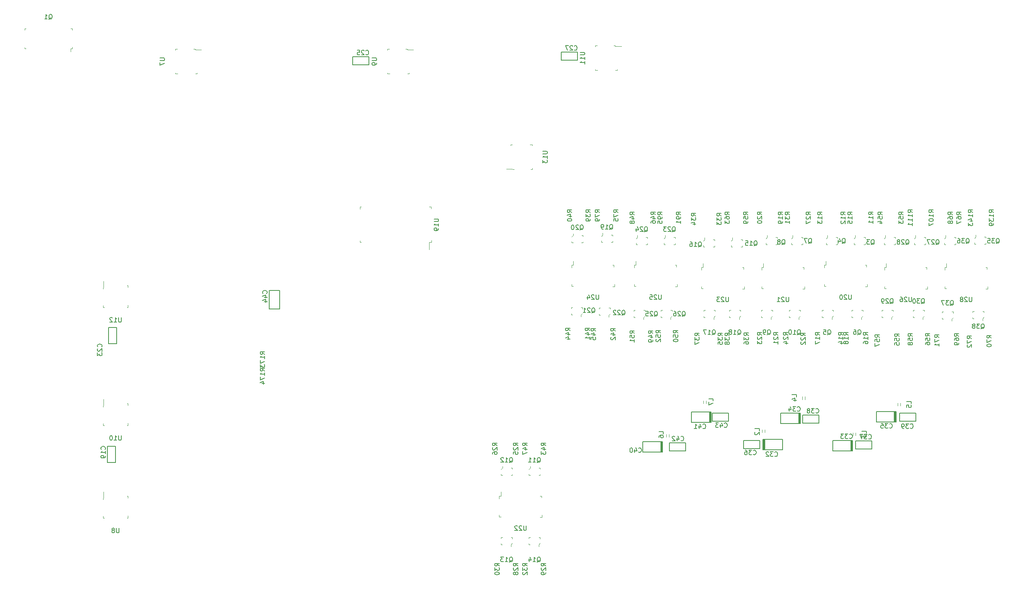
<source format=gbr>
G04 #@! TF.GenerationSoftware,KiCad,Pcbnew,5.0.0*
G04 #@! TF.CreationDate,2018-09-09T20:10:08-07:00*
G04 #@! TF.ProjectId,SchematicAutomation,536368656D617469634175746F6D6174,rev?*
G04 #@! TF.SameCoordinates,Original*
G04 #@! TF.FileFunction,Legend,Bot*
G04 #@! TF.FilePolarity,Positive*
%FSLAX45Y45*%
G04 Gerber Fmt 4.5, Leading zero omitted, Abs format (unit mm)*
G04 Created by KiCad (PCBNEW 5.0.0) date Sun Sep  9 20:10:08 2018*
%MOMM*%
%LPD*%
G01*
G04 APERTURE LIST*
%ADD10C,0.100000*%
%ADD11C,0.180000*%
%ADD12C,0.120000*%
%ADD13C,0.150000*%
G04 APERTURE END LIST*
D10*
G04 #@! TO.C,U21*
X20956800Y-9168000D02*
X20956800Y-9078000D01*
X20916800Y-9168000D02*
X20956800Y-9168000D01*
X20916800Y-9228000D02*
X20916800Y-9168000D01*
X20916800Y-9628000D02*
X20916800Y-9588000D01*
X20956800Y-9628000D02*
X20916800Y-9628000D01*
X21856800Y-9638000D02*
X21856800Y-9588000D01*
X21816800Y-9638000D02*
X21856800Y-9638000D01*
X21846800Y-9168000D02*
X21846800Y-9208000D01*
X21816800Y-9168000D02*
X21846800Y-9168000D01*
D11*
G04 #@! TO.C,C44*
X10121900Y-9671300D02*
X10350500Y-9671300D01*
X10121900Y-10077700D02*
X10121900Y-9671300D01*
X10350500Y-10077700D02*
X10121900Y-10077700D01*
X10350500Y-9671300D02*
X10350500Y-10077700D01*
G04 #@! TO.C,C42*
X19253200Y-13195300D02*
X19253200Y-13017500D01*
X18897600Y-13195300D02*
X19253200Y-13195300D01*
X18897600Y-13017500D02*
X18897600Y-13195300D01*
X19253200Y-13017500D02*
X18897600Y-13017500D01*
G04 #@! TO.C,C43*
X20193000Y-12547600D02*
X20193000Y-12369800D01*
X19837400Y-12547600D02*
X20193000Y-12547600D01*
X19837400Y-12369800D02*
X19837400Y-12547600D01*
X20193000Y-12369800D02*
X19837400Y-12369800D01*
G04 #@! TO.C,C39*
X24295100Y-12547600D02*
X24295100Y-12369800D01*
X23939500Y-12547600D02*
X24295100Y-12547600D01*
X23939500Y-12369800D02*
X23939500Y-12547600D01*
X24295100Y-12369800D02*
X23939500Y-12369800D01*
G04 #@! TO.C,C37*
X23329900Y-13157200D02*
X23329900Y-12979400D01*
X22974300Y-13157200D02*
X23329900Y-13157200D01*
X22974300Y-12979400D02*
X22974300Y-13157200D01*
X23329900Y-12979400D02*
X22974300Y-12979400D01*
G04 #@! TO.C,C27*
X16878300Y-4622800D02*
X16878300Y-4445000D01*
X16522700Y-4622800D02*
X16878300Y-4622800D01*
X16522700Y-4445000D02*
X16522700Y-4622800D01*
X16878300Y-4445000D02*
X16522700Y-4445000D01*
G04 #@! TO.C,C38*
X22174200Y-12585700D02*
X22174200Y-12407900D01*
X21818600Y-12585700D02*
X22174200Y-12585700D01*
X21818600Y-12407900D02*
X21818600Y-12585700D01*
X22174200Y-12407900D02*
X21818600Y-12407900D01*
G04 #@! TO.C,C36*
X20523200Y-12966700D02*
X20523200Y-13144500D01*
X20878800Y-12966700D02*
X20523200Y-12966700D01*
X20878800Y-13144500D02*
X20878800Y-12966700D01*
X20523200Y-13144500D02*
X20878800Y-13144500D01*
G04 #@! TO.C,C25*
X12310200Y-4724400D02*
X12310200Y-4546600D01*
X11954600Y-4724400D02*
X12310200Y-4724400D01*
X11954600Y-4546600D02*
X11954600Y-4724400D01*
X12310200Y-4546600D02*
X11954600Y-4546600D01*
G04 #@! TO.C,C23*
X6781800Y-10490200D02*
X6604000Y-10490200D01*
X6781800Y-10845800D02*
X6781800Y-10490200D01*
X6604000Y-10845800D02*
X6781800Y-10845800D01*
X6604000Y-10490200D02*
X6604000Y-10845800D01*
G04 #@! TO.C,C19*
X6756400Y-13093700D02*
X6578600Y-13093700D01*
X6756400Y-13449300D02*
X6756400Y-13093700D01*
X6578600Y-13449300D02*
X6756400Y-13449300D01*
X6578600Y-13093700D02*
X6578600Y-13449300D01*
G04 #@! TO.C,C34*
X21755100Y-12598400D02*
X21755100Y-12369800D01*
X21742400Y-12598400D02*
X21742400Y-12369800D01*
X21767800Y-12369800D02*
X21767800Y-12598400D01*
X21336000Y-12369800D02*
X21767800Y-12369800D01*
X21336000Y-12598400D02*
X21336000Y-12369800D01*
X21767800Y-12598400D02*
X21336000Y-12598400D01*
X21729700Y-12598400D02*
X21729700Y-12369800D01*
G04 #@! TO.C,C32*
X20961100Y-12941300D02*
X20961100Y-13169900D01*
X20973800Y-12941300D02*
X20973800Y-13169900D01*
X20948400Y-13169900D02*
X20948400Y-12941300D01*
X21380200Y-13169900D02*
X20948400Y-13169900D01*
X21380200Y-12941300D02*
X21380200Y-13169900D01*
X20948400Y-12941300D02*
X21380200Y-12941300D01*
X20986500Y-12941300D02*
X20986500Y-13169900D01*
G04 #@! TO.C,C40*
X18732500Y-13220700D02*
X18732500Y-12992100D01*
X18719800Y-13220700D02*
X18719800Y-12992100D01*
X18745200Y-12992100D02*
X18745200Y-13220700D01*
X18313400Y-12992100D02*
X18745200Y-12992100D01*
X18313400Y-13220700D02*
X18313400Y-12992100D01*
X18745200Y-13220700D02*
X18313400Y-13220700D01*
X18707100Y-13220700D02*
X18707100Y-12992100D01*
G04 #@! TO.C,C41*
X19799300Y-12573000D02*
X19799300Y-12344400D01*
X19786600Y-12573000D02*
X19786600Y-12344400D01*
X19812000Y-12344400D02*
X19812000Y-12573000D01*
X19380200Y-12344400D02*
X19812000Y-12344400D01*
X19380200Y-12573000D02*
X19380200Y-12344400D01*
X19812000Y-12573000D02*
X19380200Y-12573000D01*
X19773900Y-12573000D02*
X19773900Y-12344400D01*
G04 #@! TO.C,C33*
X22898100Y-13195300D02*
X22898100Y-12966700D01*
X22885400Y-13195300D02*
X22885400Y-12966700D01*
X22910800Y-12966700D02*
X22910800Y-13195300D01*
X22479000Y-12966700D02*
X22910800Y-12966700D01*
X22479000Y-13195300D02*
X22479000Y-12966700D01*
X22910800Y-13195300D02*
X22479000Y-13195300D01*
X22872700Y-13195300D02*
X22872700Y-12966700D01*
G04 #@! TO.C,C35*
X23850600Y-12560300D02*
X23850600Y-12331700D01*
X23837900Y-12560300D02*
X23837900Y-12331700D01*
X23863300Y-12331700D02*
X23863300Y-12560300D01*
X23431500Y-12331700D02*
X23863300Y-12331700D01*
X23431500Y-12560300D02*
X23431500Y-12331700D01*
X23863300Y-12560300D02*
X23431500Y-12560300D01*
X23825200Y-12560300D02*
X23825200Y-12331700D01*
D12*
G04 #@! TO.C,L7*
X19702300Y-12158500D02*
X19702300Y-12098500D01*
X19642300Y-12158500D02*
X19642300Y-12098500D01*
G04 #@! TO.C,L4*
X21866500Y-12066750D02*
X21866500Y-12006750D01*
X21806500Y-12066750D02*
X21806500Y-12006750D01*
G04 #@! TO.C,L2*
X20985000Y-12793500D02*
X20985000Y-12733500D01*
X20925000Y-12793500D02*
X20925000Y-12733500D01*
G04 #@! TO.C,L6*
X18889500Y-12888600D02*
X18889500Y-12828600D01*
X18829500Y-12888600D02*
X18829500Y-12828600D01*
G04 #@! TO.C,L3*
X22978900Y-12857000D02*
X22978900Y-12797000D01*
X22918900Y-12857000D02*
X22918900Y-12797000D01*
G04 #@! TO.C,L5*
X23963150Y-12202950D02*
X23963150Y-12142950D01*
X23903150Y-12202950D02*
X23903150Y-12142950D01*
D10*
G04 #@! TO.C,U24*
X16791200Y-9117200D02*
X16791200Y-9027200D01*
X16751200Y-9117200D02*
X16791200Y-9117200D01*
X16751200Y-9177200D02*
X16751200Y-9117200D01*
X16751200Y-9577200D02*
X16751200Y-9537200D01*
X16791200Y-9577200D02*
X16751200Y-9577200D01*
X17691200Y-9587200D02*
X17691200Y-9537200D01*
X17651200Y-9587200D02*
X17691200Y-9587200D01*
X17681200Y-9117200D02*
X17681200Y-9157200D01*
X17651200Y-9117200D02*
X17681200Y-9117200D01*
G04 #@! TO.C,U22*
X15203700Y-14184500D02*
X15203700Y-14094500D01*
X15163700Y-14184500D02*
X15203700Y-14184500D01*
X15163700Y-14244500D02*
X15163700Y-14184500D01*
X15163700Y-14644500D02*
X15163700Y-14604500D01*
X15203700Y-14644500D02*
X15163700Y-14644500D01*
X16103700Y-14654500D02*
X16103700Y-14604500D01*
X16063700Y-14654500D02*
X16103700Y-14654500D01*
X16093700Y-14184500D02*
X16093700Y-14224500D01*
X16063700Y-14184500D02*
X16093700Y-14184500D01*
G04 #@! TO.C,U20*
X22328400Y-9117200D02*
X22328400Y-9027200D01*
X22288400Y-9117200D02*
X22328400Y-9117200D01*
X22288400Y-9177200D02*
X22288400Y-9117200D01*
X22288400Y-9577200D02*
X22288400Y-9537200D01*
X22328400Y-9577200D02*
X22288400Y-9577200D01*
X23228400Y-9587200D02*
X23228400Y-9537200D01*
X23188400Y-9587200D02*
X23228400Y-9587200D01*
X23218400Y-9117200D02*
X23218400Y-9157200D01*
X23188400Y-9117200D02*
X23218400Y-9117200D01*
G04 #@! TO.C,U23*
X19636000Y-9168000D02*
X19636000Y-9078000D01*
X19596000Y-9168000D02*
X19636000Y-9168000D01*
X19596000Y-9228000D02*
X19596000Y-9168000D01*
X19596000Y-9628000D02*
X19596000Y-9588000D01*
X19636000Y-9628000D02*
X19596000Y-9628000D01*
X20536000Y-9638000D02*
X20536000Y-9588000D01*
X20496000Y-9638000D02*
X20536000Y-9638000D01*
X20526000Y-9168000D02*
X20526000Y-9208000D01*
X20496000Y-9168000D02*
X20526000Y-9168000D01*
G04 #@! TO.C,U25*
X18162800Y-9117200D02*
X18162800Y-9027200D01*
X18122800Y-9117200D02*
X18162800Y-9117200D01*
X18122800Y-9177200D02*
X18122800Y-9117200D01*
X18122800Y-9577200D02*
X18122800Y-9537200D01*
X18162800Y-9577200D02*
X18122800Y-9577200D01*
X19062800Y-9587200D02*
X19062800Y-9537200D01*
X19022800Y-9587200D02*
X19062800Y-9587200D01*
X19052800Y-9117200D02*
X19052800Y-9157200D01*
X19022800Y-9117200D02*
X19052800Y-9117200D01*
G04 #@! TO.C,U26*
X23649200Y-9168000D02*
X23649200Y-9078000D01*
X23609200Y-9168000D02*
X23649200Y-9168000D01*
X23609200Y-9228000D02*
X23609200Y-9168000D01*
X23609200Y-9628000D02*
X23609200Y-9588000D01*
X23649200Y-9628000D02*
X23609200Y-9628000D01*
X24549200Y-9638000D02*
X24549200Y-9588000D01*
X24509200Y-9638000D02*
X24549200Y-9638000D01*
X24539200Y-9168000D02*
X24539200Y-9208000D01*
X24509200Y-9168000D02*
X24539200Y-9168000D01*
G04 #@! TO.C,U28*
X24970000Y-9168000D02*
X24970000Y-9078000D01*
X24930000Y-9168000D02*
X24970000Y-9168000D01*
X24930000Y-9228000D02*
X24930000Y-9168000D01*
X24930000Y-9628000D02*
X24930000Y-9588000D01*
X24970000Y-9628000D02*
X24930000Y-9628000D01*
X25870000Y-9638000D02*
X25870000Y-9588000D01*
X25830000Y-9638000D02*
X25870000Y-9638000D01*
X25860000Y-9168000D02*
X25860000Y-9208000D01*
X25830000Y-9168000D02*
X25860000Y-9168000D01*
G04 #@! TO.C,Q1*
X5773200Y-3929600D02*
X5803200Y-3929600D01*
X5773200Y-4369600D02*
X5773200Y-4429600D01*
X5803200Y-4369600D02*
X5773200Y-4369600D01*
X5803200Y-4329600D02*
X5803200Y-4369600D01*
X4763200Y-4369600D02*
X4763200Y-4339600D01*
X4793200Y-4369600D02*
X4763200Y-4369600D01*
X5803200Y-3929600D02*
X5803200Y-3959600D01*
X4763200Y-3929600D02*
X4793200Y-3929600D01*
X4763200Y-3929600D02*
X4763200Y-3959600D01*
G04 #@! TO.C,Q24*
X18410500Y-8665200D02*
X18410500Y-8642700D01*
X18380500Y-8665200D02*
X18410500Y-8665200D01*
X18410500Y-8505200D02*
X18410500Y-8530200D01*
X18383000Y-8505200D02*
X18410500Y-8505200D01*
X18165500Y-8665200D02*
X18165500Y-8635200D01*
X18195500Y-8665200D02*
X18165500Y-8665200D01*
X18195500Y-8505200D02*
X18195500Y-8465200D01*
X18165500Y-8537700D02*
X18195500Y-8505200D01*
G04 #@! TO.C,Q4*
X22576100Y-8665200D02*
X22576100Y-8642700D01*
X22546100Y-8665200D02*
X22576100Y-8665200D01*
X22576100Y-8505200D02*
X22576100Y-8530200D01*
X22548600Y-8505200D02*
X22576100Y-8505200D01*
X22331100Y-8665200D02*
X22331100Y-8635200D01*
X22361100Y-8665200D02*
X22331100Y-8665200D01*
X22361100Y-8505200D02*
X22361100Y-8465200D01*
X22331100Y-8537700D02*
X22361100Y-8505200D01*
G04 #@! TO.C,Q3*
X23185700Y-8665200D02*
X23185700Y-8642700D01*
X23155700Y-8665200D02*
X23185700Y-8665200D01*
X23185700Y-8505200D02*
X23185700Y-8530200D01*
X23158200Y-8505200D02*
X23185700Y-8505200D01*
X22940700Y-8665200D02*
X22940700Y-8635200D01*
X22970700Y-8665200D02*
X22940700Y-8665200D01*
X22970700Y-8505200D02*
X22970700Y-8465200D01*
X22940700Y-8537700D02*
X22970700Y-8505200D01*
G04 #@! TO.C,Q8*
X21255300Y-8665200D02*
X21255300Y-8642700D01*
X21225300Y-8665200D02*
X21255300Y-8665200D01*
X21255300Y-8505200D02*
X21255300Y-8530200D01*
X21227800Y-8505200D02*
X21255300Y-8505200D01*
X21010300Y-8665200D02*
X21010300Y-8635200D01*
X21040300Y-8665200D02*
X21010300Y-8665200D01*
X21040300Y-8505200D02*
X21040300Y-8465200D01*
X21010300Y-8537700D02*
X21040300Y-8505200D01*
G04 #@! TO.C,Q9*
X20908700Y-10105400D02*
X20908700Y-10127900D01*
X20938700Y-10105400D02*
X20908700Y-10105400D01*
X20908700Y-10265400D02*
X20908700Y-10240400D01*
X20936200Y-10265400D02*
X20908700Y-10265400D01*
X21153700Y-10105400D02*
X21153700Y-10135400D01*
X21123700Y-10105400D02*
X21153700Y-10105400D01*
X21123700Y-10265400D02*
X21123700Y-10305400D01*
X21153700Y-10232900D02*
X21123700Y-10265400D01*
G04 #@! TO.C,Q10*
X21518300Y-10105400D02*
X21518300Y-10127900D01*
X21548300Y-10105400D02*
X21518300Y-10105400D01*
X21518300Y-10265400D02*
X21518300Y-10240400D01*
X21545800Y-10265400D02*
X21518300Y-10265400D01*
X21763300Y-10105400D02*
X21763300Y-10135400D01*
X21733300Y-10105400D02*
X21763300Y-10105400D01*
X21733300Y-10265400D02*
X21733300Y-10305400D01*
X21763300Y-10232900D02*
X21733300Y-10265400D01*
G04 #@! TO.C,Q11*
X16061000Y-13732500D02*
X16061000Y-13710000D01*
X16031000Y-13732500D02*
X16061000Y-13732500D01*
X16061000Y-13572500D02*
X16061000Y-13597500D01*
X16033500Y-13572500D02*
X16061000Y-13572500D01*
X15816000Y-13732500D02*
X15816000Y-13702500D01*
X15846000Y-13732500D02*
X15816000Y-13732500D01*
X15846000Y-13572500D02*
X15846000Y-13532500D01*
X15816000Y-13605000D02*
X15846000Y-13572500D01*
G04 #@! TO.C,Q12*
X15451400Y-13732500D02*
X15451400Y-13710000D01*
X15421400Y-13732500D02*
X15451400Y-13732500D01*
X15451400Y-13572500D02*
X15451400Y-13597500D01*
X15423900Y-13572500D02*
X15451400Y-13572500D01*
X15206400Y-13732500D02*
X15206400Y-13702500D01*
X15236400Y-13732500D02*
X15206400Y-13732500D01*
X15236400Y-13572500D02*
X15236400Y-13532500D01*
X15206400Y-13605000D02*
X15236400Y-13572500D01*
G04 #@! TO.C,Q13*
X15206400Y-15096500D02*
X15206400Y-15119000D01*
X15236400Y-15096500D02*
X15206400Y-15096500D01*
X15206400Y-15256500D02*
X15206400Y-15231500D01*
X15233900Y-15256500D02*
X15206400Y-15256500D01*
X15451400Y-15096500D02*
X15451400Y-15126500D01*
X15421400Y-15096500D02*
X15451400Y-15096500D01*
X15421400Y-15256500D02*
X15421400Y-15296500D01*
X15451400Y-15224000D02*
X15421400Y-15256500D01*
G04 #@! TO.C,Q14*
X15816000Y-15096500D02*
X15816000Y-15119000D01*
X15846000Y-15096500D02*
X15816000Y-15096500D01*
X15816000Y-15256500D02*
X15816000Y-15231500D01*
X15843500Y-15256500D02*
X15816000Y-15256500D01*
X16061000Y-15096500D02*
X16061000Y-15126500D01*
X16031000Y-15096500D02*
X16061000Y-15096500D01*
X16031000Y-15256500D02*
X16031000Y-15296500D01*
X16061000Y-15224000D02*
X16031000Y-15256500D01*
G04 #@! TO.C,Q6*
X22889900Y-10105400D02*
X22889900Y-10127900D01*
X22919900Y-10105400D02*
X22889900Y-10105400D01*
X22889900Y-10265400D02*
X22889900Y-10240400D01*
X22917400Y-10265400D02*
X22889900Y-10265400D01*
X23134900Y-10105400D02*
X23134900Y-10135400D01*
X23104900Y-10105400D02*
X23134900Y-10105400D01*
X23104900Y-10265400D02*
X23104900Y-10305400D01*
X23134900Y-10232900D02*
X23104900Y-10265400D01*
G04 #@! TO.C,Q22*
X17352700Y-10054600D02*
X17352700Y-10077100D01*
X17382700Y-10054600D02*
X17352700Y-10054600D01*
X17352700Y-10214600D02*
X17352700Y-10189600D01*
X17380200Y-10214600D02*
X17352700Y-10214600D01*
X17597700Y-10054600D02*
X17597700Y-10084600D01*
X17567700Y-10054600D02*
X17597700Y-10054600D01*
X17567700Y-10214600D02*
X17567700Y-10254600D01*
X17597700Y-10182100D02*
X17567700Y-10214600D01*
G04 #@! TO.C,Q21*
X16743100Y-10048000D02*
X16743100Y-10070500D01*
X16773100Y-10048000D02*
X16743100Y-10048000D01*
X16743100Y-10208000D02*
X16743100Y-10183000D01*
X16770600Y-10208000D02*
X16743100Y-10208000D01*
X16988100Y-10048000D02*
X16988100Y-10078000D01*
X16958100Y-10048000D02*
X16988100Y-10048000D01*
X16958100Y-10208000D02*
X16958100Y-10248000D01*
X16988100Y-10175500D02*
X16958100Y-10208000D01*
G04 #@! TO.C,Q20*
X16999300Y-8626850D02*
X16999300Y-8604350D01*
X16969300Y-8626850D02*
X16999300Y-8626850D01*
X16999300Y-8466850D02*
X16999300Y-8491850D01*
X16971800Y-8466850D02*
X16999300Y-8466850D01*
X16754300Y-8626850D02*
X16754300Y-8596850D01*
X16784300Y-8626850D02*
X16754300Y-8626850D01*
X16784300Y-8466850D02*
X16784300Y-8426850D01*
X16754300Y-8499350D02*
X16784300Y-8466850D01*
G04 #@! TO.C,Q19*
X17648500Y-8614400D02*
X17648500Y-8591900D01*
X17618500Y-8614400D02*
X17648500Y-8614400D01*
X17648500Y-8454400D02*
X17648500Y-8479400D01*
X17621000Y-8454400D02*
X17648500Y-8454400D01*
X17403500Y-8614400D02*
X17403500Y-8584400D01*
X17433500Y-8614400D02*
X17403500Y-8614400D01*
X17433500Y-8454400D02*
X17433500Y-8414400D01*
X17403500Y-8486900D02*
X17433500Y-8454400D01*
G04 #@! TO.C,Q18*
X20210200Y-10105400D02*
X20210200Y-10127900D01*
X20240200Y-10105400D02*
X20210200Y-10105400D01*
X20210200Y-10265400D02*
X20210200Y-10240400D01*
X20237700Y-10265400D02*
X20210200Y-10265400D01*
X20455200Y-10105400D02*
X20455200Y-10135400D01*
X20425200Y-10105400D02*
X20455200Y-10105400D01*
X20425200Y-10265400D02*
X20425200Y-10305400D01*
X20455200Y-10232900D02*
X20425200Y-10265400D01*
G04 #@! TO.C,Q15*
X20493300Y-8716000D02*
X20493300Y-8693500D01*
X20463300Y-8716000D02*
X20493300Y-8716000D01*
X20493300Y-8556000D02*
X20493300Y-8581000D01*
X20465800Y-8556000D02*
X20493300Y-8556000D01*
X20248300Y-8716000D02*
X20248300Y-8686000D01*
X20278300Y-8716000D02*
X20248300Y-8716000D01*
X20278300Y-8556000D02*
X20278300Y-8516000D01*
X20248300Y-8588500D02*
X20278300Y-8556000D01*
G04 #@! TO.C,Q16*
X19883700Y-8716000D02*
X19883700Y-8693500D01*
X19853700Y-8716000D02*
X19883700Y-8716000D01*
X19883700Y-8556000D02*
X19883700Y-8581000D01*
X19856200Y-8556000D02*
X19883700Y-8556000D01*
X19638700Y-8716000D02*
X19638700Y-8686000D01*
X19668700Y-8716000D02*
X19638700Y-8716000D01*
X19668700Y-8556000D02*
X19668700Y-8516000D01*
X19638700Y-8588500D02*
X19668700Y-8556000D01*
G04 #@! TO.C,Q17*
X19651400Y-10105400D02*
X19651400Y-10127900D01*
X19681400Y-10105400D02*
X19651400Y-10105400D01*
X19651400Y-10265400D02*
X19651400Y-10240400D01*
X19678900Y-10265400D02*
X19651400Y-10265400D01*
X19896400Y-10105400D02*
X19896400Y-10135400D01*
X19866400Y-10105400D02*
X19896400Y-10105400D01*
X19866400Y-10265400D02*
X19866400Y-10305400D01*
X19896400Y-10232900D02*
X19866400Y-10265400D01*
G04 #@! TO.C,Q5*
X22243700Y-10105400D02*
X22243700Y-10127900D01*
X22273700Y-10105400D02*
X22243700Y-10105400D01*
X22243700Y-10265400D02*
X22243700Y-10240400D01*
X22271200Y-10265400D02*
X22243700Y-10265400D01*
X22488700Y-10105400D02*
X22488700Y-10135400D01*
X22458700Y-10105400D02*
X22488700Y-10105400D01*
X22458700Y-10265400D02*
X22458700Y-10305400D01*
X22488700Y-10232900D02*
X22458700Y-10265400D01*
G04 #@! TO.C,Q28*
X23846100Y-8665200D02*
X23846100Y-8642700D01*
X23816100Y-8665200D02*
X23846100Y-8665200D01*
X23846100Y-8505200D02*
X23846100Y-8530200D01*
X23818600Y-8505200D02*
X23846100Y-8505200D01*
X23601100Y-8665200D02*
X23601100Y-8635200D01*
X23631100Y-8665200D02*
X23601100Y-8665200D01*
X23631100Y-8505200D02*
X23631100Y-8465200D01*
X23601100Y-8537700D02*
X23631100Y-8505200D01*
G04 #@! TO.C,Q27*
X24506500Y-8665200D02*
X24506500Y-8642700D01*
X24476500Y-8665200D02*
X24506500Y-8665200D01*
X24506500Y-8505200D02*
X24506500Y-8530200D01*
X24479000Y-8505200D02*
X24506500Y-8505200D01*
X24261500Y-8665200D02*
X24261500Y-8635200D01*
X24291500Y-8665200D02*
X24261500Y-8665200D01*
X24291500Y-8505200D02*
X24291500Y-8465200D01*
X24261500Y-8537700D02*
X24291500Y-8505200D01*
G04 #@! TO.C,Q26*
X18710100Y-10105400D02*
X18710100Y-10127900D01*
X18740100Y-10105400D02*
X18710100Y-10105400D01*
X18710100Y-10265400D02*
X18710100Y-10240400D01*
X18737600Y-10265400D02*
X18710100Y-10265400D01*
X18955100Y-10105400D02*
X18955100Y-10135400D01*
X18925100Y-10105400D02*
X18955100Y-10105400D01*
X18925100Y-10265400D02*
X18925100Y-10305400D01*
X18955100Y-10232900D02*
X18925100Y-10265400D01*
G04 #@! TO.C,Q25*
X18114700Y-10105400D02*
X18114700Y-10127900D01*
X18144700Y-10105400D02*
X18114700Y-10105400D01*
X18114700Y-10265400D02*
X18114700Y-10240400D01*
X18142200Y-10265400D02*
X18114700Y-10265400D01*
X18359700Y-10105400D02*
X18359700Y-10135400D01*
X18329700Y-10105400D02*
X18359700Y-10105400D01*
X18329700Y-10265400D02*
X18329700Y-10305400D01*
X18359700Y-10232900D02*
X18329700Y-10265400D01*
G04 #@! TO.C,Q23*
X19020100Y-8665200D02*
X19020100Y-8642700D01*
X18990100Y-8665200D02*
X19020100Y-8665200D01*
X19020100Y-8505200D02*
X19020100Y-8530200D01*
X18992600Y-8505200D02*
X19020100Y-8505200D01*
X18775100Y-8665200D02*
X18775100Y-8635200D01*
X18805100Y-8665200D02*
X18775100Y-8665200D01*
X18805100Y-8505200D02*
X18805100Y-8465200D01*
X18775100Y-8537700D02*
X18805100Y-8505200D01*
G04 #@! TO.C,Q29*
X23550300Y-10105400D02*
X23550300Y-10127900D01*
X23580300Y-10105400D02*
X23550300Y-10105400D01*
X23550300Y-10265400D02*
X23550300Y-10240400D01*
X23577800Y-10265400D02*
X23550300Y-10265400D01*
X23795300Y-10105400D02*
X23795300Y-10135400D01*
X23765300Y-10105400D02*
X23795300Y-10105400D01*
X23765300Y-10265400D02*
X23765300Y-10305400D01*
X23795300Y-10232900D02*
X23765300Y-10265400D01*
G04 #@! TO.C,Q30*
X24236100Y-10105400D02*
X24236100Y-10127900D01*
X24266100Y-10105400D02*
X24236100Y-10105400D01*
X24236100Y-10265400D02*
X24236100Y-10240400D01*
X24263600Y-10265400D02*
X24236100Y-10265400D01*
X24481100Y-10105400D02*
X24481100Y-10135400D01*
X24451100Y-10105400D02*
X24481100Y-10105400D01*
X24451100Y-10265400D02*
X24451100Y-10305400D01*
X24481100Y-10232900D02*
X24451100Y-10265400D01*
G04 #@! TO.C,Q7*
X21814100Y-8665200D02*
X21814100Y-8642700D01*
X21784100Y-8665200D02*
X21814100Y-8665200D01*
X21814100Y-8505200D02*
X21814100Y-8530200D01*
X21786600Y-8505200D02*
X21814100Y-8505200D01*
X21569100Y-8665200D02*
X21569100Y-8635200D01*
X21599100Y-8665200D02*
X21569100Y-8665200D01*
X21599100Y-8505200D02*
X21599100Y-8465200D01*
X21569100Y-8537700D02*
X21599100Y-8505200D01*
G04 #@! TO.C,Q38*
X25544200Y-10130800D02*
X25544200Y-10153300D01*
X25574200Y-10130800D02*
X25544200Y-10130800D01*
X25544200Y-10290800D02*
X25544200Y-10265800D01*
X25571700Y-10290800D02*
X25544200Y-10290800D01*
X25789200Y-10130800D02*
X25789200Y-10160800D01*
X25759200Y-10130800D02*
X25789200Y-10130800D01*
X25759200Y-10290800D02*
X25759200Y-10330800D01*
X25789200Y-10258300D02*
X25759200Y-10290800D01*
G04 #@! TO.C,Q37*
X24871100Y-10143500D02*
X24871100Y-10166000D01*
X24901100Y-10143500D02*
X24871100Y-10143500D01*
X24871100Y-10303500D02*
X24871100Y-10278500D01*
X24898600Y-10303500D02*
X24871100Y-10303500D01*
X25116100Y-10143500D02*
X25116100Y-10173500D01*
X25086100Y-10143500D02*
X25116100Y-10143500D01*
X25086100Y-10303500D02*
X25086100Y-10343500D01*
X25116100Y-10271000D02*
X25086100Y-10303500D01*
G04 #@! TO.C,Q36*
X25166900Y-8665200D02*
X25166900Y-8642700D01*
X25136900Y-8665200D02*
X25166900Y-8665200D01*
X25166900Y-8505200D02*
X25166900Y-8530200D01*
X25139400Y-8505200D02*
X25166900Y-8505200D01*
X24921900Y-8665200D02*
X24921900Y-8635200D01*
X24951900Y-8665200D02*
X24921900Y-8665200D01*
X24951900Y-8505200D02*
X24951900Y-8465200D01*
X24921900Y-8537700D02*
X24951900Y-8505200D01*
G04 #@! TO.C,Q35*
X25827300Y-8658600D02*
X25827300Y-8636100D01*
X25797300Y-8658600D02*
X25827300Y-8658600D01*
X25827300Y-8498600D02*
X25827300Y-8523600D01*
X25799800Y-8498600D02*
X25827300Y-8498600D01*
X25582300Y-8658600D02*
X25582300Y-8628600D01*
X25612300Y-8658600D02*
X25582300Y-8658600D01*
X25612300Y-8498600D02*
X25612300Y-8458600D01*
X25582300Y-8531100D02*
X25612300Y-8498600D01*
G04 #@! TO.C,U19*
X13634000Y-8619600D02*
X13634000Y-8779600D01*
X13684000Y-8619600D02*
X13634000Y-8619600D01*
X13684000Y-8619600D02*
X13684000Y-8575600D01*
X13674000Y-7839600D02*
X13634000Y-7839600D01*
X13674000Y-7839600D02*
X13674000Y-7879600D01*
X12114000Y-7839600D02*
X12114000Y-7889600D01*
X12114000Y-7839600D02*
X12144000Y-7839600D01*
X12114000Y-8619600D02*
X12114000Y-8579600D01*
X12114000Y-8619600D02*
X12144000Y-8619600D01*
G04 #@! TO.C,U8*
X7026400Y-14667200D02*
X7026400Y-14617200D01*
X7006400Y-14667200D02*
X7026400Y-14667200D01*
X7016400Y-14667200D02*
X7006400Y-14667200D01*
X6486400Y-14667200D02*
X6486400Y-14627200D01*
X6506400Y-14667200D02*
X6486400Y-14667200D01*
X7026400Y-14187200D02*
X7026400Y-14227200D01*
X7006400Y-14187200D02*
X7026400Y-14187200D01*
X6496400Y-14227200D02*
X6496400Y-14097200D01*
X6486400Y-14237200D02*
X6496400Y-14227200D01*
X6486400Y-14267200D02*
X6486400Y-14237200D01*
G04 #@! TO.C,U10*
X7026400Y-12635200D02*
X7026400Y-12585200D01*
X7006400Y-12635200D02*
X7026400Y-12635200D01*
X7016400Y-12635200D02*
X7006400Y-12635200D01*
X6486400Y-12635200D02*
X6486400Y-12595200D01*
X6506400Y-12635200D02*
X6486400Y-12635200D01*
X7026400Y-12155200D02*
X7026400Y-12195200D01*
X7006400Y-12155200D02*
X7026400Y-12155200D01*
X6496400Y-12195200D02*
X6496400Y-12065200D01*
X6486400Y-12205200D02*
X6496400Y-12195200D01*
X6486400Y-12235200D02*
X6486400Y-12205200D01*
G04 #@! TO.C,U9*
X12714000Y-4918200D02*
X12764000Y-4918200D01*
X12714000Y-4898200D02*
X12714000Y-4918200D01*
X12714000Y-4908200D02*
X12714000Y-4898200D01*
X12714000Y-4378200D02*
X12754000Y-4378200D01*
X12714000Y-4398200D02*
X12714000Y-4378200D01*
X13194000Y-4918200D02*
X13154000Y-4918200D01*
X13194000Y-4898200D02*
X13194000Y-4918200D01*
X13154000Y-4388200D02*
X13284000Y-4388200D01*
X13144000Y-4378200D02*
X13154000Y-4388200D01*
X13114000Y-4378200D02*
X13144000Y-4378200D01*
G04 #@! TO.C,U7*
X8065800Y-4918200D02*
X8115800Y-4918200D01*
X8065800Y-4898200D02*
X8065800Y-4918200D01*
X8065800Y-4908200D02*
X8065800Y-4898200D01*
X8065800Y-4378200D02*
X8105800Y-4378200D01*
X8065800Y-4398200D02*
X8065800Y-4378200D01*
X8545800Y-4918200D02*
X8505800Y-4918200D01*
X8545800Y-4898200D02*
X8545800Y-4918200D01*
X8505800Y-4388200D02*
X8635800Y-4388200D01*
X8495800Y-4378200D02*
X8505800Y-4388200D01*
X8465800Y-4378200D02*
X8495800Y-4378200D01*
G04 #@! TO.C,U11*
X17273300Y-4842000D02*
X17323300Y-4842000D01*
X17273300Y-4822000D02*
X17273300Y-4842000D01*
X17273300Y-4832000D02*
X17273300Y-4822000D01*
X17273300Y-4302000D02*
X17313300Y-4302000D01*
X17273300Y-4322000D02*
X17273300Y-4302000D01*
X17753300Y-4842000D02*
X17713300Y-4842000D01*
X17753300Y-4822000D02*
X17753300Y-4842000D01*
X17713300Y-4312000D02*
X17843300Y-4312000D01*
X17703300Y-4302000D02*
X17713300Y-4312000D01*
X17673300Y-4302000D02*
X17703300Y-4302000D01*
G04 #@! TO.C,U12*
X7026400Y-10044400D02*
X7026400Y-9994400D01*
X7006400Y-10044400D02*
X7026400Y-10044400D01*
X7016400Y-10044400D02*
X7006400Y-10044400D01*
X6486400Y-10044400D02*
X6486400Y-10004400D01*
X6506400Y-10044400D02*
X6486400Y-10044400D01*
X7026400Y-9564400D02*
X7026400Y-9604400D01*
X7006400Y-9564400D02*
X7026400Y-9564400D01*
X6496400Y-9604400D02*
X6496400Y-9474400D01*
X6486400Y-9614400D02*
X6496400Y-9604400D01*
X6486400Y-9644400D02*
X6486400Y-9614400D01*
G04 #@! TO.C,U13*
X15892750Y-6473700D02*
X15842750Y-6473700D01*
X15892750Y-6493700D02*
X15892750Y-6473700D01*
X15892750Y-6483700D02*
X15892750Y-6493700D01*
X15892750Y-7013700D02*
X15852750Y-7013700D01*
X15892750Y-6993700D02*
X15892750Y-7013700D01*
X15412750Y-6473700D02*
X15452750Y-6473700D01*
X15412750Y-6493700D02*
X15412750Y-6473700D01*
X15452750Y-7003700D02*
X15322750Y-7003700D01*
X15462750Y-7013700D02*
X15452750Y-7003700D01*
X15492750Y-7013700D02*
X15462750Y-7013700D01*
G04 #@! TO.C,U21*
D13*
X21510610Y-9822238D02*
X21510610Y-9903190D01*
X21505848Y-9912714D01*
X21501086Y-9917476D01*
X21491562Y-9922238D01*
X21472514Y-9922238D01*
X21462990Y-9917476D01*
X21458229Y-9912714D01*
X21453467Y-9903190D01*
X21453467Y-9822238D01*
X21410610Y-9831762D02*
X21405848Y-9827000D01*
X21396324Y-9822238D01*
X21372514Y-9822238D01*
X21362990Y-9827000D01*
X21358229Y-9831762D01*
X21353467Y-9841286D01*
X21353467Y-9850810D01*
X21358229Y-9865095D01*
X21415371Y-9922238D01*
X21353467Y-9922238D01*
X21258229Y-9922238D02*
X21315371Y-9922238D01*
X21286800Y-9922238D02*
X21286800Y-9822238D01*
X21296324Y-9836524D01*
X21305848Y-9846048D01*
X21315371Y-9850810D01*
G04 #@! TO.C,R55*
X23935438Y-10684314D02*
X23887819Y-10650981D01*
X23935438Y-10627172D02*
X23835438Y-10627172D01*
X23835438Y-10665267D01*
X23840200Y-10674791D01*
X23844962Y-10679553D01*
X23854486Y-10684314D01*
X23868771Y-10684314D01*
X23878295Y-10679553D01*
X23883057Y-10674791D01*
X23887819Y-10665267D01*
X23887819Y-10627172D01*
X23835438Y-10774791D02*
X23835438Y-10727172D01*
X23883057Y-10722410D01*
X23878295Y-10727172D01*
X23873533Y-10736695D01*
X23873533Y-10760505D01*
X23878295Y-10770029D01*
X23883057Y-10774791D01*
X23892581Y-10779553D01*
X23916390Y-10779553D01*
X23925914Y-10774791D01*
X23930676Y-10770029D01*
X23935438Y-10760505D01*
X23935438Y-10736695D01*
X23930676Y-10727172D01*
X23925914Y-10722410D01*
X23835438Y-10870029D02*
X23835438Y-10822410D01*
X23883057Y-10817648D01*
X23878295Y-10822410D01*
X23873533Y-10831934D01*
X23873533Y-10855743D01*
X23878295Y-10865267D01*
X23883057Y-10870029D01*
X23892581Y-10874791D01*
X23916390Y-10874791D01*
X23925914Y-10870029D01*
X23930676Y-10865267D01*
X23935438Y-10855743D01*
X23935438Y-10831934D01*
X23930676Y-10822410D01*
X23925914Y-10817648D01*
G04 #@! TO.C,R57*
X23503638Y-10705114D02*
X23456019Y-10671781D01*
X23503638Y-10647972D02*
X23403638Y-10647972D01*
X23403638Y-10686067D01*
X23408400Y-10695591D01*
X23413162Y-10700353D01*
X23422686Y-10705114D01*
X23436971Y-10705114D01*
X23446495Y-10700353D01*
X23451257Y-10695591D01*
X23456019Y-10686067D01*
X23456019Y-10647972D01*
X23403638Y-10795591D02*
X23403638Y-10747972D01*
X23451257Y-10743210D01*
X23446495Y-10747972D01*
X23441733Y-10757495D01*
X23441733Y-10781305D01*
X23446495Y-10790829D01*
X23451257Y-10795591D01*
X23460781Y-10800353D01*
X23484590Y-10800353D01*
X23494114Y-10795591D01*
X23498876Y-10790829D01*
X23503638Y-10781305D01*
X23503638Y-10757495D01*
X23498876Y-10747972D01*
X23494114Y-10743210D01*
X23403638Y-10833686D02*
X23403638Y-10900353D01*
X23503638Y-10857495D01*
G04 #@! TO.C,C44*
D11*
X10069514Y-9738552D02*
X10074276Y-9733790D01*
X10079038Y-9719505D01*
X10079038Y-9709981D01*
X10074276Y-9695695D01*
X10064752Y-9686171D01*
X10055229Y-9681410D01*
X10036181Y-9676648D01*
X10021895Y-9676648D01*
X10002848Y-9681410D01*
X9993324Y-9686171D01*
X9983800Y-9695695D01*
X9979038Y-9709981D01*
X9979038Y-9719505D01*
X9983800Y-9733790D01*
X9988562Y-9738552D01*
X10012371Y-9824267D02*
X10079038Y-9824267D01*
X9974276Y-9800457D02*
X10045705Y-9776648D01*
X10045705Y-9838552D01*
X10012371Y-9919505D02*
X10079038Y-9919505D01*
X9974276Y-9895695D02*
X10045705Y-9871886D01*
X10045705Y-9933790D01*
G04 #@! TO.C,C42*
X19147848Y-12965114D02*
X19152610Y-12969876D01*
X19166895Y-12974638D01*
X19176419Y-12974638D01*
X19190705Y-12969876D01*
X19200229Y-12960352D01*
X19204990Y-12950828D01*
X19209752Y-12931781D01*
X19209752Y-12917495D01*
X19204990Y-12898448D01*
X19200229Y-12888924D01*
X19190705Y-12879400D01*
X19176419Y-12874638D01*
X19166895Y-12874638D01*
X19152610Y-12879400D01*
X19147848Y-12884162D01*
X19062133Y-12907971D02*
X19062133Y-12974638D01*
X19085943Y-12869876D02*
X19109752Y-12941305D01*
X19047848Y-12941305D01*
X19014514Y-12884162D02*
X19009752Y-12879400D01*
X19000229Y-12874638D01*
X18976419Y-12874638D01*
X18966895Y-12879400D01*
X18962133Y-12884162D01*
X18957371Y-12893686D01*
X18957371Y-12903209D01*
X18962133Y-12917495D01*
X19019276Y-12974638D01*
X18957371Y-12974638D01*
G04 #@! TO.C,C43*
X20100348Y-12673014D02*
X20105110Y-12677776D01*
X20119395Y-12682538D01*
X20128919Y-12682538D01*
X20143205Y-12677776D01*
X20152729Y-12668252D01*
X20157490Y-12658728D01*
X20162252Y-12639681D01*
X20162252Y-12625395D01*
X20157490Y-12606348D01*
X20152729Y-12596824D01*
X20143205Y-12587300D01*
X20128919Y-12582538D01*
X20119395Y-12582538D01*
X20105110Y-12587300D01*
X20100348Y-12592062D01*
X20014633Y-12615871D02*
X20014633Y-12682538D01*
X20038443Y-12577776D02*
X20062252Y-12649205D01*
X20000348Y-12649205D01*
X19971776Y-12582538D02*
X19909871Y-12582538D01*
X19943205Y-12620633D01*
X19928919Y-12620633D01*
X19919395Y-12625395D01*
X19914633Y-12630157D01*
X19909871Y-12639681D01*
X19909871Y-12663490D01*
X19914633Y-12673014D01*
X19919395Y-12677776D01*
X19928919Y-12682538D01*
X19957490Y-12682538D01*
X19967014Y-12677776D01*
X19971776Y-12673014D01*
G04 #@! TO.C,C39*
X24177048Y-12692064D02*
X24181809Y-12696826D01*
X24196095Y-12701588D01*
X24205619Y-12701588D01*
X24219905Y-12696826D01*
X24229428Y-12687302D01*
X24234190Y-12677778D01*
X24238952Y-12658731D01*
X24238952Y-12644445D01*
X24234190Y-12625398D01*
X24229428Y-12615874D01*
X24219905Y-12606350D01*
X24205619Y-12601588D01*
X24196095Y-12601588D01*
X24181809Y-12606350D01*
X24177048Y-12611112D01*
X24143714Y-12601588D02*
X24081809Y-12601588D01*
X24115143Y-12639683D01*
X24100857Y-12639683D01*
X24091333Y-12644445D01*
X24086571Y-12649207D01*
X24081809Y-12658731D01*
X24081809Y-12682540D01*
X24086571Y-12692064D01*
X24091333Y-12696826D01*
X24100857Y-12701588D01*
X24129428Y-12701588D01*
X24138952Y-12696826D01*
X24143714Y-12692064D01*
X24034190Y-12701588D02*
X24015143Y-12701588D01*
X24005619Y-12696826D01*
X24000857Y-12692064D01*
X23991333Y-12677778D01*
X23986571Y-12658731D01*
X23986571Y-12620636D01*
X23991333Y-12611112D01*
X23996095Y-12606350D01*
X24005619Y-12601588D01*
X24024667Y-12601588D01*
X24034190Y-12606350D01*
X24038952Y-12611112D01*
X24043714Y-12620636D01*
X24043714Y-12644445D01*
X24038952Y-12653969D01*
X24034190Y-12658731D01*
X24024667Y-12663493D01*
X24005619Y-12663493D01*
X23996095Y-12658731D01*
X23991333Y-12653969D01*
X23986571Y-12644445D01*
G04 #@! TO.C,C37*
X23262648Y-12927014D02*
X23267409Y-12931776D01*
X23281695Y-12936538D01*
X23291219Y-12936538D01*
X23305505Y-12931776D01*
X23315028Y-12922252D01*
X23319790Y-12912728D01*
X23324552Y-12893681D01*
X23324552Y-12879395D01*
X23319790Y-12860348D01*
X23315028Y-12850824D01*
X23305505Y-12841300D01*
X23291219Y-12836538D01*
X23281695Y-12836538D01*
X23267409Y-12841300D01*
X23262648Y-12846062D01*
X23229314Y-12836538D02*
X23167409Y-12836538D01*
X23200743Y-12874633D01*
X23186457Y-12874633D01*
X23176933Y-12879395D01*
X23172171Y-12884157D01*
X23167409Y-12893681D01*
X23167409Y-12917490D01*
X23172171Y-12927014D01*
X23176933Y-12931776D01*
X23186457Y-12936538D01*
X23215028Y-12936538D01*
X23224552Y-12931776D01*
X23229314Y-12927014D01*
X23134076Y-12836538D02*
X23067409Y-12836538D01*
X23110267Y-12936538D01*
G04 #@! TO.C,C27*
X16811048Y-4392614D02*
X16815810Y-4397376D01*
X16830095Y-4402138D01*
X16839619Y-4402138D01*
X16853905Y-4397376D01*
X16863429Y-4387852D01*
X16868190Y-4378329D01*
X16872952Y-4359281D01*
X16872952Y-4344995D01*
X16868190Y-4325948D01*
X16863429Y-4316424D01*
X16853905Y-4306900D01*
X16839619Y-4302138D01*
X16830095Y-4302138D01*
X16815810Y-4306900D01*
X16811048Y-4311662D01*
X16772952Y-4311662D02*
X16768190Y-4306900D01*
X16758667Y-4302138D01*
X16734857Y-4302138D01*
X16725333Y-4306900D01*
X16720571Y-4311662D01*
X16715809Y-4321186D01*
X16715809Y-4330710D01*
X16720571Y-4344995D01*
X16777714Y-4402138D01*
X16715809Y-4402138D01*
X16682476Y-4302138D02*
X16615809Y-4302138D01*
X16658667Y-4402138D01*
G04 #@! TO.C,C38*
X22106948Y-12355514D02*
X22111710Y-12360276D01*
X22125995Y-12365038D01*
X22135519Y-12365038D01*
X22149805Y-12360276D01*
X22159329Y-12350752D01*
X22164090Y-12341228D01*
X22168852Y-12322181D01*
X22168852Y-12307895D01*
X22164090Y-12288848D01*
X22159329Y-12279324D01*
X22149805Y-12269800D01*
X22135519Y-12265038D01*
X22125995Y-12265038D01*
X22111710Y-12269800D01*
X22106948Y-12274562D01*
X22073614Y-12265038D02*
X22011710Y-12265038D01*
X22045043Y-12303133D01*
X22030757Y-12303133D01*
X22021233Y-12307895D01*
X22016471Y-12312657D01*
X22011710Y-12322181D01*
X22011710Y-12345990D01*
X22016471Y-12355514D01*
X22021233Y-12360276D01*
X22030757Y-12365038D01*
X22059329Y-12365038D01*
X22068852Y-12360276D01*
X22073614Y-12355514D01*
X21954567Y-12307895D02*
X21964090Y-12303133D01*
X21968852Y-12298371D01*
X21973614Y-12288848D01*
X21973614Y-12284086D01*
X21968852Y-12274562D01*
X21964090Y-12269800D01*
X21954567Y-12265038D01*
X21935519Y-12265038D01*
X21925995Y-12269800D01*
X21921233Y-12274562D01*
X21916471Y-12284086D01*
X21916471Y-12288848D01*
X21921233Y-12298371D01*
X21925995Y-12303133D01*
X21935519Y-12307895D01*
X21954567Y-12307895D01*
X21964090Y-12312657D01*
X21968852Y-12317419D01*
X21973614Y-12326943D01*
X21973614Y-12345990D01*
X21968852Y-12355514D01*
X21964090Y-12360276D01*
X21954567Y-12365038D01*
X21935519Y-12365038D01*
X21925995Y-12360276D01*
X21921233Y-12355514D01*
X21916471Y-12345990D01*
X21916471Y-12326943D01*
X21921233Y-12317419D01*
X21925995Y-12312657D01*
X21935519Y-12307895D01*
G04 #@! TO.C,C36*
X20735348Y-13269914D02*
X20740110Y-13274676D01*
X20754395Y-13279438D01*
X20763919Y-13279438D01*
X20778205Y-13274676D01*
X20787729Y-13265152D01*
X20792490Y-13255628D01*
X20797252Y-13236581D01*
X20797252Y-13222295D01*
X20792490Y-13203248D01*
X20787729Y-13193724D01*
X20778205Y-13184200D01*
X20763919Y-13179438D01*
X20754395Y-13179438D01*
X20740110Y-13184200D01*
X20735348Y-13188962D01*
X20702014Y-13179438D02*
X20640110Y-13179438D01*
X20673443Y-13217533D01*
X20659157Y-13217533D01*
X20649633Y-13222295D01*
X20644871Y-13227057D01*
X20640110Y-13236581D01*
X20640110Y-13260390D01*
X20644871Y-13269914D01*
X20649633Y-13274676D01*
X20659157Y-13279438D01*
X20687729Y-13279438D01*
X20697252Y-13274676D01*
X20702014Y-13269914D01*
X20554395Y-13179438D02*
X20573443Y-13179438D01*
X20582967Y-13184200D01*
X20587729Y-13188962D01*
X20597252Y-13203248D01*
X20602014Y-13222295D01*
X20602014Y-13260390D01*
X20597252Y-13269914D01*
X20592490Y-13274676D01*
X20582967Y-13279438D01*
X20563919Y-13279438D01*
X20554395Y-13274676D01*
X20549633Y-13269914D01*
X20544871Y-13260390D01*
X20544871Y-13236581D01*
X20549633Y-13227057D01*
X20554395Y-13222295D01*
X20563919Y-13217533D01*
X20582967Y-13217533D01*
X20592490Y-13222295D01*
X20597252Y-13227057D01*
X20602014Y-13236581D01*
G04 #@! TO.C,C25*
X12242948Y-4494214D02*
X12247709Y-4498976D01*
X12261995Y-4503738D01*
X12271519Y-4503738D01*
X12285805Y-4498976D01*
X12295328Y-4489452D01*
X12300090Y-4479929D01*
X12304852Y-4460881D01*
X12304852Y-4446595D01*
X12300090Y-4427548D01*
X12295328Y-4418024D01*
X12285805Y-4408500D01*
X12271519Y-4403738D01*
X12261995Y-4403738D01*
X12247709Y-4408500D01*
X12242948Y-4413262D01*
X12204852Y-4413262D02*
X12200090Y-4408500D01*
X12190567Y-4403738D01*
X12166757Y-4403738D01*
X12157233Y-4408500D01*
X12152471Y-4413262D01*
X12147709Y-4422786D01*
X12147709Y-4432310D01*
X12152471Y-4446595D01*
X12209614Y-4503738D01*
X12147709Y-4503738D01*
X12057233Y-4403738D02*
X12104852Y-4403738D01*
X12109614Y-4451357D01*
X12104852Y-4446595D01*
X12095328Y-4441833D01*
X12071519Y-4441833D01*
X12061995Y-4446595D01*
X12057233Y-4451357D01*
X12052471Y-4460881D01*
X12052471Y-4484690D01*
X12057233Y-4494214D01*
X12061995Y-4498976D01*
X12071519Y-4503738D01*
X12095328Y-4503738D01*
X12104852Y-4498976D01*
X12109614Y-4494214D01*
G04 #@! TO.C,C23*
X6450014Y-10913052D02*
X6454776Y-10908290D01*
X6459538Y-10894005D01*
X6459538Y-10884481D01*
X6454776Y-10870195D01*
X6445252Y-10860671D01*
X6435728Y-10855910D01*
X6416681Y-10851148D01*
X6402395Y-10851148D01*
X6383348Y-10855910D01*
X6373824Y-10860671D01*
X6364300Y-10870195D01*
X6359538Y-10884481D01*
X6359538Y-10894005D01*
X6364300Y-10908290D01*
X6369062Y-10913052D01*
X6369062Y-10951148D02*
X6364300Y-10955910D01*
X6359538Y-10965433D01*
X6359538Y-10989243D01*
X6364300Y-10998767D01*
X6369062Y-11003529D01*
X6378586Y-11008290D01*
X6388109Y-11008290D01*
X6402395Y-11003529D01*
X6459538Y-10946386D01*
X6459538Y-11008290D01*
X6359538Y-11041624D02*
X6359538Y-11103529D01*
X6397633Y-11070195D01*
X6397633Y-11084481D01*
X6402395Y-11094005D01*
X6407157Y-11098767D01*
X6416681Y-11103529D01*
X6440490Y-11103529D01*
X6450014Y-11098767D01*
X6454776Y-11094005D01*
X6459538Y-11084481D01*
X6459538Y-11055910D01*
X6454776Y-11046386D01*
X6450014Y-11041624D01*
G04 #@! TO.C,C19*
X6526214Y-13160952D02*
X6530976Y-13156190D01*
X6535738Y-13141905D01*
X6535738Y-13132381D01*
X6530976Y-13118095D01*
X6521452Y-13108571D01*
X6511928Y-13103809D01*
X6492881Y-13099048D01*
X6478595Y-13099048D01*
X6459548Y-13103809D01*
X6450024Y-13108571D01*
X6440500Y-13118095D01*
X6435738Y-13132381D01*
X6435738Y-13141905D01*
X6440500Y-13156190D01*
X6445262Y-13160952D01*
X6535738Y-13256190D02*
X6535738Y-13199048D01*
X6535738Y-13227619D02*
X6435738Y-13227619D01*
X6450024Y-13218095D01*
X6459548Y-13208571D01*
X6464309Y-13199048D01*
X6535738Y-13303809D02*
X6535738Y-13322857D01*
X6530976Y-13332381D01*
X6526214Y-13337143D01*
X6511928Y-13346667D01*
X6492881Y-13351428D01*
X6454786Y-13351428D01*
X6445262Y-13346667D01*
X6440500Y-13341905D01*
X6435738Y-13332381D01*
X6435738Y-13313333D01*
X6440500Y-13303809D01*
X6445262Y-13299048D01*
X6454786Y-13294286D01*
X6478595Y-13294286D01*
X6488119Y-13299048D01*
X6492881Y-13303809D01*
X6497643Y-13313333D01*
X6497643Y-13332381D01*
X6492881Y-13341905D01*
X6488119Y-13346667D01*
X6478595Y-13351428D01*
G04 #@! TO.C,C34*
X21700548Y-12317414D02*
X21705310Y-12322176D01*
X21719595Y-12326938D01*
X21729119Y-12326938D01*
X21743405Y-12322176D01*
X21752929Y-12312652D01*
X21757690Y-12303128D01*
X21762452Y-12284081D01*
X21762452Y-12269795D01*
X21757690Y-12250748D01*
X21752929Y-12241224D01*
X21743405Y-12231700D01*
X21729119Y-12226938D01*
X21719595Y-12226938D01*
X21705310Y-12231700D01*
X21700548Y-12236462D01*
X21667214Y-12226938D02*
X21605310Y-12226938D01*
X21638643Y-12265033D01*
X21624357Y-12265033D01*
X21614833Y-12269795D01*
X21610071Y-12274557D01*
X21605310Y-12284081D01*
X21605310Y-12307890D01*
X21610071Y-12317414D01*
X21614833Y-12322176D01*
X21624357Y-12326938D01*
X21652929Y-12326938D01*
X21662452Y-12322176D01*
X21667214Y-12317414D01*
X21519595Y-12260271D02*
X21519595Y-12326938D01*
X21543405Y-12222176D02*
X21567214Y-12293605D01*
X21505310Y-12293605D01*
G04 #@! TO.C,C32*
X21205248Y-13308014D02*
X21210010Y-13312776D01*
X21224295Y-13317538D01*
X21233819Y-13317538D01*
X21248105Y-13312776D01*
X21257629Y-13303252D01*
X21262390Y-13293728D01*
X21267152Y-13274681D01*
X21267152Y-13260395D01*
X21262390Y-13241348D01*
X21257629Y-13231824D01*
X21248105Y-13222300D01*
X21233819Y-13217538D01*
X21224295Y-13217538D01*
X21210010Y-13222300D01*
X21205248Y-13227062D01*
X21171914Y-13217538D02*
X21110010Y-13217538D01*
X21143343Y-13255633D01*
X21129057Y-13255633D01*
X21119533Y-13260395D01*
X21114771Y-13265157D01*
X21110010Y-13274681D01*
X21110010Y-13298490D01*
X21114771Y-13308014D01*
X21119533Y-13312776D01*
X21129057Y-13317538D01*
X21157629Y-13317538D01*
X21167152Y-13312776D01*
X21171914Y-13308014D01*
X21071914Y-13227062D02*
X21067152Y-13222300D01*
X21057629Y-13217538D01*
X21033819Y-13217538D01*
X21024295Y-13222300D01*
X21019533Y-13227062D01*
X21014771Y-13236586D01*
X21014771Y-13246109D01*
X21019533Y-13260395D01*
X21076676Y-13317538D01*
X21014771Y-13317538D01*
G04 #@! TO.C,C40*
X18220748Y-13219114D02*
X18225510Y-13223876D01*
X18239795Y-13228638D01*
X18249319Y-13228638D01*
X18263605Y-13223876D01*
X18273129Y-13214352D01*
X18277890Y-13204828D01*
X18282652Y-13185781D01*
X18282652Y-13171495D01*
X18277890Y-13152448D01*
X18273129Y-13142924D01*
X18263605Y-13133400D01*
X18249319Y-13128638D01*
X18239795Y-13128638D01*
X18225510Y-13133400D01*
X18220748Y-13138162D01*
X18135033Y-13161971D02*
X18135033Y-13228638D01*
X18158843Y-13123876D02*
X18182652Y-13195305D01*
X18120748Y-13195305D01*
X18063605Y-13128638D02*
X18054081Y-13128638D01*
X18044557Y-13133400D01*
X18039795Y-13138162D01*
X18035033Y-13147686D01*
X18030271Y-13166733D01*
X18030271Y-13190543D01*
X18035033Y-13209590D01*
X18039795Y-13219114D01*
X18044557Y-13223876D01*
X18054081Y-13228638D01*
X18063605Y-13228638D01*
X18073129Y-13223876D01*
X18077890Y-13219114D01*
X18082652Y-13209590D01*
X18087414Y-13190543D01*
X18087414Y-13166733D01*
X18082652Y-13147686D01*
X18077890Y-13138162D01*
X18073129Y-13133400D01*
X18063605Y-13128638D01*
G04 #@! TO.C,C41*
X19630448Y-12698414D02*
X19635210Y-12703176D01*
X19649495Y-12707938D01*
X19659019Y-12707938D01*
X19673305Y-12703176D01*
X19682829Y-12693652D01*
X19687590Y-12684128D01*
X19692352Y-12665081D01*
X19692352Y-12650795D01*
X19687590Y-12631748D01*
X19682829Y-12622224D01*
X19673305Y-12612700D01*
X19659019Y-12607938D01*
X19649495Y-12607938D01*
X19635210Y-12612700D01*
X19630448Y-12617462D01*
X19544733Y-12641271D02*
X19544733Y-12707938D01*
X19568543Y-12603176D02*
X19592352Y-12674605D01*
X19530448Y-12674605D01*
X19439971Y-12707938D02*
X19497114Y-12707938D01*
X19468543Y-12707938D02*
X19468543Y-12607938D01*
X19478067Y-12622224D01*
X19487590Y-12631748D01*
X19497114Y-12636509D01*
G04 #@! TO.C,C33*
X22843548Y-12914314D02*
X22848309Y-12919076D01*
X22862595Y-12923838D01*
X22872119Y-12923838D01*
X22886405Y-12919076D01*
X22895928Y-12909552D01*
X22900690Y-12900028D01*
X22905452Y-12880981D01*
X22905452Y-12866695D01*
X22900690Y-12847648D01*
X22895928Y-12838124D01*
X22886405Y-12828600D01*
X22872119Y-12823838D01*
X22862595Y-12823838D01*
X22848309Y-12828600D01*
X22843548Y-12833362D01*
X22810214Y-12823838D02*
X22748309Y-12823838D01*
X22781643Y-12861933D01*
X22767357Y-12861933D01*
X22757833Y-12866695D01*
X22753071Y-12871457D01*
X22748309Y-12880981D01*
X22748309Y-12904790D01*
X22753071Y-12914314D01*
X22757833Y-12919076D01*
X22767357Y-12923838D01*
X22795928Y-12923838D01*
X22805452Y-12919076D01*
X22810214Y-12914314D01*
X22714976Y-12823838D02*
X22653071Y-12823838D01*
X22686405Y-12861933D01*
X22672119Y-12861933D01*
X22662595Y-12866695D01*
X22657833Y-12871457D01*
X22653071Y-12880981D01*
X22653071Y-12904790D01*
X22657833Y-12914314D01*
X22662595Y-12919076D01*
X22672119Y-12923838D01*
X22700690Y-12923838D01*
X22710214Y-12919076D01*
X22714976Y-12914314D01*
G04 #@! TO.C,C35*
X23719848Y-12685714D02*
X23724609Y-12690476D01*
X23738895Y-12695238D01*
X23748419Y-12695238D01*
X23762705Y-12690476D01*
X23772228Y-12680952D01*
X23776990Y-12671428D01*
X23781752Y-12652381D01*
X23781752Y-12638095D01*
X23776990Y-12619048D01*
X23772228Y-12609524D01*
X23762705Y-12600000D01*
X23748419Y-12595238D01*
X23738895Y-12595238D01*
X23724609Y-12600000D01*
X23719848Y-12604762D01*
X23686514Y-12595238D02*
X23624609Y-12595238D01*
X23657943Y-12633333D01*
X23643657Y-12633333D01*
X23634133Y-12638095D01*
X23629371Y-12642857D01*
X23624609Y-12652381D01*
X23624609Y-12676190D01*
X23629371Y-12685714D01*
X23634133Y-12690476D01*
X23643657Y-12695238D01*
X23672228Y-12695238D01*
X23681752Y-12690476D01*
X23686514Y-12685714D01*
X23534133Y-12595238D02*
X23581752Y-12595238D01*
X23586514Y-12642857D01*
X23581752Y-12638095D01*
X23572228Y-12633333D01*
X23548419Y-12633333D01*
X23538895Y-12638095D01*
X23534133Y-12642857D01*
X23529371Y-12652381D01*
X23529371Y-12676190D01*
X23534133Y-12685714D01*
X23538895Y-12690476D01*
X23548419Y-12695238D01*
X23572228Y-12695238D01*
X23581752Y-12690476D01*
X23586514Y-12685714D01*
G04 #@! TO.C,R143*
D13*
X25546838Y-7965295D02*
X25499219Y-7931962D01*
X25546838Y-7908152D02*
X25446838Y-7908152D01*
X25446838Y-7946248D01*
X25451600Y-7955771D01*
X25456362Y-7960533D01*
X25465886Y-7965295D01*
X25480171Y-7965295D01*
X25489695Y-7960533D01*
X25494457Y-7955771D01*
X25499219Y-7946248D01*
X25499219Y-7908152D01*
X25546838Y-8060533D02*
X25546838Y-8003390D01*
X25546838Y-8031962D02*
X25446838Y-8031962D01*
X25461124Y-8022438D01*
X25470648Y-8012914D01*
X25475409Y-8003390D01*
X25480171Y-8146248D02*
X25546838Y-8146248D01*
X25442076Y-8122438D02*
X25513505Y-8098628D01*
X25513505Y-8160533D01*
X25446838Y-8189105D02*
X25446838Y-8251009D01*
X25484933Y-8217676D01*
X25484933Y-8231962D01*
X25489695Y-8241486D01*
X25494457Y-8246248D01*
X25503981Y-8251009D01*
X25527790Y-8251009D01*
X25537314Y-8246248D01*
X25542076Y-8241486D01*
X25546838Y-8231962D01*
X25546838Y-8203390D01*
X25542076Y-8193867D01*
X25537314Y-8189105D01*
G04 #@! TO.C,R139*
X26004038Y-7965295D02*
X25956419Y-7931962D01*
X26004038Y-7908152D02*
X25904038Y-7908152D01*
X25904038Y-7946248D01*
X25908800Y-7955771D01*
X25913562Y-7960533D01*
X25923086Y-7965295D01*
X25937371Y-7965295D01*
X25946895Y-7960533D01*
X25951657Y-7955771D01*
X25956419Y-7946248D01*
X25956419Y-7908152D01*
X26004038Y-8060533D02*
X26004038Y-8003390D01*
X26004038Y-8031962D02*
X25904038Y-8031962D01*
X25918324Y-8022438D01*
X25927848Y-8012914D01*
X25932609Y-8003390D01*
X25904038Y-8093867D02*
X25904038Y-8155771D01*
X25942133Y-8122438D01*
X25942133Y-8136724D01*
X25946895Y-8146248D01*
X25951657Y-8151009D01*
X25961181Y-8155771D01*
X25984990Y-8155771D01*
X25994514Y-8151009D01*
X25999276Y-8146248D01*
X26004038Y-8136724D01*
X26004038Y-8108152D01*
X25999276Y-8098628D01*
X25994514Y-8093867D01*
X26004038Y-8203390D02*
X26004038Y-8222438D01*
X25999276Y-8231962D01*
X25994514Y-8236724D01*
X25980228Y-8246248D01*
X25961181Y-8251009D01*
X25923086Y-8251009D01*
X25913562Y-8246248D01*
X25908800Y-8241486D01*
X25904038Y-8231962D01*
X25904038Y-8212914D01*
X25908800Y-8203390D01*
X25913562Y-8198628D01*
X25923086Y-8193867D01*
X25946895Y-8193867D01*
X25956419Y-8198628D01*
X25961181Y-8203390D01*
X25965943Y-8212914D01*
X25965943Y-8231962D01*
X25961181Y-8241486D01*
X25956419Y-8246248D01*
X25946895Y-8251009D01*
G04 #@! TO.C,R174*
X10027438Y-11442456D02*
X9979819Y-11409123D01*
X10027438Y-11385313D02*
X9927438Y-11385313D01*
X9927438Y-11423408D01*
X9932200Y-11432932D01*
X9936962Y-11437694D01*
X9946486Y-11442456D01*
X9960771Y-11442456D01*
X9970295Y-11437694D01*
X9975057Y-11432932D01*
X9979819Y-11423408D01*
X9979819Y-11385313D01*
X10027438Y-11537694D02*
X10027438Y-11480551D01*
X10027438Y-11509123D02*
X9927438Y-11509123D01*
X9941724Y-11499599D01*
X9951248Y-11490075D01*
X9956010Y-11480551D01*
X9927438Y-11571027D02*
X9927438Y-11637694D01*
X10027438Y-11594837D01*
X9960771Y-11718646D02*
X10027438Y-11718646D01*
X9922676Y-11694837D02*
X9994105Y-11671027D01*
X9994105Y-11732932D01*
G04 #@! TO.C,R173*
X10027438Y-11076456D02*
X9979819Y-11043123D01*
X10027438Y-11019313D02*
X9927438Y-11019313D01*
X9927438Y-11057408D01*
X9932200Y-11066932D01*
X9936962Y-11071694D01*
X9946486Y-11076456D01*
X9960771Y-11076456D01*
X9970295Y-11071694D01*
X9975057Y-11066932D01*
X9979819Y-11057408D01*
X9979819Y-11019313D01*
X10027438Y-11171694D02*
X10027438Y-11114551D01*
X10027438Y-11143123D02*
X9927438Y-11143123D01*
X9941724Y-11133599D01*
X9951248Y-11124075D01*
X9956010Y-11114551D01*
X9927438Y-11205027D02*
X9927438Y-11271694D01*
X10027438Y-11228837D01*
X9927438Y-11300265D02*
X9927438Y-11362170D01*
X9965533Y-11328837D01*
X9965533Y-11343123D01*
X9970295Y-11352646D01*
X9975057Y-11357408D01*
X9984581Y-11362170D01*
X10008390Y-11362170D01*
X10017914Y-11357408D01*
X10022676Y-11352646D01*
X10027438Y-11343123D01*
X10027438Y-11314551D01*
X10022676Y-11305027D01*
X10017914Y-11300265D01*
G04 #@! TO.C,R17*
X22194038Y-10654514D02*
X22146419Y-10621181D01*
X22194038Y-10597371D02*
X22094038Y-10597371D01*
X22094038Y-10635467D01*
X22098800Y-10644990D01*
X22103562Y-10649752D01*
X22113086Y-10654514D01*
X22127371Y-10654514D01*
X22136895Y-10649752D01*
X22141657Y-10644990D01*
X22146419Y-10635467D01*
X22146419Y-10597371D01*
X22194038Y-10749752D02*
X22194038Y-10692610D01*
X22194038Y-10721181D02*
X22094038Y-10721181D01*
X22108324Y-10711657D01*
X22117848Y-10702133D01*
X22122610Y-10692610D01*
X22094038Y-10783086D02*
X22094038Y-10849752D01*
X22194038Y-10806895D01*
G04 #@! TO.C,R15*
X22905238Y-8012914D02*
X22857619Y-7979581D01*
X22905238Y-7955771D02*
X22805238Y-7955771D01*
X22805238Y-7993867D01*
X22810000Y-8003390D01*
X22814762Y-8008152D01*
X22824286Y-8012914D01*
X22838571Y-8012914D01*
X22848095Y-8008152D01*
X22852857Y-8003390D01*
X22857619Y-7993867D01*
X22857619Y-7955771D01*
X22905238Y-8108152D02*
X22905238Y-8051009D01*
X22905238Y-8079581D02*
X22805238Y-8079581D01*
X22819524Y-8070057D01*
X22829048Y-8060533D01*
X22833809Y-8051009D01*
X22805238Y-8198628D02*
X22805238Y-8151009D01*
X22852857Y-8146248D01*
X22848095Y-8151009D01*
X22843333Y-8160533D01*
X22843333Y-8184343D01*
X22848095Y-8193867D01*
X22852857Y-8198628D01*
X22862381Y-8203390D01*
X22886190Y-8203390D01*
X22895714Y-8198628D01*
X22900476Y-8193867D01*
X22905238Y-8184343D01*
X22905238Y-8160533D01*
X22900476Y-8151009D01*
X22895714Y-8146248D01*
G04 #@! TO.C,R14*
X22702038Y-10654514D02*
X22654419Y-10621181D01*
X22702038Y-10597371D02*
X22602038Y-10597371D01*
X22602038Y-10635467D01*
X22606800Y-10644990D01*
X22611562Y-10649752D01*
X22621086Y-10654514D01*
X22635371Y-10654514D01*
X22644895Y-10649752D01*
X22649657Y-10644990D01*
X22654419Y-10635467D01*
X22654419Y-10597371D01*
X22702038Y-10749752D02*
X22702038Y-10692610D01*
X22702038Y-10721181D02*
X22602038Y-10721181D01*
X22616324Y-10711657D01*
X22625848Y-10702133D01*
X22630609Y-10692610D01*
X22635371Y-10835467D02*
X22702038Y-10835467D01*
X22597276Y-10811657D02*
X22668705Y-10787848D01*
X22668705Y-10849752D01*
G04 #@! TO.C,R13*
X22244838Y-8012914D02*
X22197219Y-7979581D01*
X22244838Y-7955771D02*
X22144838Y-7955771D01*
X22144838Y-7993867D01*
X22149600Y-8003390D01*
X22154362Y-8008152D01*
X22163886Y-8012914D01*
X22178171Y-8012914D01*
X22187695Y-8008152D01*
X22192457Y-8003390D01*
X22197219Y-7993867D01*
X22197219Y-7955771D01*
X22244838Y-8108152D02*
X22244838Y-8051009D01*
X22244838Y-8079581D02*
X22144838Y-8079581D01*
X22159124Y-8070057D01*
X22168648Y-8060533D01*
X22173410Y-8051009D01*
X22144838Y-8141486D02*
X22144838Y-8203390D01*
X22182933Y-8170057D01*
X22182933Y-8184343D01*
X22187695Y-8193867D01*
X22192457Y-8198628D01*
X22201981Y-8203390D01*
X22225790Y-8203390D01*
X22235314Y-8198628D01*
X22240076Y-8193867D01*
X22244838Y-8184343D01*
X22244838Y-8155771D01*
X22240076Y-8146248D01*
X22235314Y-8141486D01*
G04 #@! TO.C,R12*
X22752838Y-8015214D02*
X22705219Y-7981881D01*
X22752838Y-7958071D02*
X22652838Y-7958071D01*
X22652838Y-7996167D01*
X22657600Y-8005690D01*
X22662362Y-8010452D01*
X22671886Y-8015214D01*
X22686171Y-8015214D01*
X22695695Y-8010452D01*
X22700457Y-8005690D01*
X22705219Y-7996167D01*
X22705219Y-7958071D01*
X22752838Y-8110452D02*
X22752838Y-8053309D01*
X22752838Y-8081881D02*
X22652838Y-8081881D01*
X22667124Y-8072357D01*
X22676648Y-8062833D01*
X22681409Y-8053309D01*
X22662362Y-8148548D02*
X22657600Y-8153309D01*
X22652838Y-8162833D01*
X22652838Y-8186643D01*
X22657600Y-8196167D01*
X22662362Y-8200928D01*
X22671886Y-8205690D01*
X22681409Y-8205690D01*
X22695695Y-8200928D01*
X22752838Y-8143786D01*
X22752838Y-8205690D01*
G04 #@! TO.C,R11*
X23362438Y-8010614D02*
X23314819Y-7977281D01*
X23362438Y-7953471D02*
X23262438Y-7953471D01*
X23262438Y-7991567D01*
X23267200Y-8001090D01*
X23271962Y-8005852D01*
X23281486Y-8010614D01*
X23295771Y-8010614D01*
X23305295Y-8005852D01*
X23310057Y-8001090D01*
X23314819Y-7991567D01*
X23314819Y-7953471D01*
X23362438Y-8105852D02*
X23362438Y-8048709D01*
X23362438Y-8077281D02*
X23262438Y-8077281D01*
X23276724Y-8067757D01*
X23286248Y-8058233D01*
X23291009Y-8048709D01*
X23362438Y-8201090D02*
X23362438Y-8143948D01*
X23362438Y-8172519D02*
X23262438Y-8172519D01*
X23276724Y-8162995D01*
X23286248Y-8153471D01*
X23291009Y-8143948D01*
G04 #@! TO.C,R16*
X23248138Y-10654514D02*
X23200519Y-10621181D01*
X23248138Y-10597371D02*
X23148138Y-10597371D01*
X23148138Y-10635467D01*
X23152900Y-10644990D01*
X23157662Y-10649752D01*
X23167186Y-10654514D01*
X23181471Y-10654514D01*
X23190995Y-10649752D01*
X23195757Y-10644990D01*
X23200519Y-10635467D01*
X23200519Y-10597371D01*
X23248138Y-10749752D02*
X23248138Y-10692610D01*
X23248138Y-10721181D02*
X23148138Y-10721181D01*
X23162424Y-10711657D01*
X23171948Y-10702133D01*
X23176709Y-10692610D01*
X23148138Y-10835467D02*
X23148138Y-10816419D01*
X23152900Y-10806895D01*
X23157662Y-10802133D01*
X23171948Y-10792610D01*
X23190995Y-10787848D01*
X23229090Y-10787848D01*
X23238614Y-10792610D01*
X23243376Y-10797371D01*
X23248138Y-10806895D01*
X23248138Y-10825943D01*
X23243376Y-10835467D01*
X23238614Y-10840229D01*
X23229090Y-10844990D01*
X23205281Y-10844990D01*
X23195757Y-10840229D01*
X23190995Y-10835467D01*
X23186233Y-10825943D01*
X23186233Y-10806895D01*
X23190995Y-10797371D01*
X23195757Y-10792610D01*
X23205281Y-10787848D01*
G04 #@! TO.C,R111*
X24226038Y-7965295D02*
X24178419Y-7931962D01*
X24226038Y-7908152D02*
X24126038Y-7908152D01*
X24126038Y-7946248D01*
X24130800Y-7955771D01*
X24135562Y-7960533D01*
X24145086Y-7965295D01*
X24159371Y-7965295D01*
X24168895Y-7960533D01*
X24173657Y-7955771D01*
X24178419Y-7946248D01*
X24178419Y-7908152D01*
X24226038Y-8060533D02*
X24226038Y-8003390D01*
X24226038Y-8031962D02*
X24126038Y-8031962D01*
X24140324Y-8022438D01*
X24149848Y-8012914D01*
X24154609Y-8003390D01*
X24226038Y-8155771D02*
X24226038Y-8098628D01*
X24226038Y-8127200D02*
X24126038Y-8127200D01*
X24140324Y-8117676D01*
X24149848Y-8108152D01*
X24154609Y-8098628D01*
X24226038Y-8251009D02*
X24226038Y-8193867D01*
X24226038Y-8222438D02*
X24126038Y-8222438D01*
X24140324Y-8212914D01*
X24149848Y-8203390D01*
X24154609Y-8193867D01*
G04 #@! TO.C,R95*
X18739638Y-8012914D02*
X18692019Y-7979581D01*
X18739638Y-7955771D02*
X18639638Y-7955771D01*
X18639638Y-7993867D01*
X18644400Y-8003390D01*
X18649162Y-8008152D01*
X18658686Y-8012914D01*
X18672971Y-8012914D01*
X18682495Y-8008152D01*
X18687257Y-8003390D01*
X18692019Y-7993867D01*
X18692019Y-7955771D01*
X18739638Y-8060533D02*
X18739638Y-8079581D01*
X18734876Y-8089105D01*
X18730114Y-8093867D01*
X18715829Y-8103390D01*
X18696781Y-8108152D01*
X18658686Y-8108152D01*
X18649162Y-8103390D01*
X18644400Y-8098628D01*
X18639638Y-8089105D01*
X18639638Y-8070057D01*
X18644400Y-8060533D01*
X18649162Y-8055771D01*
X18658686Y-8051009D01*
X18682495Y-8051009D01*
X18692019Y-8055771D01*
X18696781Y-8060533D01*
X18701543Y-8070057D01*
X18701543Y-8089105D01*
X18696781Y-8098628D01*
X18692019Y-8103390D01*
X18682495Y-8108152D01*
X18639638Y-8198628D02*
X18639638Y-8151009D01*
X18687257Y-8146248D01*
X18682495Y-8151009D01*
X18677733Y-8160533D01*
X18677733Y-8184343D01*
X18682495Y-8193867D01*
X18687257Y-8198628D01*
X18696781Y-8203390D01*
X18720590Y-8203390D01*
X18730114Y-8198628D01*
X18734876Y-8193867D01*
X18739638Y-8184343D01*
X18739638Y-8160533D01*
X18734876Y-8151009D01*
X18730114Y-8146248D01*
G04 #@! TO.C,R107*
X24683238Y-7965295D02*
X24635619Y-7931962D01*
X24683238Y-7908152D02*
X24583238Y-7908152D01*
X24583238Y-7946248D01*
X24588000Y-7955771D01*
X24592762Y-7960533D01*
X24602286Y-7965295D01*
X24616571Y-7965295D01*
X24626095Y-7960533D01*
X24630857Y-7955771D01*
X24635619Y-7946248D01*
X24635619Y-7908152D01*
X24683238Y-8060533D02*
X24683238Y-8003390D01*
X24683238Y-8031962D02*
X24583238Y-8031962D01*
X24597524Y-8022438D01*
X24607048Y-8012914D01*
X24611809Y-8003390D01*
X24583238Y-8122438D02*
X24583238Y-8131962D01*
X24588000Y-8141486D01*
X24592762Y-8146248D01*
X24602286Y-8151009D01*
X24621333Y-8155771D01*
X24645143Y-8155771D01*
X24664190Y-8151009D01*
X24673714Y-8146248D01*
X24678476Y-8141486D01*
X24683238Y-8131962D01*
X24683238Y-8122438D01*
X24678476Y-8112914D01*
X24673714Y-8108152D01*
X24664190Y-8103390D01*
X24645143Y-8098628D01*
X24621333Y-8098628D01*
X24602286Y-8103390D01*
X24592762Y-8108152D01*
X24588000Y-8112914D01*
X24583238Y-8122438D01*
X24583238Y-8189105D02*
X24583238Y-8255771D01*
X24683238Y-8212914D01*
G04 #@! TO.C,R53*
X24022838Y-8012914D02*
X23975219Y-7979581D01*
X24022838Y-7955771D02*
X23922838Y-7955771D01*
X23922838Y-7993867D01*
X23927600Y-8003390D01*
X23932362Y-8008152D01*
X23941886Y-8012914D01*
X23956171Y-8012914D01*
X23965695Y-8008152D01*
X23970457Y-8003390D01*
X23975219Y-7993867D01*
X23975219Y-7955771D01*
X23922838Y-8103390D02*
X23922838Y-8055771D01*
X23970457Y-8051009D01*
X23965695Y-8055771D01*
X23960933Y-8065295D01*
X23960933Y-8089105D01*
X23965695Y-8098628D01*
X23970457Y-8103390D01*
X23979981Y-8108152D01*
X24003790Y-8108152D01*
X24013314Y-8103390D01*
X24018076Y-8098628D01*
X24022838Y-8089105D01*
X24022838Y-8065295D01*
X24018076Y-8055771D01*
X24013314Y-8051009D01*
X23922838Y-8141486D02*
X23922838Y-8203390D01*
X23960933Y-8170057D01*
X23960933Y-8184343D01*
X23965695Y-8193867D01*
X23970457Y-8198628D01*
X23979981Y-8203390D01*
X24003790Y-8203390D01*
X24013314Y-8198628D01*
X24018076Y-8193867D01*
X24022838Y-8184343D01*
X24022838Y-8155771D01*
X24018076Y-8146248D01*
X24013314Y-8141486D01*
G04 #@! TO.C,R54*
X23565638Y-8012914D02*
X23518019Y-7979581D01*
X23565638Y-7955771D02*
X23465638Y-7955771D01*
X23465638Y-7993867D01*
X23470400Y-8003390D01*
X23475162Y-8008152D01*
X23484686Y-8012914D01*
X23498971Y-8012914D01*
X23508495Y-8008152D01*
X23513257Y-8003390D01*
X23518019Y-7993867D01*
X23518019Y-7955771D01*
X23465638Y-8103390D02*
X23465638Y-8055771D01*
X23513257Y-8051009D01*
X23508495Y-8055771D01*
X23503733Y-8065295D01*
X23503733Y-8089105D01*
X23508495Y-8098628D01*
X23513257Y-8103390D01*
X23522781Y-8108152D01*
X23546590Y-8108152D01*
X23556114Y-8103390D01*
X23560876Y-8098628D01*
X23565638Y-8089105D01*
X23565638Y-8065295D01*
X23560876Y-8055771D01*
X23556114Y-8051009D01*
X23498971Y-8193867D02*
X23565638Y-8193867D01*
X23460876Y-8170057D02*
X23532305Y-8146248D01*
X23532305Y-8208152D01*
G04 #@! TO.C,R43*
X16186938Y-13080214D02*
X16139319Y-13046881D01*
X16186938Y-13023071D02*
X16086938Y-13023071D01*
X16086938Y-13061167D01*
X16091700Y-13070690D01*
X16096462Y-13075452D01*
X16105986Y-13080214D01*
X16120271Y-13080214D01*
X16129795Y-13075452D01*
X16134557Y-13070690D01*
X16139319Y-13061167D01*
X16139319Y-13023071D01*
X16120271Y-13165928D02*
X16186938Y-13165928D01*
X16082176Y-13142119D02*
X16153605Y-13118309D01*
X16153605Y-13180214D01*
X16086938Y-13208786D02*
X16086938Y-13270690D01*
X16125033Y-13237357D01*
X16125033Y-13251643D01*
X16129795Y-13261167D01*
X16134557Y-13265928D01*
X16144081Y-13270690D01*
X16167890Y-13270690D01*
X16177414Y-13265928D01*
X16182176Y-13261167D01*
X16186938Y-13251643D01*
X16186938Y-13223071D01*
X16182176Y-13213548D01*
X16177414Y-13208786D01*
G04 #@! TO.C,R69*
X25242038Y-10679914D02*
X25194419Y-10646581D01*
X25242038Y-10622771D02*
X25142038Y-10622771D01*
X25142038Y-10660867D01*
X25146800Y-10670390D01*
X25151562Y-10675152D01*
X25161086Y-10679914D01*
X25175371Y-10679914D01*
X25184895Y-10675152D01*
X25189657Y-10670390D01*
X25194419Y-10660867D01*
X25194419Y-10622771D01*
X25142038Y-10765629D02*
X25142038Y-10746581D01*
X25146800Y-10737057D01*
X25151562Y-10732295D01*
X25165848Y-10722771D01*
X25184895Y-10718010D01*
X25222990Y-10718010D01*
X25232514Y-10722771D01*
X25237276Y-10727533D01*
X25242038Y-10737057D01*
X25242038Y-10756105D01*
X25237276Y-10765629D01*
X25232514Y-10770390D01*
X25222990Y-10775152D01*
X25199181Y-10775152D01*
X25189657Y-10770390D01*
X25184895Y-10765629D01*
X25180133Y-10756105D01*
X25180133Y-10737057D01*
X25184895Y-10727533D01*
X25189657Y-10722771D01*
X25199181Y-10718010D01*
X25242038Y-10822771D02*
X25242038Y-10841819D01*
X25237276Y-10851343D01*
X25232514Y-10856105D01*
X25218228Y-10865629D01*
X25199181Y-10870390D01*
X25161086Y-10870390D01*
X25151562Y-10865629D01*
X25146800Y-10860867D01*
X25142038Y-10851343D01*
X25142038Y-10832295D01*
X25146800Y-10822771D01*
X25151562Y-10818010D01*
X25161086Y-10813248D01*
X25184895Y-10813248D01*
X25194419Y-10818010D01*
X25199181Y-10822771D01*
X25203943Y-10832295D01*
X25203943Y-10851343D01*
X25199181Y-10860867D01*
X25194419Y-10865629D01*
X25184895Y-10870390D01*
G04 #@! TO.C,R79*
X17368038Y-7962114D02*
X17320419Y-7928781D01*
X17368038Y-7904971D02*
X17268038Y-7904971D01*
X17268038Y-7943067D01*
X17272800Y-7952590D01*
X17277562Y-7957352D01*
X17287086Y-7962114D01*
X17301371Y-7962114D01*
X17310895Y-7957352D01*
X17315657Y-7952590D01*
X17320419Y-7943067D01*
X17320419Y-7904971D01*
X17268038Y-7995448D02*
X17268038Y-8062114D01*
X17368038Y-8019257D01*
X17368038Y-8104971D02*
X17368038Y-8124019D01*
X17363276Y-8133543D01*
X17358514Y-8138305D01*
X17344229Y-8147828D01*
X17325181Y-8152590D01*
X17287086Y-8152590D01*
X17277562Y-8147828D01*
X17272800Y-8143067D01*
X17268038Y-8133543D01*
X17268038Y-8114495D01*
X17272800Y-8104971D01*
X17277562Y-8100209D01*
X17287086Y-8095448D01*
X17310895Y-8095448D01*
X17320419Y-8100209D01*
X17325181Y-8104971D01*
X17329943Y-8114495D01*
X17329943Y-8133543D01*
X17325181Y-8143067D01*
X17320419Y-8147828D01*
X17310895Y-8152590D01*
G04 #@! TO.C,R32*
X15780538Y-15721814D02*
X15732919Y-15688481D01*
X15780538Y-15664671D02*
X15680538Y-15664671D01*
X15680538Y-15702767D01*
X15685300Y-15712290D01*
X15690062Y-15717052D01*
X15699586Y-15721814D01*
X15713871Y-15721814D01*
X15723395Y-15717052D01*
X15728157Y-15712290D01*
X15732919Y-15702767D01*
X15732919Y-15664671D01*
X15680538Y-15755148D02*
X15680538Y-15817052D01*
X15718633Y-15783719D01*
X15718633Y-15798005D01*
X15723395Y-15807528D01*
X15728157Y-15812290D01*
X15737681Y-15817052D01*
X15761490Y-15817052D01*
X15771014Y-15812290D01*
X15775776Y-15807528D01*
X15780538Y-15798005D01*
X15780538Y-15769433D01*
X15775776Y-15759909D01*
X15771014Y-15755148D01*
X15690062Y-15855148D02*
X15685300Y-15859909D01*
X15680538Y-15869433D01*
X15680538Y-15893243D01*
X15685300Y-15902767D01*
X15690062Y-15907528D01*
X15699586Y-15912290D01*
X15709109Y-15912290D01*
X15723395Y-15907528D01*
X15780538Y-15850386D01*
X15780538Y-15912290D01*
G04 #@! TO.C,R75*
X17774438Y-7962114D02*
X17726819Y-7928781D01*
X17774438Y-7904971D02*
X17674438Y-7904971D01*
X17674438Y-7943067D01*
X17679200Y-7952590D01*
X17683962Y-7957352D01*
X17693486Y-7962114D01*
X17707771Y-7962114D01*
X17717295Y-7957352D01*
X17722057Y-7952590D01*
X17726819Y-7943067D01*
X17726819Y-7904971D01*
X17674438Y-7995448D02*
X17674438Y-8062114D01*
X17774438Y-8019257D01*
X17674438Y-8147828D02*
X17674438Y-8100209D01*
X17722057Y-8095448D01*
X17717295Y-8100209D01*
X17712533Y-8109733D01*
X17712533Y-8133543D01*
X17717295Y-8143067D01*
X17722057Y-8147828D01*
X17731581Y-8152590D01*
X17755390Y-8152590D01*
X17764914Y-8147828D01*
X17769676Y-8143067D01*
X17774438Y-8133543D01*
X17774438Y-8109733D01*
X17769676Y-8100209D01*
X17764914Y-8095448D01*
G04 #@! TO.C,R72*
X25521438Y-10730714D02*
X25473819Y-10697381D01*
X25521438Y-10673571D02*
X25421438Y-10673571D01*
X25421438Y-10711667D01*
X25426200Y-10721190D01*
X25430962Y-10725952D01*
X25440486Y-10730714D01*
X25454771Y-10730714D01*
X25464295Y-10725952D01*
X25469057Y-10721190D01*
X25473819Y-10711667D01*
X25473819Y-10673571D01*
X25421438Y-10764048D02*
X25421438Y-10830714D01*
X25521438Y-10787857D01*
X25430962Y-10864048D02*
X25426200Y-10868810D01*
X25421438Y-10878333D01*
X25421438Y-10902143D01*
X25426200Y-10911667D01*
X25430962Y-10916429D01*
X25440486Y-10921190D01*
X25450009Y-10921190D01*
X25464295Y-10916429D01*
X25521438Y-10859286D01*
X25521438Y-10921190D01*
G04 #@! TO.C,R71*
X24810238Y-10705314D02*
X24762619Y-10671981D01*
X24810238Y-10648171D02*
X24710238Y-10648171D01*
X24710238Y-10686267D01*
X24715000Y-10695790D01*
X24719762Y-10700552D01*
X24729286Y-10705314D01*
X24743571Y-10705314D01*
X24753095Y-10700552D01*
X24757857Y-10695790D01*
X24762619Y-10686267D01*
X24762619Y-10648171D01*
X24710238Y-10738648D02*
X24710238Y-10805314D01*
X24810238Y-10762457D01*
X24810238Y-10895790D02*
X24810238Y-10838648D01*
X24810238Y-10867219D02*
X24710238Y-10867219D01*
X24724524Y-10857695D01*
X24734048Y-10848171D01*
X24738809Y-10838648D01*
G04 #@! TO.C,R70*
X25953238Y-10718014D02*
X25905619Y-10684681D01*
X25953238Y-10660871D02*
X25853238Y-10660871D01*
X25853238Y-10698967D01*
X25858000Y-10708490D01*
X25862762Y-10713252D01*
X25872286Y-10718014D01*
X25886571Y-10718014D01*
X25896095Y-10713252D01*
X25900857Y-10708490D01*
X25905619Y-10698967D01*
X25905619Y-10660871D01*
X25853238Y-10751348D02*
X25853238Y-10818014D01*
X25953238Y-10775157D01*
X25853238Y-10875157D02*
X25853238Y-10884681D01*
X25858000Y-10894205D01*
X25862762Y-10898967D01*
X25872286Y-10903729D01*
X25891333Y-10908490D01*
X25915143Y-10908490D01*
X25934190Y-10903729D01*
X25943714Y-10898967D01*
X25948476Y-10894205D01*
X25953238Y-10884681D01*
X25953238Y-10875157D01*
X25948476Y-10865633D01*
X25943714Y-10860871D01*
X25934190Y-10856110D01*
X25915143Y-10851348D01*
X25891333Y-10851348D01*
X25872286Y-10856110D01*
X25862762Y-10860871D01*
X25858000Y-10865633D01*
X25853238Y-10875157D01*
G04 #@! TO.C,R59*
X20619238Y-8012914D02*
X20571619Y-7979581D01*
X20619238Y-7955771D02*
X20519238Y-7955771D01*
X20519238Y-7993867D01*
X20524000Y-8003390D01*
X20528762Y-8008152D01*
X20538286Y-8012914D01*
X20552571Y-8012914D01*
X20562095Y-8008152D01*
X20566857Y-8003390D01*
X20571619Y-7993867D01*
X20571619Y-7955771D01*
X20519238Y-8103390D02*
X20519238Y-8055771D01*
X20566857Y-8051009D01*
X20562095Y-8055771D01*
X20557333Y-8065295D01*
X20557333Y-8089105D01*
X20562095Y-8098628D01*
X20566857Y-8103390D01*
X20576381Y-8108152D01*
X20600190Y-8108152D01*
X20609714Y-8103390D01*
X20614476Y-8098628D01*
X20619238Y-8089105D01*
X20619238Y-8065295D01*
X20614476Y-8055771D01*
X20609714Y-8051009D01*
X20619238Y-8155771D02*
X20619238Y-8174819D01*
X20614476Y-8184343D01*
X20609714Y-8189105D01*
X20595429Y-8198628D01*
X20576381Y-8203390D01*
X20538286Y-8203390D01*
X20528762Y-8198628D01*
X20524000Y-8193867D01*
X20519238Y-8184343D01*
X20519238Y-8165295D01*
X20524000Y-8155771D01*
X20528762Y-8151009D01*
X20538286Y-8146248D01*
X20562095Y-8146248D01*
X20571619Y-8151009D01*
X20576381Y-8155771D01*
X20581143Y-8165295D01*
X20581143Y-8184343D01*
X20576381Y-8193867D01*
X20571619Y-8198628D01*
X20562095Y-8203390D01*
G04 #@! TO.C,R58*
X24226038Y-10679914D02*
X24178419Y-10646581D01*
X24226038Y-10622771D02*
X24126038Y-10622771D01*
X24126038Y-10660867D01*
X24130800Y-10670390D01*
X24135562Y-10675152D01*
X24145086Y-10679914D01*
X24159371Y-10679914D01*
X24168895Y-10675152D01*
X24173657Y-10670390D01*
X24178419Y-10660867D01*
X24178419Y-10622771D01*
X24126038Y-10770390D02*
X24126038Y-10722771D01*
X24173657Y-10718010D01*
X24168895Y-10722771D01*
X24164133Y-10732295D01*
X24164133Y-10756105D01*
X24168895Y-10765629D01*
X24173657Y-10770390D01*
X24183181Y-10775152D01*
X24206990Y-10775152D01*
X24216514Y-10770390D01*
X24221276Y-10765629D01*
X24226038Y-10756105D01*
X24226038Y-10732295D01*
X24221276Y-10722771D01*
X24216514Y-10718010D01*
X24168895Y-10832295D02*
X24164133Y-10822771D01*
X24159371Y-10818010D01*
X24149848Y-10813248D01*
X24145086Y-10813248D01*
X24135562Y-10818010D01*
X24130800Y-10822771D01*
X24126038Y-10832295D01*
X24126038Y-10851343D01*
X24130800Y-10860867D01*
X24135562Y-10865629D01*
X24145086Y-10870390D01*
X24149848Y-10870390D01*
X24159371Y-10865629D01*
X24164133Y-10860867D01*
X24168895Y-10851343D01*
X24168895Y-10832295D01*
X24173657Y-10822771D01*
X24178419Y-10818010D01*
X24187943Y-10813248D01*
X24206990Y-10813248D01*
X24216514Y-10818010D01*
X24221276Y-10822771D01*
X24226038Y-10832295D01*
X24226038Y-10851343D01*
X24221276Y-10860867D01*
X24216514Y-10865629D01*
X24206990Y-10870390D01*
X24187943Y-10870390D01*
X24178419Y-10865629D01*
X24173657Y-10860867D01*
X24168895Y-10851343D01*
G04 #@! TO.C,R31*
X21533638Y-8012914D02*
X21486019Y-7979581D01*
X21533638Y-7955771D02*
X21433638Y-7955771D01*
X21433638Y-7993867D01*
X21438400Y-8003390D01*
X21443162Y-8008152D01*
X21452686Y-8012914D01*
X21466971Y-8012914D01*
X21476495Y-8008152D01*
X21481257Y-8003390D01*
X21486019Y-7993867D01*
X21486019Y-7955771D01*
X21433638Y-8046248D02*
X21433638Y-8108152D01*
X21471733Y-8074819D01*
X21471733Y-8089105D01*
X21476495Y-8098628D01*
X21481257Y-8103390D01*
X21490781Y-8108152D01*
X21514590Y-8108152D01*
X21524114Y-8103390D01*
X21528876Y-8098628D01*
X21533638Y-8089105D01*
X21533638Y-8060533D01*
X21528876Y-8051009D01*
X21524114Y-8046248D01*
X21533638Y-8203390D02*
X21533638Y-8146248D01*
X21533638Y-8174819D02*
X21433638Y-8174819D01*
X21447924Y-8165295D01*
X21457448Y-8155771D01*
X21462210Y-8146248D01*
G04 #@! TO.C,R33*
X20035038Y-8038314D02*
X19987419Y-8004981D01*
X20035038Y-7981171D02*
X19935038Y-7981171D01*
X19935038Y-8019267D01*
X19939800Y-8028790D01*
X19944562Y-8033552D01*
X19954086Y-8038314D01*
X19968371Y-8038314D01*
X19977895Y-8033552D01*
X19982657Y-8028790D01*
X19987419Y-8019267D01*
X19987419Y-7981171D01*
X19935038Y-8071648D02*
X19935038Y-8133552D01*
X19973133Y-8100219D01*
X19973133Y-8114505D01*
X19977895Y-8124028D01*
X19982657Y-8128790D01*
X19992181Y-8133552D01*
X20015990Y-8133552D01*
X20025514Y-8128790D01*
X20030276Y-8124028D01*
X20035038Y-8114505D01*
X20035038Y-8085933D01*
X20030276Y-8076409D01*
X20025514Y-8071648D01*
X19935038Y-8166886D02*
X19935038Y-8228790D01*
X19973133Y-8195457D01*
X19973133Y-8209743D01*
X19977895Y-8219267D01*
X19982657Y-8224028D01*
X19992181Y-8228790D01*
X20015990Y-8228790D01*
X20025514Y-8224028D01*
X20030276Y-8219267D01*
X20035038Y-8209743D01*
X20035038Y-8181171D01*
X20030276Y-8171648D01*
X20025514Y-8166886D01*
G04 #@! TO.C,R34*
X19476238Y-8038314D02*
X19428619Y-8004981D01*
X19476238Y-7981171D02*
X19376238Y-7981171D01*
X19376238Y-8019267D01*
X19381000Y-8028790D01*
X19385762Y-8033552D01*
X19395286Y-8038314D01*
X19409571Y-8038314D01*
X19419095Y-8033552D01*
X19423857Y-8028790D01*
X19428619Y-8019267D01*
X19428619Y-7981171D01*
X19376238Y-8071648D02*
X19376238Y-8133552D01*
X19414333Y-8100219D01*
X19414333Y-8114505D01*
X19419095Y-8124028D01*
X19423857Y-8128790D01*
X19433381Y-8133552D01*
X19457190Y-8133552D01*
X19466714Y-8128790D01*
X19471476Y-8124028D01*
X19476238Y-8114505D01*
X19476238Y-8085933D01*
X19471476Y-8076409D01*
X19466714Y-8071648D01*
X19409571Y-8219267D02*
X19476238Y-8219267D01*
X19371476Y-8195457D02*
X19442905Y-8171648D01*
X19442905Y-8233552D01*
G04 #@! TO.C,R35*
X20060438Y-10667214D02*
X20012819Y-10633881D01*
X20060438Y-10610071D02*
X19960438Y-10610071D01*
X19960438Y-10648167D01*
X19965200Y-10657690D01*
X19969962Y-10662452D01*
X19979486Y-10667214D01*
X19993771Y-10667214D01*
X20003295Y-10662452D01*
X20008057Y-10657690D01*
X20012819Y-10648167D01*
X20012819Y-10610071D01*
X19960438Y-10700548D02*
X19960438Y-10762452D01*
X19998533Y-10729119D01*
X19998533Y-10743405D01*
X20003295Y-10752929D01*
X20008057Y-10757690D01*
X20017581Y-10762452D01*
X20041390Y-10762452D01*
X20050914Y-10757690D01*
X20055676Y-10752929D01*
X20060438Y-10743405D01*
X20060438Y-10714833D01*
X20055676Y-10705310D01*
X20050914Y-10700548D01*
X19960438Y-10852929D02*
X19960438Y-10805310D01*
X20008057Y-10800548D01*
X20003295Y-10805310D01*
X19998533Y-10814833D01*
X19998533Y-10838643D01*
X20003295Y-10848167D01*
X20008057Y-10852929D01*
X20017581Y-10857690D01*
X20041390Y-10857690D01*
X20050914Y-10852929D01*
X20055676Y-10848167D01*
X20060438Y-10838643D01*
X20060438Y-10814833D01*
X20055676Y-10805310D01*
X20050914Y-10800548D01*
G04 #@! TO.C,R36*
X20631938Y-10664914D02*
X20584319Y-10631581D01*
X20631938Y-10607771D02*
X20531938Y-10607771D01*
X20531938Y-10645867D01*
X20536700Y-10655390D01*
X20541462Y-10660152D01*
X20550986Y-10664914D01*
X20565271Y-10664914D01*
X20574795Y-10660152D01*
X20579557Y-10655390D01*
X20584319Y-10645867D01*
X20584319Y-10607771D01*
X20531938Y-10698248D02*
X20531938Y-10760152D01*
X20570033Y-10726819D01*
X20570033Y-10741105D01*
X20574795Y-10750629D01*
X20579557Y-10755390D01*
X20589081Y-10760152D01*
X20612890Y-10760152D01*
X20622414Y-10755390D01*
X20627176Y-10750629D01*
X20631938Y-10741105D01*
X20631938Y-10712533D01*
X20627176Y-10703010D01*
X20622414Y-10698248D01*
X20531938Y-10845867D02*
X20531938Y-10826819D01*
X20536700Y-10817295D01*
X20541462Y-10812533D01*
X20555748Y-10803010D01*
X20574795Y-10798248D01*
X20612890Y-10798248D01*
X20622414Y-10803010D01*
X20627176Y-10807771D01*
X20631938Y-10817295D01*
X20631938Y-10836343D01*
X20627176Y-10845867D01*
X20622414Y-10850629D01*
X20612890Y-10855390D01*
X20589081Y-10855390D01*
X20579557Y-10850629D01*
X20574795Y-10845867D01*
X20570033Y-10836343D01*
X20570033Y-10817295D01*
X20574795Y-10807771D01*
X20579557Y-10803010D01*
X20589081Y-10798248D01*
G04 #@! TO.C,R37*
X19552438Y-10667214D02*
X19504819Y-10633881D01*
X19552438Y-10610071D02*
X19452438Y-10610071D01*
X19452438Y-10648167D01*
X19457200Y-10657690D01*
X19461962Y-10662452D01*
X19471486Y-10667214D01*
X19485771Y-10667214D01*
X19495295Y-10662452D01*
X19500057Y-10657690D01*
X19504819Y-10648167D01*
X19504819Y-10610071D01*
X19452438Y-10700548D02*
X19452438Y-10762452D01*
X19490533Y-10729119D01*
X19490533Y-10743405D01*
X19495295Y-10752929D01*
X19500057Y-10757690D01*
X19509581Y-10762452D01*
X19533390Y-10762452D01*
X19542914Y-10757690D01*
X19547676Y-10752929D01*
X19552438Y-10743405D01*
X19552438Y-10714833D01*
X19547676Y-10705310D01*
X19542914Y-10700548D01*
X19452438Y-10795786D02*
X19452438Y-10862452D01*
X19552438Y-10819595D01*
G04 #@! TO.C,R38*
X20212838Y-10667214D02*
X20165219Y-10633881D01*
X20212838Y-10610071D02*
X20112838Y-10610071D01*
X20112838Y-10648167D01*
X20117600Y-10657690D01*
X20122362Y-10662452D01*
X20131886Y-10667214D01*
X20146171Y-10667214D01*
X20155695Y-10662452D01*
X20160457Y-10657690D01*
X20165219Y-10648167D01*
X20165219Y-10610071D01*
X20112838Y-10700548D02*
X20112838Y-10762452D01*
X20150933Y-10729119D01*
X20150933Y-10743405D01*
X20155695Y-10752929D01*
X20160457Y-10757690D01*
X20169981Y-10762452D01*
X20193790Y-10762452D01*
X20203314Y-10757690D01*
X20208076Y-10752929D01*
X20212838Y-10743405D01*
X20212838Y-10714833D01*
X20208076Y-10705310D01*
X20203314Y-10700548D01*
X20155695Y-10819595D02*
X20150933Y-10810071D01*
X20146171Y-10805310D01*
X20136648Y-10800548D01*
X20131886Y-10800548D01*
X20122362Y-10805310D01*
X20117600Y-10810071D01*
X20112838Y-10819595D01*
X20112838Y-10838643D01*
X20117600Y-10848167D01*
X20122362Y-10852929D01*
X20131886Y-10857690D01*
X20136648Y-10857690D01*
X20146171Y-10852929D01*
X20150933Y-10848167D01*
X20155695Y-10838643D01*
X20155695Y-10819595D01*
X20160457Y-10810071D01*
X20165219Y-10805310D01*
X20174743Y-10800548D01*
X20193790Y-10800548D01*
X20203314Y-10805310D01*
X20208076Y-10810071D01*
X20212838Y-10819595D01*
X20212838Y-10838643D01*
X20208076Y-10848167D01*
X20203314Y-10852929D01*
X20193790Y-10857690D01*
X20174743Y-10857690D01*
X20165219Y-10852929D01*
X20160457Y-10848167D01*
X20155695Y-10838643D01*
G04 #@! TO.C,R52*
X18703038Y-10608114D02*
X18655419Y-10574781D01*
X18703038Y-10550972D02*
X18603038Y-10550972D01*
X18603038Y-10589067D01*
X18607800Y-10598591D01*
X18612562Y-10603353D01*
X18622086Y-10608114D01*
X18636371Y-10608114D01*
X18645895Y-10603353D01*
X18650657Y-10598591D01*
X18655419Y-10589067D01*
X18655419Y-10550972D01*
X18603038Y-10698591D02*
X18603038Y-10650972D01*
X18650657Y-10646210D01*
X18645895Y-10650972D01*
X18641133Y-10660495D01*
X18641133Y-10684305D01*
X18645895Y-10693829D01*
X18650657Y-10698591D01*
X18660181Y-10703353D01*
X18683990Y-10703353D01*
X18693514Y-10698591D01*
X18698276Y-10693829D01*
X18703038Y-10684305D01*
X18703038Y-10660495D01*
X18698276Y-10650972D01*
X18693514Y-10646210D01*
X18612562Y-10741448D02*
X18607800Y-10746210D01*
X18603038Y-10755734D01*
X18603038Y-10779543D01*
X18607800Y-10789067D01*
X18612562Y-10793829D01*
X18622086Y-10798591D01*
X18631610Y-10798591D01*
X18645895Y-10793829D01*
X18703038Y-10736686D01*
X18703038Y-10798591D01*
G04 #@! TO.C,R40*
X16758438Y-7962114D02*
X16710819Y-7928781D01*
X16758438Y-7904971D02*
X16658438Y-7904971D01*
X16658438Y-7943067D01*
X16663200Y-7952590D01*
X16667962Y-7957352D01*
X16677486Y-7962114D01*
X16691771Y-7962114D01*
X16701295Y-7957352D01*
X16706057Y-7952590D01*
X16710819Y-7943067D01*
X16710819Y-7904971D01*
X16691771Y-8047828D02*
X16758438Y-8047828D01*
X16653676Y-8024019D02*
X16725105Y-8000209D01*
X16725105Y-8062114D01*
X16658438Y-8119257D02*
X16658438Y-8128781D01*
X16663200Y-8138305D01*
X16667962Y-8143067D01*
X16677486Y-8147828D01*
X16696533Y-8152590D01*
X16720343Y-8152590D01*
X16739390Y-8147828D01*
X16748914Y-8143067D01*
X16753676Y-8138305D01*
X16758438Y-8128781D01*
X16758438Y-8119257D01*
X16753676Y-8109733D01*
X16748914Y-8104971D01*
X16739390Y-8100209D01*
X16720343Y-8095448D01*
X16696533Y-8095448D01*
X16677486Y-8100209D01*
X16667962Y-8104971D01*
X16663200Y-8109733D01*
X16658438Y-8119257D01*
G04 #@! TO.C,R41*
X17153638Y-10557314D02*
X17106019Y-10523981D01*
X17153638Y-10500172D02*
X17053638Y-10500172D01*
X17053638Y-10538267D01*
X17058400Y-10547791D01*
X17063162Y-10552553D01*
X17072686Y-10557314D01*
X17086971Y-10557314D01*
X17096495Y-10552553D01*
X17101257Y-10547791D01*
X17106019Y-10538267D01*
X17106019Y-10500172D01*
X17086971Y-10643029D02*
X17153638Y-10643029D01*
X17048876Y-10619219D02*
X17120305Y-10595410D01*
X17120305Y-10657314D01*
X17153638Y-10747791D02*
X17153638Y-10690648D01*
X17153638Y-10719219D02*
X17053638Y-10719219D01*
X17067924Y-10709695D01*
X17077448Y-10700172D01*
X17082210Y-10690648D01*
G04 #@! TO.C,R42*
X17712438Y-10565614D02*
X17664819Y-10532281D01*
X17712438Y-10508471D02*
X17612438Y-10508471D01*
X17612438Y-10546567D01*
X17617200Y-10556090D01*
X17621962Y-10560852D01*
X17631486Y-10565614D01*
X17645771Y-10565614D01*
X17655295Y-10560852D01*
X17660057Y-10556090D01*
X17664819Y-10546567D01*
X17664819Y-10508471D01*
X17645771Y-10651329D02*
X17712438Y-10651329D01*
X17607676Y-10627519D02*
X17679105Y-10603710D01*
X17679105Y-10665614D01*
X17621962Y-10698948D02*
X17617200Y-10703710D01*
X17612438Y-10713233D01*
X17612438Y-10737043D01*
X17617200Y-10746567D01*
X17621962Y-10751329D01*
X17631486Y-10756090D01*
X17641010Y-10756090D01*
X17655295Y-10751329D01*
X17712438Y-10694186D01*
X17712438Y-10756090D01*
G04 #@! TO.C,R56*
X24607038Y-10677614D02*
X24559419Y-10644281D01*
X24607038Y-10620471D02*
X24507038Y-10620471D01*
X24507038Y-10658567D01*
X24511800Y-10668090D01*
X24516562Y-10672852D01*
X24526086Y-10677614D01*
X24540371Y-10677614D01*
X24549895Y-10672852D01*
X24554657Y-10668090D01*
X24559419Y-10658567D01*
X24559419Y-10620471D01*
X24507038Y-10768090D02*
X24507038Y-10720471D01*
X24554657Y-10715710D01*
X24549895Y-10720471D01*
X24545133Y-10729995D01*
X24545133Y-10753805D01*
X24549895Y-10763329D01*
X24554657Y-10768090D01*
X24564181Y-10772852D01*
X24587990Y-10772852D01*
X24597514Y-10768090D01*
X24602276Y-10763329D01*
X24607038Y-10753805D01*
X24607038Y-10729995D01*
X24602276Y-10720471D01*
X24597514Y-10715710D01*
X24507038Y-10858567D02*
X24507038Y-10839519D01*
X24511800Y-10829995D01*
X24516562Y-10825233D01*
X24530848Y-10815710D01*
X24549895Y-10810948D01*
X24587990Y-10810948D01*
X24597514Y-10815710D01*
X24602276Y-10820471D01*
X24607038Y-10829995D01*
X24607038Y-10849043D01*
X24602276Y-10858567D01*
X24597514Y-10863329D01*
X24587990Y-10868090D01*
X24564181Y-10868090D01*
X24554657Y-10863329D01*
X24549895Y-10858567D01*
X24545133Y-10849043D01*
X24545133Y-10829995D01*
X24549895Y-10820471D01*
X24554657Y-10815710D01*
X24564181Y-10810948D01*
G04 #@! TO.C,R44*
X16721838Y-10557314D02*
X16674219Y-10523981D01*
X16721838Y-10500172D02*
X16621838Y-10500172D01*
X16621838Y-10538267D01*
X16626600Y-10547791D01*
X16631362Y-10552553D01*
X16640886Y-10557314D01*
X16655171Y-10557314D01*
X16664695Y-10552553D01*
X16669457Y-10547791D01*
X16674219Y-10538267D01*
X16674219Y-10500172D01*
X16655171Y-10643029D02*
X16721838Y-10643029D01*
X16617076Y-10619219D02*
X16688505Y-10595410D01*
X16688505Y-10657314D01*
X16655171Y-10738267D02*
X16721838Y-10738267D01*
X16617076Y-10714457D02*
X16688505Y-10690648D01*
X16688505Y-10752553D01*
G04 #@! TO.C,R45*
X17280638Y-10565614D02*
X17233019Y-10532281D01*
X17280638Y-10508471D02*
X17180638Y-10508471D01*
X17180638Y-10546567D01*
X17185400Y-10556090D01*
X17190162Y-10560852D01*
X17199686Y-10565614D01*
X17213971Y-10565614D01*
X17223495Y-10560852D01*
X17228257Y-10556090D01*
X17233019Y-10546567D01*
X17233019Y-10508471D01*
X17213971Y-10651329D02*
X17280638Y-10651329D01*
X17175876Y-10627519D02*
X17247305Y-10603710D01*
X17247305Y-10665614D01*
X17180638Y-10751329D02*
X17180638Y-10703710D01*
X17228257Y-10698948D01*
X17223495Y-10703710D01*
X17218733Y-10713233D01*
X17218733Y-10737043D01*
X17223495Y-10746567D01*
X17228257Y-10751329D01*
X17237781Y-10756090D01*
X17261590Y-10756090D01*
X17271114Y-10751329D01*
X17275876Y-10746567D01*
X17280638Y-10737043D01*
X17280638Y-10713233D01*
X17275876Y-10703710D01*
X17271114Y-10698948D01*
G04 #@! TO.C,R46*
X18589538Y-8010614D02*
X18541919Y-7977281D01*
X18589538Y-7953471D02*
X18489538Y-7953471D01*
X18489538Y-7991567D01*
X18494300Y-8001090D01*
X18499062Y-8005852D01*
X18508586Y-8010614D01*
X18522871Y-8010614D01*
X18532395Y-8005852D01*
X18537157Y-8001090D01*
X18541919Y-7991567D01*
X18541919Y-7953471D01*
X18522871Y-8096328D02*
X18589538Y-8096328D01*
X18484776Y-8072519D02*
X18556205Y-8048709D01*
X18556205Y-8110614D01*
X18489538Y-8191567D02*
X18489538Y-8172519D01*
X18494300Y-8162995D01*
X18499062Y-8158233D01*
X18513348Y-8148709D01*
X18532395Y-8143948D01*
X18570490Y-8143948D01*
X18580014Y-8148709D01*
X18584776Y-8153471D01*
X18589538Y-8162995D01*
X18589538Y-8182043D01*
X18584776Y-8191567D01*
X18580014Y-8196328D01*
X18570490Y-8201090D01*
X18546681Y-8201090D01*
X18537157Y-8196328D01*
X18532395Y-8191567D01*
X18527633Y-8182043D01*
X18527633Y-8162995D01*
X18532395Y-8153471D01*
X18537157Y-8148709D01*
X18546681Y-8143948D01*
G04 #@! TO.C,R47*
X15780538Y-13080214D02*
X15732919Y-13046881D01*
X15780538Y-13023071D02*
X15680538Y-13023071D01*
X15680538Y-13061167D01*
X15685300Y-13070690D01*
X15690062Y-13075452D01*
X15699586Y-13080214D01*
X15713871Y-13080214D01*
X15723395Y-13075452D01*
X15728157Y-13070690D01*
X15732919Y-13061167D01*
X15732919Y-13023071D01*
X15713871Y-13165928D02*
X15780538Y-13165928D01*
X15675776Y-13142119D02*
X15747205Y-13118309D01*
X15747205Y-13180214D01*
X15680538Y-13208786D02*
X15680538Y-13275452D01*
X15780538Y-13232595D01*
G04 #@! TO.C,R48*
X18130038Y-8012914D02*
X18082419Y-7979581D01*
X18130038Y-7955771D02*
X18030038Y-7955771D01*
X18030038Y-7993867D01*
X18034800Y-8003390D01*
X18039562Y-8008152D01*
X18049086Y-8012914D01*
X18063371Y-8012914D01*
X18072895Y-8008152D01*
X18077657Y-8003390D01*
X18082419Y-7993867D01*
X18082419Y-7955771D01*
X18063371Y-8098628D02*
X18130038Y-8098628D01*
X18025276Y-8074819D02*
X18096705Y-8051009D01*
X18096705Y-8112914D01*
X18072895Y-8165295D02*
X18068133Y-8155771D01*
X18063371Y-8151009D01*
X18053848Y-8146248D01*
X18049086Y-8146248D01*
X18039562Y-8151009D01*
X18034800Y-8155771D01*
X18030038Y-8165295D01*
X18030038Y-8184343D01*
X18034800Y-8193867D01*
X18039562Y-8198628D01*
X18049086Y-8203390D01*
X18053848Y-8203390D01*
X18063371Y-8198628D01*
X18068133Y-8193867D01*
X18072895Y-8184343D01*
X18072895Y-8165295D01*
X18077657Y-8155771D01*
X18082419Y-8151009D01*
X18091943Y-8146248D01*
X18110990Y-8146248D01*
X18120514Y-8151009D01*
X18125276Y-8155771D01*
X18130038Y-8165295D01*
X18130038Y-8184343D01*
X18125276Y-8193867D01*
X18120514Y-8198628D01*
X18110990Y-8203390D01*
X18091943Y-8203390D01*
X18082419Y-8198628D01*
X18077657Y-8193867D01*
X18072895Y-8184343D01*
G04 #@! TO.C,R49*
X18536438Y-10616414D02*
X18488819Y-10583081D01*
X18536438Y-10559271D02*
X18436438Y-10559271D01*
X18436438Y-10597367D01*
X18441200Y-10606890D01*
X18445962Y-10611652D01*
X18455486Y-10616414D01*
X18469771Y-10616414D01*
X18479295Y-10611652D01*
X18484057Y-10606890D01*
X18488819Y-10597367D01*
X18488819Y-10559271D01*
X18469771Y-10702129D02*
X18536438Y-10702129D01*
X18431676Y-10678319D02*
X18503105Y-10654510D01*
X18503105Y-10716414D01*
X18536438Y-10759271D02*
X18536438Y-10778319D01*
X18531676Y-10787843D01*
X18526914Y-10792605D01*
X18512629Y-10802129D01*
X18493581Y-10806890D01*
X18455486Y-10806890D01*
X18445962Y-10802129D01*
X18441200Y-10797367D01*
X18436438Y-10787843D01*
X18436438Y-10768795D01*
X18441200Y-10759271D01*
X18445962Y-10754510D01*
X18455486Y-10749748D01*
X18479295Y-10749748D01*
X18488819Y-10754510D01*
X18493581Y-10759271D01*
X18498343Y-10768795D01*
X18498343Y-10787843D01*
X18493581Y-10797367D01*
X18488819Y-10802129D01*
X18479295Y-10806890D01*
G04 #@! TO.C,R50*
X19084038Y-10608114D02*
X19036419Y-10574781D01*
X19084038Y-10550972D02*
X18984038Y-10550972D01*
X18984038Y-10589067D01*
X18988800Y-10598591D01*
X18993562Y-10603353D01*
X19003086Y-10608114D01*
X19017371Y-10608114D01*
X19026895Y-10603353D01*
X19031657Y-10598591D01*
X19036419Y-10589067D01*
X19036419Y-10550972D01*
X18984038Y-10698591D02*
X18984038Y-10650972D01*
X19031657Y-10646210D01*
X19026895Y-10650972D01*
X19022133Y-10660495D01*
X19022133Y-10684305D01*
X19026895Y-10693829D01*
X19031657Y-10698591D01*
X19041181Y-10703353D01*
X19064990Y-10703353D01*
X19074514Y-10698591D01*
X19079276Y-10693829D01*
X19084038Y-10684305D01*
X19084038Y-10660495D01*
X19079276Y-10650972D01*
X19074514Y-10646210D01*
X18984038Y-10765257D02*
X18984038Y-10774781D01*
X18988800Y-10784305D01*
X18993562Y-10789067D01*
X19003086Y-10793829D01*
X19022133Y-10798591D01*
X19045943Y-10798591D01*
X19064990Y-10793829D01*
X19074514Y-10789067D01*
X19079276Y-10784305D01*
X19084038Y-10774781D01*
X19084038Y-10765257D01*
X19079276Y-10755734D01*
X19074514Y-10750972D01*
X19064990Y-10746210D01*
X19045943Y-10741448D01*
X19022133Y-10741448D01*
X19003086Y-10746210D01*
X18993562Y-10750972D01*
X18988800Y-10755734D01*
X18984038Y-10765257D01*
G04 #@! TO.C,R51*
X18130038Y-10616414D02*
X18082419Y-10583081D01*
X18130038Y-10559271D02*
X18030038Y-10559271D01*
X18030038Y-10597367D01*
X18034800Y-10606890D01*
X18039562Y-10611652D01*
X18049086Y-10616414D01*
X18063371Y-10616414D01*
X18072895Y-10611652D01*
X18077657Y-10606890D01*
X18082419Y-10597367D01*
X18082419Y-10559271D01*
X18030038Y-10706890D02*
X18030038Y-10659271D01*
X18077657Y-10654510D01*
X18072895Y-10659271D01*
X18068133Y-10668795D01*
X18068133Y-10692605D01*
X18072895Y-10702129D01*
X18077657Y-10706890D01*
X18087181Y-10711652D01*
X18110990Y-10711652D01*
X18120514Y-10706890D01*
X18125276Y-10702129D01*
X18130038Y-10692605D01*
X18130038Y-10668795D01*
X18125276Y-10659271D01*
X18120514Y-10654510D01*
X18130038Y-10806890D02*
X18130038Y-10749748D01*
X18130038Y-10778319D02*
X18030038Y-10778319D01*
X18044324Y-10768795D01*
X18053848Y-10759271D01*
X18058610Y-10749748D01*
G04 #@! TO.C,R39*
X17164838Y-7962114D02*
X17117219Y-7928781D01*
X17164838Y-7904971D02*
X17064838Y-7904971D01*
X17064838Y-7943067D01*
X17069600Y-7952590D01*
X17074362Y-7957352D01*
X17083886Y-7962114D01*
X17098171Y-7962114D01*
X17107695Y-7957352D01*
X17112457Y-7952590D01*
X17117219Y-7943067D01*
X17117219Y-7904971D01*
X17064838Y-7995448D02*
X17064838Y-8057352D01*
X17102933Y-8024019D01*
X17102933Y-8038305D01*
X17107695Y-8047828D01*
X17112457Y-8052590D01*
X17121981Y-8057352D01*
X17145790Y-8057352D01*
X17155314Y-8052590D01*
X17160076Y-8047828D01*
X17164838Y-8038305D01*
X17164838Y-8009733D01*
X17160076Y-8000209D01*
X17155314Y-7995448D01*
X17164838Y-8104971D02*
X17164838Y-8124019D01*
X17160076Y-8133543D01*
X17155314Y-8138305D01*
X17141029Y-8147828D01*
X17121981Y-8152590D01*
X17083886Y-8152590D01*
X17074362Y-8147828D01*
X17069600Y-8143067D01*
X17064838Y-8133543D01*
X17064838Y-8114495D01*
X17069600Y-8104971D01*
X17074362Y-8100209D01*
X17083886Y-8095448D01*
X17107695Y-8095448D01*
X17117219Y-8100209D01*
X17121981Y-8104971D01*
X17126743Y-8114495D01*
X17126743Y-8133543D01*
X17121981Y-8143067D01*
X17117219Y-8147828D01*
X17107695Y-8152590D01*
G04 #@! TO.C,R30*
X15168638Y-15721814D02*
X15121019Y-15688481D01*
X15168638Y-15664671D02*
X15068638Y-15664671D01*
X15068638Y-15702767D01*
X15073400Y-15712290D01*
X15078162Y-15717052D01*
X15087686Y-15721814D01*
X15101971Y-15721814D01*
X15111495Y-15717052D01*
X15116257Y-15712290D01*
X15121019Y-15702767D01*
X15121019Y-15664671D01*
X15068638Y-15755148D02*
X15068638Y-15817052D01*
X15106733Y-15783719D01*
X15106733Y-15798005D01*
X15111495Y-15807528D01*
X15116257Y-15812290D01*
X15125781Y-15817052D01*
X15149590Y-15817052D01*
X15159114Y-15812290D01*
X15163876Y-15807528D01*
X15168638Y-15798005D01*
X15168638Y-15769433D01*
X15163876Y-15759909D01*
X15159114Y-15755148D01*
X15068638Y-15878957D02*
X15068638Y-15888481D01*
X15073400Y-15898005D01*
X15078162Y-15902767D01*
X15087686Y-15907528D01*
X15106733Y-15912290D01*
X15130543Y-15912290D01*
X15149590Y-15907528D01*
X15159114Y-15902767D01*
X15163876Y-15898005D01*
X15168638Y-15888481D01*
X15168638Y-15878957D01*
X15163876Y-15869433D01*
X15159114Y-15864671D01*
X15149590Y-15859909D01*
X15130543Y-15855148D01*
X15106733Y-15855148D01*
X15087686Y-15859909D01*
X15078162Y-15864671D01*
X15073400Y-15869433D01*
X15068638Y-15878957D01*
G04 #@! TO.C,R29*
X16186938Y-15721814D02*
X16139319Y-15688481D01*
X16186938Y-15664671D02*
X16086938Y-15664671D01*
X16086938Y-15702767D01*
X16091700Y-15712290D01*
X16096462Y-15717052D01*
X16105986Y-15721814D01*
X16120271Y-15721814D01*
X16129795Y-15717052D01*
X16134557Y-15712290D01*
X16139319Y-15702767D01*
X16139319Y-15664671D01*
X16096462Y-15759909D02*
X16091700Y-15764671D01*
X16086938Y-15774195D01*
X16086938Y-15798005D01*
X16091700Y-15807528D01*
X16096462Y-15812290D01*
X16105986Y-15817052D01*
X16115509Y-15817052D01*
X16129795Y-15812290D01*
X16186938Y-15755148D01*
X16186938Y-15817052D01*
X16186938Y-15864671D02*
X16186938Y-15883719D01*
X16182176Y-15893243D01*
X16177414Y-15898005D01*
X16163128Y-15907528D01*
X16144081Y-15912290D01*
X16105986Y-15912290D01*
X16096462Y-15907528D01*
X16091700Y-15902767D01*
X16086938Y-15893243D01*
X16086938Y-15874195D01*
X16091700Y-15864671D01*
X16096462Y-15859909D01*
X16105986Y-15855148D01*
X16129795Y-15855148D01*
X16139319Y-15859909D01*
X16144081Y-15864671D01*
X16148843Y-15874195D01*
X16148843Y-15893243D01*
X16144081Y-15902767D01*
X16139319Y-15907528D01*
X16129795Y-15912290D01*
G04 #@! TO.C,R28*
X15577338Y-15721814D02*
X15529719Y-15688481D01*
X15577338Y-15664671D02*
X15477338Y-15664671D01*
X15477338Y-15702767D01*
X15482100Y-15712290D01*
X15486862Y-15717052D01*
X15496386Y-15721814D01*
X15510671Y-15721814D01*
X15520195Y-15717052D01*
X15524957Y-15712290D01*
X15529719Y-15702767D01*
X15529719Y-15664671D01*
X15486862Y-15759909D02*
X15482100Y-15764671D01*
X15477338Y-15774195D01*
X15477338Y-15798005D01*
X15482100Y-15807528D01*
X15486862Y-15812290D01*
X15496386Y-15817052D01*
X15505909Y-15817052D01*
X15520195Y-15812290D01*
X15577338Y-15755148D01*
X15577338Y-15817052D01*
X15520195Y-15874195D02*
X15515433Y-15864671D01*
X15510671Y-15859909D01*
X15501148Y-15855148D01*
X15496386Y-15855148D01*
X15486862Y-15859909D01*
X15482100Y-15864671D01*
X15477338Y-15874195D01*
X15477338Y-15893243D01*
X15482100Y-15902767D01*
X15486862Y-15907528D01*
X15496386Y-15912290D01*
X15501148Y-15912290D01*
X15510671Y-15907528D01*
X15515433Y-15902767D01*
X15520195Y-15893243D01*
X15520195Y-15874195D01*
X15524957Y-15864671D01*
X15529719Y-15859909D01*
X15539243Y-15855148D01*
X15558290Y-15855148D01*
X15567814Y-15859909D01*
X15572576Y-15864671D01*
X15577338Y-15874195D01*
X15577338Y-15893243D01*
X15572576Y-15902767D01*
X15567814Y-15907528D01*
X15558290Y-15912290D01*
X15539243Y-15912290D01*
X15529719Y-15907528D01*
X15524957Y-15902767D01*
X15520195Y-15893243D01*
G04 #@! TO.C,R27*
X21990838Y-8015214D02*
X21943219Y-7981881D01*
X21990838Y-7958071D02*
X21890838Y-7958071D01*
X21890838Y-7996167D01*
X21895600Y-8005690D01*
X21900362Y-8010452D01*
X21909886Y-8015214D01*
X21924171Y-8015214D01*
X21933695Y-8010452D01*
X21938457Y-8005690D01*
X21943219Y-7996167D01*
X21943219Y-7958071D01*
X21900362Y-8053309D02*
X21895600Y-8058071D01*
X21890838Y-8067595D01*
X21890838Y-8091405D01*
X21895600Y-8100928D01*
X21900362Y-8105690D01*
X21909886Y-8110452D01*
X21919410Y-8110452D01*
X21933695Y-8105690D01*
X21990838Y-8048548D01*
X21990838Y-8110452D01*
X21890838Y-8143786D02*
X21890838Y-8210452D01*
X21990838Y-8167595D01*
G04 #@! TO.C,R26*
X15120138Y-13080214D02*
X15072519Y-13046881D01*
X15120138Y-13023071D02*
X15020138Y-13023071D01*
X15020138Y-13061167D01*
X15024900Y-13070690D01*
X15029662Y-13075452D01*
X15039186Y-13080214D01*
X15053471Y-13080214D01*
X15062995Y-13075452D01*
X15067757Y-13070690D01*
X15072519Y-13061167D01*
X15072519Y-13023071D01*
X15029662Y-13118309D02*
X15024900Y-13123071D01*
X15020138Y-13132595D01*
X15020138Y-13156405D01*
X15024900Y-13165928D01*
X15029662Y-13170690D01*
X15039186Y-13175452D01*
X15048709Y-13175452D01*
X15062995Y-13170690D01*
X15120138Y-13113548D01*
X15120138Y-13175452D01*
X15020138Y-13261167D02*
X15020138Y-13242119D01*
X15024900Y-13232595D01*
X15029662Y-13227833D01*
X15043948Y-13218309D01*
X15062995Y-13213548D01*
X15101090Y-13213548D01*
X15110614Y-13218309D01*
X15115376Y-13223071D01*
X15120138Y-13232595D01*
X15120138Y-13251643D01*
X15115376Y-13261167D01*
X15110614Y-13265928D01*
X15101090Y-13270690D01*
X15077281Y-13270690D01*
X15067757Y-13265928D01*
X15062995Y-13261167D01*
X15058233Y-13251643D01*
X15058233Y-13232595D01*
X15062995Y-13223071D01*
X15067757Y-13218309D01*
X15077281Y-13213548D01*
G04 #@! TO.C,R25*
X15577338Y-13080214D02*
X15529719Y-13046881D01*
X15577338Y-13023071D02*
X15477338Y-13023071D01*
X15477338Y-13061167D01*
X15482100Y-13070690D01*
X15486862Y-13075452D01*
X15496386Y-13080214D01*
X15510671Y-13080214D01*
X15520195Y-13075452D01*
X15524957Y-13070690D01*
X15529719Y-13061167D01*
X15529719Y-13023071D01*
X15486862Y-13118309D02*
X15482100Y-13123071D01*
X15477338Y-13132595D01*
X15477338Y-13156405D01*
X15482100Y-13165928D01*
X15486862Y-13170690D01*
X15496386Y-13175452D01*
X15505909Y-13175452D01*
X15520195Y-13170690D01*
X15577338Y-13113548D01*
X15577338Y-13175452D01*
X15477338Y-13265928D02*
X15477338Y-13218309D01*
X15524957Y-13213548D01*
X15520195Y-13218309D01*
X15515433Y-13227833D01*
X15515433Y-13251643D01*
X15520195Y-13261167D01*
X15524957Y-13265928D01*
X15534481Y-13270690D01*
X15558290Y-13270690D01*
X15567814Y-13265928D01*
X15572576Y-13261167D01*
X15577338Y-13251643D01*
X15577338Y-13227833D01*
X15572576Y-13218309D01*
X15567814Y-13213548D01*
G04 #@! TO.C,R24*
X21495538Y-10654514D02*
X21447919Y-10621181D01*
X21495538Y-10597371D02*
X21395538Y-10597371D01*
X21395538Y-10635467D01*
X21400300Y-10644990D01*
X21405062Y-10649752D01*
X21414586Y-10654514D01*
X21428871Y-10654514D01*
X21438395Y-10649752D01*
X21443157Y-10644990D01*
X21447919Y-10635467D01*
X21447919Y-10597371D01*
X21405062Y-10692610D02*
X21400300Y-10697371D01*
X21395538Y-10706895D01*
X21395538Y-10730705D01*
X21400300Y-10740229D01*
X21405062Y-10744990D01*
X21414586Y-10749752D01*
X21424110Y-10749752D01*
X21438395Y-10744990D01*
X21495538Y-10687848D01*
X21495538Y-10749752D01*
X21428871Y-10835467D02*
X21495538Y-10835467D01*
X21390776Y-10811657D02*
X21462205Y-10787848D01*
X21462205Y-10849752D01*
G04 #@! TO.C,R23*
X20924038Y-10654514D02*
X20876419Y-10621181D01*
X20924038Y-10597371D02*
X20824038Y-10597371D01*
X20824038Y-10635467D01*
X20828800Y-10644990D01*
X20833562Y-10649752D01*
X20843086Y-10654514D01*
X20857371Y-10654514D01*
X20866895Y-10649752D01*
X20871657Y-10644990D01*
X20876419Y-10635467D01*
X20876419Y-10597371D01*
X20833562Y-10692610D02*
X20828800Y-10697371D01*
X20824038Y-10706895D01*
X20824038Y-10730705D01*
X20828800Y-10740229D01*
X20833562Y-10744990D01*
X20843086Y-10749752D01*
X20852610Y-10749752D01*
X20866895Y-10744990D01*
X20924038Y-10687848D01*
X20924038Y-10749752D01*
X20824038Y-10783086D02*
X20824038Y-10844990D01*
X20862133Y-10811657D01*
X20862133Y-10825943D01*
X20866895Y-10835467D01*
X20871657Y-10840229D01*
X20881181Y-10844990D01*
X20904990Y-10844990D01*
X20914514Y-10840229D01*
X20919276Y-10835467D01*
X20924038Y-10825943D01*
X20924038Y-10797371D01*
X20919276Y-10787848D01*
X20914514Y-10783086D01*
G04 #@! TO.C,R22*
X21876538Y-10667214D02*
X21828919Y-10633881D01*
X21876538Y-10610071D02*
X21776538Y-10610071D01*
X21776538Y-10648167D01*
X21781300Y-10657690D01*
X21786062Y-10662452D01*
X21795586Y-10667214D01*
X21809871Y-10667214D01*
X21819395Y-10662452D01*
X21824157Y-10657690D01*
X21828919Y-10648167D01*
X21828919Y-10610071D01*
X21786062Y-10705310D02*
X21781300Y-10710071D01*
X21776538Y-10719595D01*
X21776538Y-10743405D01*
X21781300Y-10752929D01*
X21786062Y-10757690D01*
X21795586Y-10762452D01*
X21805110Y-10762452D01*
X21819395Y-10757690D01*
X21876538Y-10700548D01*
X21876538Y-10762452D01*
X21786062Y-10800548D02*
X21781300Y-10805310D01*
X21776538Y-10814833D01*
X21776538Y-10838643D01*
X21781300Y-10848167D01*
X21786062Y-10852929D01*
X21795586Y-10857690D01*
X21805110Y-10857690D01*
X21819395Y-10852929D01*
X21876538Y-10795786D01*
X21876538Y-10857690D01*
G04 #@! TO.C,R21*
X21279638Y-10656814D02*
X21232019Y-10623481D01*
X21279638Y-10599671D02*
X21179638Y-10599671D01*
X21179638Y-10637767D01*
X21184400Y-10647290D01*
X21189162Y-10652052D01*
X21198686Y-10656814D01*
X21212971Y-10656814D01*
X21222495Y-10652052D01*
X21227257Y-10647290D01*
X21232019Y-10637767D01*
X21232019Y-10599671D01*
X21189162Y-10694910D02*
X21184400Y-10699671D01*
X21179638Y-10709195D01*
X21179638Y-10733005D01*
X21184400Y-10742529D01*
X21189162Y-10747290D01*
X21198686Y-10752052D01*
X21208210Y-10752052D01*
X21222495Y-10747290D01*
X21279638Y-10690148D01*
X21279638Y-10752052D01*
X21279638Y-10847290D02*
X21279638Y-10790148D01*
X21279638Y-10818719D02*
X21179638Y-10818719D01*
X21193924Y-10809195D01*
X21203448Y-10799671D01*
X21208210Y-10790148D01*
G04 #@! TO.C,R91*
X19146038Y-8012914D02*
X19098419Y-7979581D01*
X19146038Y-7955771D02*
X19046038Y-7955771D01*
X19046038Y-7993867D01*
X19050800Y-8003390D01*
X19055562Y-8008152D01*
X19065086Y-8012914D01*
X19079371Y-8012914D01*
X19088895Y-8008152D01*
X19093657Y-8003390D01*
X19098419Y-7993867D01*
X19098419Y-7955771D01*
X19146038Y-8060533D02*
X19146038Y-8079581D01*
X19141276Y-8089105D01*
X19136514Y-8093867D01*
X19122229Y-8103390D01*
X19103181Y-8108152D01*
X19065086Y-8108152D01*
X19055562Y-8103390D01*
X19050800Y-8098628D01*
X19046038Y-8089105D01*
X19046038Y-8070057D01*
X19050800Y-8060533D01*
X19055562Y-8055771D01*
X19065086Y-8051009D01*
X19088895Y-8051009D01*
X19098419Y-8055771D01*
X19103181Y-8060533D01*
X19107943Y-8070057D01*
X19107943Y-8089105D01*
X19103181Y-8098628D01*
X19098419Y-8103390D01*
X19088895Y-8108152D01*
X19146038Y-8203390D02*
X19146038Y-8146248D01*
X19146038Y-8174819D02*
X19046038Y-8174819D01*
X19060324Y-8165295D01*
X19069848Y-8155771D01*
X19074610Y-8146248D01*
G04 #@! TO.C,R19*
X21381238Y-8012914D02*
X21333619Y-7979581D01*
X21381238Y-7955771D02*
X21281238Y-7955771D01*
X21281238Y-7993867D01*
X21286000Y-8003390D01*
X21290762Y-8008152D01*
X21300286Y-8012914D01*
X21314571Y-8012914D01*
X21324095Y-8008152D01*
X21328857Y-8003390D01*
X21333619Y-7993867D01*
X21333619Y-7955771D01*
X21381238Y-8108152D02*
X21381238Y-8051009D01*
X21381238Y-8079581D02*
X21281238Y-8079581D01*
X21295524Y-8070057D01*
X21305048Y-8060533D01*
X21309810Y-8051009D01*
X21381238Y-8155771D02*
X21381238Y-8174819D01*
X21376476Y-8184343D01*
X21371714Y-8189105D01*
X21357429Y-8198628D01*
X21338381Y-8203390D01*
X21300286Y-8203390D01*
X21290762Y-8198628D01*
X21286000Y-8193867D01*
X21281238Y-8184343D01*
X21281238Y-8165295D01*
X21286000Y-8155771D01*
X21290762Y-8151009D01*
X21300286Y-8146248D01*
X21324095Y-8146248D01*
X21333619Y-8151009D01*
X21338381Y-8155771D01*
X21343143Y-8165295D01*
X21343143Y-8184343D01*
X21338381Y-8193867D01*
X21333619Y-8198628D01*
X21324095Y-8203390D01*
G04 #@! TO.C,R68*
X25105038Y-8012914D02*
X25057419Y-7979581D01*
X25105038Y-7955771D02*
X25005038Y-7955771D01*
X25005038Y-7993867D01*
X25009800Y-8003390D01*
X25014562Y-8008152D01*
X25024086Y-8012914D01*
X25038371Y-8012914D01*
X25047895Y-8008152D01*
X25052657Y-8003390D01*
X25057419Y-7993867D01*
X25057419Y-7955771D01*
X25005038Y-8098628D02*
X25005038Y-8079581D01*
X25009800Y-8070057D01*
X25014562Y-8065295D01*
X25028848Y-8055771D01*
X25047895Y-8051009D01*
X25085990Y-8051009D01*
X25095514Y-8055771D01*
X25100276Y-8060533D01*
X25105038Y-8070057D01*
X25105038Y-8089105D01*
X25100276Y-8098628D01*
X25095514Y-8103390D01*
X25085990Y-8108152D01*
X25062181Y-8108152D01*
X25052657Y-8103390D01*
X25047895Y-8098628D01*
X25043133Y-8089105D01*
X25043133Y-8070057D01*
X25047895Y-8060533D01*
X25052657Y-8055771D01*
X25062181Y-8051009D01*
X25047895Y-8165295D02*
X25043133Y-8155771D01*
X25038371Y-8151009D01*
X25028848Y-8146248D01*
X25024086Y-8146248D01*
X25014562Y-8151009D01*
X25009800Y-8155771D01*
X25005038Y-8165295D01*
X25005038Y-8184343D01*
X25009800Y-8193867D01*
X25014562Y-8198628D01*
X25024086Y-8203390D01*
X25028848Y-8203390D01*
X25038371Y-8198628D01*
X25043133Y-8193867D01*
X25047895Y-8184343D01*
X25047895Y-8165295D01*
X25052657Y-8155771D01*
X25057419Y-8151009D01*
X25066943Y-8146248D01*
X25085990Y-8146248D01*
X25095514Y-8151009D01*
X25100276Y-8155771D01*
X25105038Y-8165295D01*
X25105038Y-8184343D01*
X25100276Y-8193867D01*
X25095514Y-8198628D01*
X25085990Y-8203390D01*
X25066943Y-8203390D01*
X25057419Y-8198628D01*
X25052657Y-8193867D01*
X25047895Y-8184343D01*
G04 #@! TO.C,R67*
X25292838Y-8012914D02*
X25245219Y-7979581D01*
X25292838Y-7955771D02*
X25192838Y-7955771D01*
X25192838Y-7993867D01*
X25197600Y-8003390D01*
X25202362Y-8008152D01*
X25211886Y-8012914D01*
X25226171Y-8012914D01*
X25235695Y-8008152D01*
X25240457Y-8003390D01*
X25245219Y-7993867D01*
X25245219Y-7955771D01*
X25192838Y-8098628D02*
X25192838Y-8079581D01*
X25197600Y-8070057D01*
X25202362Y-8065295D01*
X25216648Y-8055771D01*
X25235695Y-8051009D01*
X25273790Y-8051009D01*
X25283314Y-8055771D01*
X25288076Y-8060533D01*
X25292838Y-8070057D01*
X25292838Y-8089105D01*
X25288076Y-8098628D01*
X25283314Y-8103390D01*
X25273790Y-8108152D01*
X25249981Y-8108152D01*
X25240457Y-8103390D01*
X25235695Y-8098628D01*
X25230933Y-8089105D01*
X25230933Y-8070057D01*
X25235695Y-8060533D01*
X25240457Y-8055771D01*
X25249981Y-8051009D01*
X25192838Y-8141486D02*
X25192838Y-8208152D01*
X25292838Y-8165295D01*
G04 #@! TO.C,R63*
X20212838Y-8012914D02*
X20165219Y-7979581D01*
X20212838Y-7955771D02*
X20112838Y-7955771D01*
X20112838Y-7993867D01*
X20117600Y-8003390D01*
X20122362Y-8008152D01*
X20131886Y-8012914D01*
X20146171Y-8012914D01*
X20155695Y-8008152D01*
X20160457Y-8003390D01*
X20165219Y-7993867D01*
X20165219Y-7955771D01*
X20112838Y-8098628D02*
X20112838Y-8079581D01*
X20117600Y-8070057D01*
X20122362Y-8065295D01*
X20136648Y-8055771D01*
X20155695Y-8051009D01*
X20193790Y-8051009D01*
X20203314Y-8055771D01*
X20208076Y-8060533D01*
X20212838Y-8070057D01*
X20212838Y-8089105D01*
X20208076Y-8098628D01*
X20203314Y-8103390D01*
X20193790Y-8108152D01*
X20169981Y-8108152D01*
X20160457Y-8103390D01*
X20155695Y-8098628D01*
X20150933Y-8089105D01*
X20150933Y-8070057D01*
X20155695Y-8060533D01*
X20160457Y-8055771D01*
X20169981Y-8051009D01*
X20112838Y-8141486D02*
X20112838Y-8203390D01*
X20150933Y-8170057D01*
X20150933Y-8184343D01*
X20155695Y-8193867D01*
X20160457Y-8198628D01*
X20169981Y-8203390D01*
X20193790Y-8203390D01*
X20203314Y-8198628D01*
X20208076Y-8193867D01*
X20212838Y-8184343D01*
X20212838Y-8155771D01*
X20208076Y-8146248D01*
X20203314Y-8141486D01*
G04 #@! TO.C,R18*
X22816338Y-10654514D02*
X22768719Y-10621181D01*
X22816338Y-10597371D02*
X22716338Y-10597371D01*
X22716338Y-10635467D01*
X22721100Y-10644990D01*
X22725862Y-10649752D01*
X22735386Y-10654514D01*
X22749671Y-10654514D01*
X22759195Y-10649752D01*
X22763957Y-10644990D01*
X22768719Y-10635467D01*
X22768719Y-10597371D01*
X22816338Y-10749752D02*
X22816338Y-10692610D01*
X22816338Y-10721181D02*
X22716338Y-10721181D01*
X22730624Y-10711657D01*
X22740148Y-10702133D01*
X22744909Y-10692610D01*
X22759195Y-10806895D02*
X22754433Y-10797371D01*
X22749671Y-10792610D01*
X22740148Y-10787848D01*
X22735386Y-10787848D01*
X22725862Y-10792610D01*
X22721100Y-10797371D01*
X22716338Y-10806895D01*
X22716338Y-10825943D01*
X22721100Y-10835467D01*
X22725862Y-10840229D01*
X22735386Y-10844990D01*
X22740148Y-10844990D01*
X22749671Y-10840229D01*
X22754433Y-10835467D01*
X22759195Y-10825943D01*
X22759195Y-10806895D01*
X22763957Y-10797371D01*
X22768719Y-10792610D01*
X22778243Y-10787848D01*
X22797290Y-10787848D01*
X22806814Y-10792610D01*
X22811576Y-10797371D01*
X22816338Y-10806895D01*
X22816338Y-10825943D01*
X22811576Y-10835467D01*
X22806814Y-10840229D01*
X22797290Y-10844990D01*
X22778243Y-10844990D01*
X22768719Y-10840229D01*
X22763957Y-10835467D01*
X22759195Y-10825943D01*
G04 #@! TO.C,R20*
X20924038Y-8010614D02*
X20876419Y-7977281D01*
X20924038Y-7953471D02*
X20824038Y-7953471D01*
X20824038Y-7991567D01*
X20828800Y-8001090D01*
X20833562Y-8005852D01*
X20843086Y-8010614D01*
X20857371Y-8010614D01*
X20866895Y-8005852D01*
X20871657Y-8001090D01*
X20876419Y-7991567D01*
X20876419Y-7953471D01*
X20833562Y-8048709D02*
X20828800Y-8053471D01*
X20824038Y-8062995D01*
X20824038Y-8086805D01*
X20828800Y-8096328D01*
X20833562Y-8101090D01*
X20843086Y-8105852D01*
X20852610Y-8105852D01*
X20866895Y-8101090D01*
X20924038Y-8043948D01*
X20924038Y-8105852D01*
X20824038Y-8167757D02*
X20824038Y-8177281D01*
X20828800Y-8186805D01*
X20833562Y-8191567D01*
X20843086Y-8196328D01*
X20862133Y-8201090D01*
X20885943Y-8201090D01*
X20904990Y-8196328D01*
X20914514Y-8191567D01*
X20919276Y-8186805D01*
X20924038Y-8177281D01*
X20924038Y-8167757D01*
X20919276Y-8158233D01*
X20914514Y-8153471D01*
X20904990Y-8148709D01*
X20885943Y-8143948D01*
X20862133Y-8143948D01*
X20843086Y-8148709D01*
X20833562Y-8153471D01*
X20828800Y-8158233D01*
X20824038Y-8167757D01*
G04 #@! TO.C,L7*
X19857238Y-12099133D02*
X19857238Y-12051514D01*
X19757238Y-12051514D01*
X19757238Y-12122943D02*
X19757238Y-12189609D01*
X19857238Y-12146752D01*
G04 #@! TO.C,L4*
X21683738Y-12010883D02*
X21683738Y-11963264D01*
X21583738Y-11963264D01*
X21617071Y-12087074D02*
X21683738Y-12087074D01*
X21578976Y-12063264D02*
X21650405Y-12039455D01*
X21650405Y-12101359D01*
G04 #@! TO.C,L2*
X20865738Y-12756683D02*
X20865738Y-12709064D01*
X20765738Y-12709064D01*
X20775262Y-12785255D02*
X20770500Y-12790017D01*
X20765738Y-12799540D01*
X20765738Y-12823350D01*
X20770500Y-12832874D01*
X20775262Y-12837636D01*
X20784786Y-12842398D01*
X20794310Y-12842398D01*
X20808595Y-12837636D01*
X20865738Y-12780493D01*
X20865738Y-12842398D01*
G04 #@! TO.C,L6*
X18765038Y-12823033D02*
X18765038Y-12775414D01*
X18665038Y-12775414D01*
X18665038Y-12899224D02*
X18665038Y-12880176D01*
X18669800Y-12870652D01*
X18674562Y-12865890D01*
X18688848Y-12856367D01*
X18707895Y-12851605D01*
X18745990Y-12851605D01*
X18755514Y-12856367D01*
X18760276Y-12861128D01*
X18765038Y-12870652D01*
X18765038Y-12889700D01*
X18760276Y-12899224D01*
X18755514Y-12903986D01*
X18745990Y-12908748D01*
X18722181Y-12908748D01*
X18712657Y-12903986D01*
X18707895Y-12899224D01*
X18703133Y-12889700D01*
X18703133Y-12870652D01*
X18707895Y-12861128D01*
X18712657Y-12856367D01*
X18722181Y-12851605D01*
G04 #@! TO.C,L3*
X23214138Y-12810333D02*
X23214138Y-12762714D01*
X23114138Y-12762714D01*
X23114138Y-12834143D02*
X23114138Y-12896048D01*
X23152233Y-12862714D01*
X23152233Y-12877000D01*
X23156995Y-12886524D01*
X23161757Y-12891286D01*
X23171281Y-12896048D01*
X23195090Y-12896048D01*
X23204614Y-12891286D01*
X23209376Y-12886524D01*
X23214138Y-12877000D01*
X23214138Y-12848428D01*
X23209376Y-12838905D01*
X23204614Y-12834143D01*
G04 #@! TO.C,L5*
X24198388Y-12156283D02*
X24198388Y-12108664D01*
X24098388Y-12108664D01*
X24098388Y-12237236D02*
X24098388Y-12189617D01*
X24146007Y-12184855D01*
X24141245Y-12189617D01*
X24136483Y-12199140D01*
X24136483Y-12222950D01*
X24141245Y-12232474D01*
X24146007Y-12237236D01*
X24155531Y-12241998D01*
X24179340Y-12241998D01*
X24188864Y-12237236D01*
X24193626Y-12232474D01*
X24198388Y-12222950D01*
X24198388Y-12199140D01*
X24193626Y-12189617D01*
X24188864Y-12184855D01*
G04 #@! TO.C,U24*
X17345010Y-9771438D02*
X17345010Y-9852390D01*
X17340248Y-9861914D01*
X17335486Y-9866676D01*
X17325962Y-9871438D01*
X17306914Y-9871438D01*
X17297390Y-9866676D01*
X17292629Y-9861914D01*
X17287867Y-9852390D01*
X17287867Y-9771438D01*
X17245010Y-9780962D02*
X17240248Y-9776200D01*
X17230724Y-9771438D01*
X17206914Y-9771438D01*
X17197390Y-9776200D01*
X17192629Y-9780962D01*
X17187867Y-9790486D01*
X17187867Y-9800010D01*
X17192629Y-9814295D01*
X17249771Y-9871438D01*
X17187867Y-9871438D01*
X17102152Y-9804771D02*
X17102152Y-9871438D01*
X17125962Y-9766676D02*
X17149771Y-9838105D01*
X17087867Y-9838105D01*
G04 #@! TO.C,U22*
X15757509Y-14838738D02*
X15757509Y-14919690D01*
X15752748Y-14929214D01*
X15747986Y-14933976D01*
X15738462Y-14938738D01*
X15719414Y-14938738D01*
X15709890Y-14933976D01*
X15705128Y-14929214D01*
X15700367Y-14919690D01*
X15700367Y-14838738D01*
X15657509Y-14848262D02*
X15652748Y-14843500D01*
X15643224Y-14838738D01*
X15619414Y-14838738D01*
X15609890Y-14843500D01*
X15605128Y-14848262D01*
X15600367Y-14857786D01*
X15600367Y-14867309D01*
X15605128Y-14881595D01*
X15662271Y-14938738D01*
X15600367Y-14938738D01*
X15562271Y-14848262D02*
X15557509Y-14843500D01*
X15547986Y-14838738D01*
X15524176Y-14838738D01*
X15514652Y-14843500D01*
X15509890Y-14848262D01*
X15505128Y-14857786D01*
X15505128Y-14867309D01*
X15509890Y-14881595D01*
X15567033Y-14938738D01*
X15505128Y-14938738D01*
G04 #@! TO.C,U20*
X22882209Y-9771438D02*
X22882209Y-9852390D01*
X22877448Y-9861914D01*
X22872686Y-9866676D01*
X22863162Y-9871438D01*
X22844114Y-9871438D01*
X22834590Y-9866676D01*
X22829828Y-9861914D01*
X22825067Y-9852390D01*
X22825067Y-9771438D01*
X22782209Y-9780962D02*
X22777448Y-9776200D01*
X22767924Y-9771438D01*
X22744114Y-9771438D01*
X22734590Y-9776200D01*
X22729828Y-9780962D01*
X22725067Y-9790486D01*
X22725067Y-9800010D01*
X22729828Y-9814295D01*
X22786971Y-9871438D01*
X22725067Y-9871438D01*
X22663162Y-9771438D02*
X22653638Y-9771438D01*
X22644114Y-9776200D01*
X22639352Y-9780962D01*
X22634590Y-9790486D01*
X22629828Y-9809533D01*
X22629828Y-9833343D01*
X22634590Y-9852390D01*
X22639352Y-9861914D01*
X22644114Y-9866676D01*
X22653638Y-9871438D01*
X22663162Y-9871438D01*
X22672686Y-9866676D01*
X22677448Y-9861914D01*
X22682209Y-9852390D01*
X22686971Y-9833343D01*
X22686971Y-9809533D01*
X22682209Y-9790486D01*
X22677448Y-9780962D01*
X22672686Y-9776200D01*
X22663162Y-9771438D01*
G04 #@! TO.C,U23*
X20189810Y-9822238D02*
X20189810Y-9903190D01*
X20185048Y-9912714D01*
X20180286Y-9917476D01*
X20170762Y-9922238D01*
X20151714Y-9922238D01*
X20142190Y-9917476D01*
X20137429Y-9912714D01*
X20132667Y-9903190D01*
X20132667Y-9822238D01*
X20089810Y-9831762D02*
X20085048Y-9827000D01*
X20075524Y-9822238D01*
X20051714Y-9822238D01*
X20042190Y-9827000D01*
X20037429Y-9831762D01*
X20032667Y-9841286D01*
X20032667Y-9850810D01*
X20037429Y-9865095D01*
X20094571Y-9922238D01*
X20032667Y-9922238D01*
X19999333Y-9822238D02*
X19937429Y-9822238D01*
X19970762Y-9860333D01*
X19956476Y-9860333D01*
X19946952Y-9865095D01*
X19942190Y-9869857D01*
X19937429Y-9879381D01*
X19937429Y-9903190D01*
X19942190Y-9912714D01*
X19946952Y-9917476D01*
X19956476Y-9922238D01*
X19985048Y-9922238D01*
X19994571Y-9917476D01*
X19999333Y-9912714D01*
G04 #@! TO.C,U25*
X18716610Y-9771438D02*
X18716610Y-9852390D01*
X18711848Y-9861914D01*
X18707086Y-9866676D01*
X18697562Y-9871438D01*
X18678514Y-9871438D01*
X18668990Y-9866676D01*
X18664229Y-9861914D01*
X18659467Y-9852390D01*
X18659467Y-9771438D01*
X18616610Y-9780962D02*
X18611848Y-9776200D01*
X18602324Y-9771438D01*
X18578514Y-9771438D01*
X18568990Y-9776200D01*
X18564229Y-9780962D01*
X18559467Y-9790486D01*
X18559467Y-9800010D01*
X18564229Y-9814295D01*
X18621371Y-9871438D01*
X18559467Y-9871438D01*
X18468990Y-9771438D02*
X18516610Y-9771438D01*
X18521371Y-9819057D01*
X18516610Y-9814295D01*
X18507086Y-9809533D01*
X18483276Y-9809533D01*
X18473752Y-9814295D01*
X18468990Y-9819057D01*
X18464229Y-9828581D01*
X18464229Y-9852390D01*
X18468990Y-9861914D01*
X18473752Y-9866676D01*
X18483276Y-9871438D01*
X18507086Y-9871438D01*
X18516610Y-9866676D01*
X18521371Y-9861914D01*
G04 #@! TO.C,U26*
X24203009Y-9822238D02*
X24203009Y-9903190D01*
X24198248Y-9912714D01*
X24193486Y-9917476D01*
X24183962Y-9922238D01*
X24164914Y-9922238D01*
X24155390Y-9917476D01*
X24150628Y-9912714D01*
X24145867Y-9903190D01*
X24145867Y-9822238D01*
X24103009Y-9831762D02*
X24098248Y-9827000D01*
X24088724Y-9822238D01*
X24064914Y-9822238D01*
X24055390Y-9827000D01*
X24050628Y-9831762D01*
X24045867Y-9841286D01*
X24045867Y-9850810D01*
X24050628Y-9865095D01*
X24107771Y-9922238D01*
X24045867Y-9922238D01*
X23960152Y-9822238D02*
X23979200Y-9822238D01*
X23988724Y-9827000D01*
X23993486Y-9831762D01*
X24003009Y-9846048D01*
X24007771Y-9865095D01*
X24007771Y-9903190D01*
X24003009Y-9912714D01*
X23998248Y-9917476D01*
X23988724Y-9922238D01*
X23969676Y-9922238D01*
X23960152Y-9917476D01*
X23955390Y-9912714D01*
X23950628Y-9903190D01*
X23950628Y-9879381D01*
X23955390Y-9869857D01*
X23960152Y-9865095D01*
X23969676Y-9860333D01*
X23988724Y-9860333D01*
X23998248Y-9865095D01*
X24003009Y-9869857D01*
X24007771Y-9879381D01*
G04 #@! TO.C,U28*
X25523809Y-9822238D02*
X25523809Y-9903190D01*
X25519048Y-9912714D01*
X25514286Y-9917476D01*
X25504762Y-9922238D01*
X25485714Y-9922238D01*
X25476190Y-9917476D01*
X25471428Y-9912714D01*
X25466667Y-9903190D01*
X25466667Y-9822238D01*
X25423809Y-9831762D02*
X25419048Y-9827000D01*
X25409524Y-9822238D01*
X25385714Y-9822238D01*
X25376190Y-9827000D01*
X25371428Y-9831762D01*
X25366667Y-9841286D01*
X25366667Y-9850810D01*
X25371428Y-9865095D01*
X25428571Y-9922238D01*
X25366667Y-9922238D01*
X25309524Y-9865095D02*
X25319048Y-9860333D01*
X25323809Y-9855571D01*
X25328571Y-9846048D01*
X25328571Y-9841286D01*
X25323809Y-9831762D01*
X25319048Y-9827000D01*
X25309524Y-9822238D01*
X25290476Y-9822238D01*
X25280952Y-9827000D01*
X25276190Y-9831762D01*
X25271428Y-9841286D01*
X25271428Y-9846048D01*
X25276190Y-9855571D01*
X25280952Y-9860333D01*
X25290476Y-9865095D01*
X25309524Y-9865095D01*
X25319048Y-9869857D01*
X25323809Y-9874619D01*
X25328571Y-9884143D01*
X25328571Y-9903190D01*
X25323809Y-9912714D01*
X25319048Y-9917476D01*
X25309524Y-9922238D01*
X25290476Y-9922238D01*
X25280952Y-9917476D01*
X25276190Y-9912714D01*
X25271428Y-9903190D01*
X25271428Y-9884143D01*
X25276190Y-9874619D01*
X25280952Y-9869857D01*
X25290476Y-9865095D01*
G04 #@! TO.C,Q1*
X5292724Y-3724362D02*
X5302248Y-3719600D01*
X5311771Y-3710076D01*
X5326057Y-3695790D01*
X5335581Y-3691028D01*
X5345105Y-3691028D01*
X5340343Y-3714838D02*
X5349867Y-3710076D01*
X5359390Y-3700552D01*
X5364152Y-3681505D01*
X5364152Y-3648171D01*
X5359390Y-3629124D01*
X5349867Y-3619600D01*
X5340343Y-3614838D01*
X5321295Y-3614838D01*
X5311771Y-3619600D01*
X5302248Y-3629124D01*
X5297486Y-3648171D01*
X5297486Y-3681505D01*
X5302248Y-3700552D01*
X5311771Y-3710076D01*
X5321295Y-3714838D01*
X5340343Y-3714838D01*
X5202248Y-3714838D02*
X5259390Y-3714838D01*
X5230819Y-3714838D02*
X5230819Y-3614838D01*
X5240343Y-3629124D01*
X5249867Y-3638648D01*
X5259390Y-3643409D01*
G04 #@! TO.C,Q24*
X18345143Y-8385962D02*
X18354667Y-8381200D01*
X18364190Y-8371676D01*
X18378476Y-8357390D01*
X18388000Y-8352628D01*
X18397524Y-8352628D01*
X18392762Y-8376438D02*
X18402286Y-8371676D01*
X18411810Y-8362152D01*
X18416571Y-8343105D01*
X18416571Y-8309771D01*
X18411810Y-8290724D01*
X18402286Y-8281200D01*
X18392762Y-8276438D01*
X18373714Y-8276438D01*
X18364190Y-8281200D01*
X18354667Y-8290724D01*
X18349905Y-8309771D01*
X18349905Y-8343105D01*
X18354667Y-8362152D01*
X18364190Y-8371676D01*
X18373714Y-8376438D01*
X18392762Y-8376438D01*
X18311810Y-8285962D02*
X18307048Y-8281200D01*
X18297524Y-8276438D01*
X18273714Y-8276438D01*
X18264190Y-8281200D01*
X18259429Y-8285962D01*
X18254667Y-8295486D01*
X18254667Y-8305009D01*
X18259429Y-8319295D01*
X18316571Y-8376438D01*
X18254667Y-8376438D01*
X18168952Y-8309771D02*
X18168952Y-8376438D01*
X18192762Y-8271676D02*
X18216571Y-8343105D01*
X18154667Y-8343105D01*
G04 #@! TO.C,Q4*
X22680524Y-8644362D02*
X22690048Y-8639600D01*
X22699571Y-8630076D01*
X22713857Y-8615791D01*
X22723381Y-8611029D01*
X22732905Y-8611029D01*
X22728143Y-8634838D02*
X22737667Y-8630076D01*
X22747190Y-8620553D01*
X22751952Y-8601505D01*
X22751952Y-8568172D01*
X22747190Y-8549124D01*
X22737667Y-8539600D01*
X22728143Y-8534838D01*
X22709095Y-8534838D01*
X22699571Y-8539600D01*
X22690048Y-8549124D01*
X22685286Y-8568172D01*
X22685286Y-8601505D01*
X22690048Y-8620553D01*
X22699571Y-8630076D01*
X22709095Y-8634838D01*
X22728143Y-8634838D01*
X22599571Y-8568172D02*
X22599571Y-8634838D01*
X22623381Y-8530076D02*
X22647190Y-8601505D01*
X22585286Y-8601505D01*
G04 #@! TO.C,Q3*
X23315524Y-8669762D02*
X23325048Y-8665000D01*
X23334571Y-8655476D01*
X23348857Y-8641191D01*
X23358381Y-8636429D01*
X23367905Y-8636429D01*
X23363143Y-8660238D02*
X23372667Y-8655476D01*
X23382190Y-8645953D01*
X23386952Y-8626905D01*
X23386952Y-8593572D01*
X23382190Y-8574524D01*
X23372667Y-8565000D01*
X23363143Y-8560238D01*
X23344095Y-8560238D01*
X23334571Y-8565000D01*
X23325048Y-8574524D01*
X23320286Y-8593572D01*
X23320286Y-8626905D01*
X23325048Y-8645953D01*
X23334571Y-8655476D01*
X23344095Y-8660238D01*
X23363143Y-8660238D01*
X23286952Y-8560238D02*
X23225048Y-8560238D01*
X23258381Y-8598334D01*
X23244095Y-8598334D01*
X23234571Y-8603095D01*
X23229809Y-8607857D01*
X23225048Y-8617381D01*
X23225048Y-8641191D01*
X23229809Y-8650714D01*
X23234571Y-8655476D01*
X23244095Y-8660238D01*
X23272667Y-8660238D01*
X23282190Y-8655476D01*
X23286952Y-8650714D01*
G04 #@! TO.C,Q8*
X21359724Y-8669762D02*
X21369248Y-8665000D01*
X21378771Y-8655476D01*
X21393057Y-8641191D01*
X21402581Y-8636429D01*
X21412105Y-8636429D01*
X21407343Y-8660238D02*
X21416867Y-8655476D01*
X21426390Y-8645953D01*
X21431152Y-8626905D01*
X21431152Y-8593572D01*
X21426390Y-8574524D01*
X21416867Y-8565000D01*
X21407343Y-8560238D01*
X21388295Y-8560238D01*
X21378771Y-8565000D01*
X21369248Y-8574524D01*
X21364486Y-8593572D01*
X21364486Y-8626905D01*
X21369248Y-8645953D01*
X21378771Y-8655476D01*
X21388295Y-8660238D01*
X21407343Y-8660238D01*
X21307343Y-8603095D02*
X21316867Y-8598334D01*
X21321629Y-8593572D01*
X21326390Y-8584048D01*
X21326390Y-8579286D01*
X21321629Y-8569762D01*
X21316867Y-8565000D01*
X21307343Y-8560238D01*
X21288295Y-8560238D01*
X21278771Y-8565000D01*
X21274010Y-8569762D01*
X21269248Y-8579286D01*
X21269248Y-8584048D01*
X21274010Y-8593572D01*
X21278771Y-8598334D01*
X21288295Y-8603095D01*
X21307343Y-8603095D01*
X21316867Y-8607857D01*
X21321629Y-8612619D01*
X21326390Y-8622143D01*
X21326390Y-8641191D01*
X21321629Y-8650714D01*
X21316867Y-8655476D01*
X21307343Y-8660238D01*
X21288295Y-8660238D01*
X21278771Y-8655476D01*
X21274010Y-8650714D01*
X21269248Y-8641191D01*
X21269248Y-8622143D01*
X21274010Y-8612619D01*
X21278771Y-8607857D01*
X21288295Y-8603095D01*
G04 #@! TO.C,Q9*
X21040724Y-10646562D02*
X21050248Y-10641800D01*
X21059771Y-10632276D01*
X21074057Y-10617990D01*
X21083581Y-10613229D01*
X21093105Y-10613229D01*
X21088343Y-10637038D02*
X21097867Y-10632276D01*
X21107390Y-10622752D01*
X21112152Y-10603705D01*
X21112152Y-10570371D01*
X21107390Y-10551324D01*
X21097867Y-10541800D01*
X21088343Y-10537038D01*
X21069295Y-10537038D01*
X21059771Y-10541800D01*
X21050248Y-10551324D01*
X21045486Y-10570371D01*
X21045486Y-10603705D01*
X21050248Y-10622752D01*
X21059771Y-10632276D01*
X21069295Y-10637038D01*
X21088343Y-10637038D01*
X20997867Y-10637038D02*
X20978819Y-10637038D01*
X20969295Y-10632276D01*
X20964533Y-10627514D01*
X20955010Y-10613229D01*
X20950248Y-10594181D01*
X20950248Y-10556086D01*
X20955010Y-10546562D01*
X20959771Y-10541800D01*
X20969295Y-10537038D01*
X20988343Y-10537038D01*
X20997867Y-10541800D01*
X21002629Y-10546562D01*
X21007390Y-10556086D01*
X21007390Y-10579895D01*
X21002629Y-10589419D01*
X20997867Y-10594181D01*
X20988343Y-10598943D01*
X20969295Y-10598943D01*
X20959771Y-10594181D01*
X20955010Y-10589419D01*
X20950248Y-10579895D01*
G04 #@! TO.C,Q10*
X21697943Y-10646562D02*
X21707467Y-10641800D01*
X21716990Y-10632276D01*
X21731276Y-10617990D01*
X21740800Y-10613229D01*
X21750324Y-10613229D01*
X21745562Y-10637038D02*
X21755086Y-10632276D01*
X21764610Y-10622752D01*
X21769371Y-10603705D01*
X21769371Y-10570371D01*
X21764610Y-10551324D01*
X21755086Y-10541800D01*
X21745562Y-10537038D01*
X21726514Y-10537038D01*
X21716990Y-10541800D01*
X21707467Y-10551324D01*
X21702705Y-10570371D01*
X21702705Y-10603705D01*
X21707467Y-10622752D01*
X21716990Y-10632276D01*
X21726514Y-10637038D01*
X21745562Y-10637038D01*
X21607467Y-10637038D02*
X21664610Y-10637038D01*
X21636038Y-10637038D02*
X21636038Y-10537038D01*
X21645562Y-10551324D01*
X21655086Y-10560848D01*
X21664610Y-10565610D01*
X21545562Y-10537038D02*
X21536038Y-10537038D01*
X21526514Y-10541800D01*
X21521752Y-10546562D01*
X21516990Y-10556086D01*
X21512229Y-10575133D01*
X21512229Y-10598943D01*
X21516990Y-10617990D01*
X21521752Y-10627514D01*
X21526514Y-10632276D01*
X21536038Y-10637038D01*
X21545562Y-10637038D01*
X21555086Y-10632276D01*
X21559848Y-10627514D01*
X21564610Y-10617990D01*
X21569371Y-10598943D01*
X21569371Y-10575133D01*
X21564610Y-10556086D01*
X21559848Y-10546562D01*
X21555086Y-10541800D01*
X21545562Y-10537038D01*
G04 #@! TO.C,Q11*
X15995643Y-13453262D02*
X16005167Y-13448500D01*
X16014690Y-13438976D01*
X16028976Y-13424690D01*
X16038500Y-13419928D01*
X16048024Y-13419928D01*
X16043262Y-13443738D02*
X16052786Y-13438976D01*
X16062309Y-13429452D01*
X16067071Y-13410405D01*
X16067071Y-13377071D01*
X16062309Y-13358024D01*
X16052786Y-13348500D01*
X16043262Y-13343738D01*
X16024214Y-13343738D01*
X16014690Y-13348500D01*
X16005167Y-13358024D01*
X16000405Y-13377071D01*
X16000405Y-13410405D01*
X16005167Y-13429452D01*
X16014690Y-13438976D01*
X16024214Y-13443738D01*
X16043262Y-13443738D01*
X15905167Y-13443738D02*
X15962309Y-13443738D01*
X15933738Y-13443738D02*
X15933738Y-13343738D01*
X15943262Y-13358024D01*
X15952786Y-13367548D01*
X15962309Y-13372309D01*
X15809928Y-13443738D02*
X15867071Y-13443738D01*
X15838500Y-13443738D02*
X15838500Y-13343738D01*
X15848024Y-13358024D01*
X15857548Y-13367548D01*
X15867071Y-13372309D01*
G04 #@! TO.C,Q12*
X15386043Y-13453262D02*
X15395567Y-13448500D01*
X15405090Y-13438976D01*
X15419376Y-13424690D01*
X15428900Y-13419928D01*
X15438424Y-13419928D01*
X15433662Y-13443738D02*
X15443186Y-13438976D01*
X15452709Y-13429452D01*
X15457471Y-13410405D01*
X15457471Y-13377071D01*
X15452709Y-13358024D01*
X15443186Y-13348500D01*
X15433662Y-13343738D01*
X15414614Y-13343738D01*
X15405090Y-13348500D01*
X15395567Y-13358024D01*
X15390805Y-13377071D01*
X15390805Y-13410405D01*
X15395567Y-13429452D01*
X15405090Y-13438976D01*
X15414614Y-13443738D01*
X15433662Y-13443738D01*
X15295567Y-13443738D02*
X15352709Y-13443738D01*
X15324138Y-13443738D02*
X15324138Y-13343738D01*
X15333662Y-13358024D01*
X15343186Y-13367548D01*
X15352709Y-13372309D01*
X15257471Y-13353262D02*
X15252709Y-13348500D01*
X15243186Y-13343738D01*
X15219376Y-13343738D01*
X15209852Y-13348500D01*
X15205090Y-13353262D01*
X15200328Y-13362786D01*
X15200328Y-13372309D01*
X15205090Y-13386595D01*
X15262233Y-13443738D01*
X15200328Y-13443738D01*
G04 #@! TO.C,Q13*
X15386043Y-15637662D02*
X15395567Y-15632900D01*
X15405090Y-15623376D01*
X15419376Y-15609090D01*
X15428900Y-15604328D01*
X15438424Y-15604328D01*
X15433662Y-15628138D02*
X15443186Y-15623376D01*
X15452709Y-15613852D01*
X15457471Y-15594805D01*
X15457471Y-15561471D01*
X15452709Y-15542424D01*
X15443186Y-15532900D01*
X15433662Y-15528138D01*
X15414614Y-15528138D01*
X15405090Y-15532900D01*
X15395567Y-15542424D01*
X15390805Y-15561471D01*
X15390805Y-15594805D01*
X15395567Y-15613852D01*
X15405090Y-15623376D01*
X15414614Y-15628138D01*
X15433662Y-15628138D01*
X15295567Y-15628138D02*
X15352709Y-15628138D01*
X15324138Y-15628138D02*
X15324138Y-15528138D01*
X15333662Y-15542424D01*
X15343186Y-15551948D01*
X15352709Y-15556709D01*
X15262233Y-15528138D02*
X15200328Y-15528138D01*
X15233662Y-15566233D01*
X15219376Y-15566233D01*
X15209852Y-15570995D01*
X15205090Y-15575757D01*
X15200328Y-15585281D01*
X15200328Y-15609090D01*
X15205090Y-15618614D01*
X15209852Y-15623376D01*
X15219376Y-15628138D01*
X15247948Y-15628138D01*
X15257471Y-15623376D01*
X15262233Y-15618614D01*
G04 #@! TO.C,Q14*
X15995643Y-15637662D02*
X16005167Y-15632900D01*
X16014690Y-15623376D01*
X16028976Y-15609090D01*
X16038500Y-15604328D01*
X16048024Y-15604328D01*
X16043262Y-15628138D02*
X16052786Y-15623376D01*
X16062309Y-15613852D01*
X16067071Y-15594805D01*
X16067071Y-15561471D01*
X16062309Y-15542424D01*
X16052786Y-15532900D01*
X16043262Y-15528138D01*
X16024214Y-15528138D01*
X16014690Y-15532900D01*
X16005167Y-15542424D01*
X16000405Y-15561471D01*
X16000405Y-15594805D01*
X16005167Y-15613852D01*
X16014690Y-15623376D01*
X16024214Y-15628138D01*
X16043262Y-15628138D01*
X15905167Y-15628138D02*
X15962309Y-15628138D01*
X15933738Y-15628138D02*
X15933738Y-15528138D01*
X15943262Y-15542424D01*
X15952786Y-15551948D01*
X15962309Y-15556709D01*
X15819452Y-15561471D02*
X15819452Y-15628138D01*
X15843262Y-15523376D02*
X15867071Y-15594805D01*
X15805167Y-15594805D01*
G04 #@! TO.C,Q6*
X23021924Y-10646562D02*
X23031448Y-10641800D01*
X23040971Y-10632276D01*
X23055257Y-10617990D01*
X23064781Y-10613229D01*
X23074305Y-10613229D01*
X23069543Y-10637038D02*
X23079067Y-10632276D01*
X23088590Y-10622752D01*
X23093352Y-10603705D01*
X23093352Y-10570371D01*
X23088590Y-10551324D01*
X23079067Y-10541800D01*
X23069543Y-10537038D01*
X23050495Y-10537038D01*
X23040971Y-10541800D01*
X23031448Y-10551324D01*
X23026686Y-10570371D01*
X23026686Y-10603705D01*
X23031448Y-10622752D01*
X23040971Y-10632276D01*
X23050495Y-10637038D01*
X23069543Y-10637038D01*
X22940971Y-10537038D02*
X22960019Y-10537038D01*
X22969543Y-10541800D01*
X22974305Y-10546562D01*
X22983828Y-10560848D01*
X22988590Y-10579895D01*
X22988590Y-10617990D01*
X22983828Y-10627514D01*
X22979067Y-10632276D01*
X22969543Y-10637038D01*
X22950495Y-10637038D01*
X22940971Y-10632276D01*
X22936209Y-10627514D01*
X22931448Y-10617990D01*
X22931448Y-10594181D01*
X22936209Y-10584657D01*
X22940971Y-10579895D01*
X22950495Y-10575133D01*
X22969543Y-10575133D01*
X22979067Y-10579895D01*
X22983828Y-10584657D01*
X22988590Y-10594181D01*
G04 #@! TO.C,Q22*
X17851343Y-10219162D02*
X17860867Y-10214400D01*
X17870390Y-10204876D01*
X17884676Y-10190591D01*
X17894200Y-10185829D01*
X17903724Y-10185829D01*
X17898962Y-10209638D02*
X17908486Y-10204876D01*
X17918010Y-10195353D01*
X17922771Y-10176305D01*
X17922771Y-10142972D01*
X17918010Y-10123924D01*
X17908486Y-10114400D01*
X17898962Y-10109638D01*
X17879914Y-10109638D01*
X17870390Y-10114400D01*
X17860867Y-10123924D01*
X17856105Y-10142972D01*
X17856105Y-10176305D01*
X17860867Y-10195353D01*
X17870390Y-10204876D01*
X17879914Y-10209638D01*
X17898962Y-10209638D01*
X17818010Y-10119162D02*
X17813248Y-10114400D01*
X17803724Y-10109638D01*
X17779914Y-10109638D01*
X17770390Y-10114400D01*
X17765629Y-10119162D01*
X17760867Y-10128686D01*
X17760867Y-10138210D01*
X17765629Y-10152495D01*
X17822771Y-10209638D01*
X17760867Y-10209638D01*
X17722771Y-10119162D02*
X17718010Y-10114400D01*
X17708486Y-10109638D01*
X17684676Y-10109638D01*
X17675152Y-10114400D01*
X17670390Y-10119162D01*
X17665629Y-10128686D01*
X17665629Y-10138210D01*
X17670390Y-10152495D01*
X17727533Y-10209638D01*
X17665629Y-10209638D01*
G04 #@! TO.C,Q21*
X17190943Y-10168362D02*
X17200467Y-10163600D01*
X17209990Y-10154076D01*
X17224276Y-10139791D01*
X17233800Y-10135029D01*
X17243324Y-10135029D01*
X17238562Y-10158838D02*
X17248086Y-10154076D01*
X17257610Y-10144553D01*
X17262371Y-10125505D01*
X17262371Y-10092172D01*
X17257610Y-10073124D01*
X17248086Y-10063600D01*
X17238562Y-10058838D01*
X17219514Y-10058838D01*
X17209990Y-10063600D01*
X17200467Y-10073124D01*
X17195705Y-10092172D01*
X17195705Y-10125505D01*
X17200467Y-10144553D01*
X17209990Y-10154076D01*
X17219514Y-10158838D01*
X17238562Y-10158838D01*
X17157610Y-10068362D02*
X17152848Y-10063600D01*
X17143324Y-10058838D01*
X17119514Y-10058838D01*
X17109990Y-10063600D01*
X17105229Y-10068362D01*
X17100467Y-10077886D01*
X17100467Y-10087410D01*
X17105229Y-10101695D01*
X17162371Y-10158838D01*
X17100467Y-10158838D01*
X17005229Y-10158838D02*
X17062371Y-10158838D01*
X17033800Y-10158838D02*
X17033800Y-10058838D01*
X17043324Y-10073124D01*
X17052848Y-10082648D01*
X17062371Y-10087410D01*
G04 #@! TO.C,Q20*
X16933943Y-8347612D02*
X16943467Y-8342850D01*
X16952990Y-8333326D01*
X16967276Y-8319040D01*
X16976800Y-8314278D01*
X16986324Y-8314278D01*
X16981562Y-8338088D02*
X16991086Y-8333326D01*
X17000610Y-8323802D01*
X17005371Y-8304755D01*
X17005371Y-8271421D01*
X17000610Y-8252374D01*
X16991086Y-8242850D01*
X16981562Y-8238088D01*
X16962514Y-8238088D01*
X16952990Y-8242850D01*
X16943467Y-8252374D01*
X16938705Y-8271421D01*
X16938705Y-8304755D01*
X16943467Y-8323802D01*
X16952990Y-8333326D01*
X16962514Y-8338088D01*
X16981562Y-8338088D01*
X16900610Y-8247612D02*
X16895848Y-8242850D01*
X16886324Y-8238088D01*
X16862514Y-8238088D01*
X16852990Y-8242850D01*
X16848229Y-8247612D01*
X16843467Y-8257136D01*
X16843467Y-8266659D01*
X16848229Y-8280945D01*
X16905371Y-8338088D01*
X16843467Y-8338088D01*
X16781562Y-8238088D02*
X16772038Y-8238088D01*
X16762514Y-8242850D01*
X16757752Y-8247612D01*
X16752990Y-8257136D01*
X16748228Y-8276183D01*
X16748228Y-8299993D01*
X16752990Y-8319040D01*
X16757752Y-8328564D01*
X16762514Y-8333326D01*
X16772038Y-8338088D01*
X16781562Y-8338088D01*
X16791086Y-8333326D01*
X16795848Y-8328564D01*
X16800610Y-8319040D01*
X16805371Y-8299993D01*
X16805371Y-8276183D01*
X16800610Y-8257136D01*
X16795848Y-8247612D01*
X16791086Y-8242850D01*
X16781562Y-8238088D01*
G04 #@! TO.C,Q19*
X17583143Y-8335162D02*
X17592667Y-8330400D01*
X17602190Y-8320876D01*
X17616476Y-8306590D01*
X17626000Y-8301828D01*
X17635524Y-8301828D01*
X17630762Y-8325638D02*
X17640286Y-8320876D01*
X17649810Y-8311352D01*
X17654571Y-8292305D01*
X17654571Y-8258971D01*
X17649810Y-8239924D01*
X17640286Y-8230400D01*
X17630762Y-8225638D01*
X17611714Y-8225638D01*
X17602190Y-8230400D01*
X17592667Y-8239924D01*
X17587905Y-8258971D01*
X17587905Y-8292305D01*
X17592667Y-8311352D01*
X17602190Y-8320876D01*
X17611714Y-8325638D01*
X17630762Y-8325638D01*
X17492667Y-8325638D02*
X17549810Y-8325638D01*
X17521238Y-8325638D02*
X17521238Y-8225638D01*
X17530762Y-8239924D01*
X17540286Y-8249448D01*
X17549810Y-8254209D01*
X17445048Y-8325638D02*
X17426000Y-8325638D01*
X17416476Y-8320876D01*
X17411714Y-8316114D01*
X17402190Y-8301828D01*
X17397429Y-8282781D01*
X17397429Y-8244686D01*
X17402190Y-8235162D01*
X17406952Y-8230400D01*
X17416476Y-8225638D01*
X17435524Y-8225638D01*
X17445048Y-8230400D01*
X17449810Y-8235162D01*
X17454571Y-8244686D01*
X17454571Y-8268495D01*
X17449810Y-8278019D01*
X17445048Y-8282781D01*
X17435524Y-8287543D01*
X17416476Y-8287543D01*
X17406952Y-8282781D01*
X17402190Y-8278019D01*
X17397429Y-8268495D01*
G04 #@! TO.C,Q18*
X20389843Y-10646562D02*
X20399367Y-10641800D01*
X20408890Y-10632276D01*
X20423176Y-10617990D01*
X20432700Y-10613229D01*
X20442224Y-10613229D01*
X20437462Y-10637038D02*
X20446986Y-10632276D01*
X20456510Y-10622752D01*
X20461271Y-10603705D01*
X20461271Y-10570371D01*
X20456510Y-10551324D01*
X20446986Y-10541800D01*
X20437462Y-10537038D01*
X20418414Y-10537038D01*
X20408890Y-10541800D01*
X20399367Y-10551324D01*
X20394605Y-10570371D01*
X20394605Y-10603705D01*
X20399367Y-10622752D01*
X20408890Y-10632276D01*
X20418414Y-10637038D01*
X20437462Y-10637038D01*
X20299367Y-10637038D02*
X20356510Y-10637038D01*
X20327938Y-10637038D02*
X20327938Y-10537038D01*
X20337462Y-10551324D01*
X20346986Y-10560848D01*
X20356510Y-10565610D01*
X20242224Y-10579895D02*
X20251748Y-10575133D01*
X20256510Y-10570371D01*
X20261271Y-10560848D01*
X20261271Y-10556086D01*
X20256510Y-10546562D01*
X20251748Y-10541800D01*
X20242224Y-10537038D01*
X20223176Y-10537038D01*
X20213652Y-10541800D01*
X20208890Y-10546562D01*
X20204129Y-10556086D01*
X20204129Y-10560848D01*
X20208890Y-10570371D01*
X20213652Y-10575133D01*
X20223176Y-10579895D01*
X20242224Y-10579895D01*
X20251748Y-10584657D01*
X20256510Y-10589419D01*
X20261271Y-10598943D01*
X20261271Y-10617990D01*
X20256510Y-10627514D01*
X20251748Y-10632276D01*
X20242224Y-10637038D01*
X20223176Y-10637038D01*
X20213652Y-10632276D01*
X20208890Y-10627514D01*
X20204129Y-10617990D01*
X20204129Y-10598943D01*
X20208890Y-10589419D01*
X20213652Y-10584657D01*
X20223176Y-10579895D01*
G04 #@! TO.C,Q15*
X20746943Y-8695162D02*
X20756467Y-8690400D01*
X20765990Y-8680876D01*
X20780276Y-8666591D01*
X20789800Y-8661829D01*
X20799324Y-8661829D01*
X20794562Y-8685638D02*
X20804086Y-8680876D01*
X20813610Y-8671353D01*
X20818371Y-8652305D01*
X20818371Y-8618972D01*
X20813610Y-8599924D01*
X20804086Y-8590400D01*
X20794562Y-8585638D01*
X20775514Y-8585638D01*
X20765990Y-8590400D01*
X20756467Y-8599924D01*
X20751705Y-8618972D01*
X20751705Y-8652305D01*
X20756467Y-8671353D01*
X20765990Y-8680876D01*
X20775514Y-8685638D01*
X20794562Y-8685638D01*
X20656467Y-8685638D02*
X20713610Y-8685638D01*
X20685038Y-8685638D02*
X20685038Y-8585638D01*
X20694562Y-8599924D01*
X20704086Y-8609448D01*
X20713610Y-8614210D01*
X20565990Y-8585638D02*
X20613610Y-8585638D01*
X20618371Y-8633257D01*
X20613610Y-8628495D01*
X20604086Y-8623734D01*
X20580276Y-8623734D01*
X20570752Y-8628495D01*
X20565990Y-8633257D01*
X20561229Y-8642781D01*
X20561229Y-8666591D01*
X20565990Y-8676114D01*
X20570752Y-8680876D01*
X20580276Y-8685638D01*
X20604086Y-8685638D01*
X20613610Y-8680876D01*
X20618371Y-8676114D01*
G04 #@! TO.C,Q16*
X19527743Y-8720562D02*
X19537267Y-8715800D01*
X19546790Y-8706276D01*
X19561076Y-8691991D01*
X19570600Y-8687229D01*
X19580124Y-8687229D01*
X19575362Y-8711038D02*
X19584886Y-8706276D01*
X19594410Y-8696753D01*
X19599171Y-8677705D01*
X19599171Y-8644372D01*
X19594410Y-8625324D01*
X19584886Y-8615800D01*
X19575362Y-8611038D01*
X19556314Y-8611038D01*
X19546790Y-8615800D01*
X19537267Y-8625324D01*
X19532505Y-8644372D01*
X19532505Y-8677705D01*
X19537267Y-8696753D01*
X19546790Y-8706276D01*
X19556314Y-8711038D01*
X19575362Y-8711038D01*
X19437267Y-8711038D02*
X19494410Y-8711038D01*
X19465838Y-8711038D02*
X19465838Y-8611038D01*
X19475362Y-8625324D01*
X19484886Y-8634848D01*
X19494410Y-8639610D01*
X19351552Y-8611038D02*
X19370600Y-8611038D01*
X19380124Y-8615800D01*
X19384886Y-8620562D01*
X19394410Y-8634848D01*
X19399171Y-8653895D01*
X19399171Y-8691991D01*
X19394410Y-8701514D01*
X19389648Y-8706276D01*
X19380124Y-8711038D01*
X19361076Y-8711038D01*
X19351552Y-8706276D01*
X19346790Y-8701514D01*
X19342029Y-8691991D01*
X19342029Y-8668181D01*
X19346790Y-8658657D01*
X19351552Y-8653895D01*
X19361076Y-8649134D01*
X19380124Y-8649134D01*
X19389648Y-8653895D01*
X19394410Y-8658657D01*
X19399171Y-8668181D01*
G04 #@! TO.C,Q17*
X19831043Y-10646562D02*
X19840567Y-10641800D01*
X19850090Y-10632276D01*
X19864376Y-10617990D01*
X19873900Y-10613229D01*
X19883424Y-10613229D01*
X19878662Y-10637038D02*
X19888186Y-10632276D01*
X19897710Y-10622752D01*
X19902471Y-10603705D01*
X19902471Y-10570371D01*
X19897710Y-10551324D01*
X19888186Y-10541800D01*
X19878662Y-10537038D01*
X19859614Y-10537038D01*
X19850090Y-10541800D01*
X19840567Y-10551324D01*
X19835805Y-10570371D01*
X19835805Y-10603705D01*
X19840567Y-10622752D01*
X19850090Y-10632276D01*
X19859614Y-10637038D01*
X19878662Y-10637038D01*
X19740567Y-10637038D02*
X19797710Y-10637038D01*
X19769138Y-10637038D02*
X19769138Y-10537038D01*
X19778662Y-10551324D01*
X19788186Y-10560848D01*
X19797710Y-10565610D01*
X19707233Y-10537038D02*
X19640567Y-10537038D01*
X19683424Y-10637038D01*
G04 #@! TO.C,Q5*
X22361524Y-10646562D02*
X22371048Y-10641800D01*
X22380571Y-10632276D01*
X22394857Y-10617990D01*
X22404381Y-10613229D01*
X22413905Y-10613229D01*
X22409143Y-10637038D02*
X22418667Y-10632276D01*
X22428190Y-10622752D01*
X22432952Y-10603705D01*
X22432952Y-10570371D01*
X22428190Y-10551324D01*
X22418667Y-10541800D01*
X22409143Y-10537038D01*
X22390095Y-10537038D01*
X22380571Y-10541800D01*
X22371048Y-10551324D01*
X22366286Y-10570371D01*
X22366286Y-10603705D01*
X22371048Y-10622752D01*
X22380571Y-10632276D01*
X22390095Y-10637038D01*
X22409143Y-10637038D01*
X22275810Y-10537038D02*
X22323429Y-10537038D01*
X22328190Y-10584657D01*
X22323429Y-10579895D01*
X22313905Y-10575133D01*
X22290095Y-10575133D01*
X22280571Y-10579895D01*
X22275810Y-10584657D01*
X22271048Y-10594181D01*
X22271048Y-10617990D01*
X22275810Y-10627514D01*
X22280571Y-10632276D01*
X22290095Y-10637038D01*
X22313905Y-10637038D01*
X22323429Y-10632276D01*
X22328190Y-10627514D01*
G04 #@! TO.C,Q28*
X24074343Y-8669762D02*
X24083867Y-8665000D01*
X24093390Y-8655476D01*
X24107676Y-8641191D01*
X24117200Y-8636429D01*
X24126724Y-8636429D01*
X24121962Y-8660238D02*
X24131486Y-8655476D01*
X24141009Y-8645953D01*
X24145771Y-8626905D01*
X24145771Y-8593572D01*
X24141009Y-8574524D01*
X24131486Y-8565000D01*
X24121962Y-8560238D01*
X24102914Y-8560238D01*
X24093390Y-8565000D01*
X24083867Y-8574524D01*
X24079105Y-8593572D01*
X24079105Y-8626905D01*
X24083867Y-8645953D01*
X24093390Y-8655476D01*
X24102914Y-8660238D01*
X24121962Y-8660238D01*
X24041009Y-8569762D02*
X24036248Y-8565000D01*
X24026724Y-8560238D01*
X24002914Y-8560238D01*
X23993390Y-8565000D01*
X23988628Y-8569762D01*
X23983867Y-8579286D01*
X23983867Y-8588810D01*
X23988628Y-8603095D01*
X24045771Y-8660238D01*
X23983867Y-8660238D01*
X23926724Y-8603095D02*
X23936248Y-8598334D01*
X23941009Y-8593572D01*
X23945771Y-8584048D01*
X23945771Y-8579286D01*
X23941009Y-8569762D01*
X23936248Y-8565000D01*
X23926724Y-8560238D01*
X23907676Y-8560238D01*
X23898152Y-8565000D01*
X23893390Y-8569762D01*
X23888628Y-8579286D01*
X23888628Y-8584048D01*
X23893390Y-8593572D01*
X23898152Y-8598334D01*
X23907676Y-8603095D01*
X23926724Y-8603095D01*
X23936248Y-8607857D01*
X23941009Y-8612619D01*
X23945771Y-8622143D01*
X23945771Y-8641191D01*
X23941009Y-8650714D01*
X23936248Y-8655476D01*
X23926724Y-8660238D01*
X23907676Y-8660238D01*
X23898152Y-8655476D01*
X23893390Y-8650714D01*
X23888628Y-8641191D01*
X23888628Y-8622143D01*
X23893390Y-8612619D01*
X23898152Y-8607857D01*
X23907676Y-8603095D01*
G04 #@! TO.C,Q27*
X24734743Y-8669762D02*
X24744267Y-8665000D01*
X24753790Y-8655476D01*
X24768076Y-8641191D01*
X24777600Y-8636429D01*
X24787124Y-8636429D01*
X24782362Y-8660238D02*
X24791886Y-8655476D01*
X24801409Y-8645953D01*
X24806171Y-8626905D01*
X24806171Y-8593572D01*
X24801409Y-8574524D01*
X24791886Y-8565000D01*
X24782362Y-8560238D01*
X24763314Y-8560238D01*
X24753790Y-8565000D01*
X24744267Y-8574524D01*
X24739505Y-8593572D01*
X24739505Y-8626905D01*
X24744267Y-8645953D01*
X24753790Y-8655476D01*
X24763314Y-8660238D01*
X24782362Y-8660238D01*
X24701409Y-8569762D02*
X24696648Y-8565000D01*
X24687124Y-8560238D01*
X24663314Y-8560238D01*
X24653790Y-8565000D01*
X24649028Y-8569762D01*
X24644267Y-8579286D01*
X24644267Y-8588810D01*
X24649028Y-8603095D01*
X24706171Y-8660238D01*
X24644267Y-8660238D01*
X24610933Y-8560238D02*
X24544267Y-8560238D01*
X24587124Y-8660238D01*
G04 #@! TO.C,Q26*
X19172143Y-10244562D02*
X19181667Y-10239800D01*
X19191190Y-10230276D01*
X19205476Y-10215991D01*
X19215000Y-10211229D01*
X19224524Y-10211229D01*
X19219762Y-10235038D02*
X19229286Y-10230276D01*
X19238810Y-10220753D01*
X19243571Y-10201705D01*
X19243571Y-10168372D01*
X19238810Y-10149324D01*
X19229286Y-10139800D01*
X19219762Y-10135038D01*
X19200714Y-10135038D01*
X19191190Y-10139800D01*
X19181667Y-10149324D01*
X19176905Y-10168372D01*
X19176905Y-10201705D01*
X19181667Y-10220753D01*
X19191190Y-10230276D01*
X19200714Y-10235038D01*
X19219762Y-10235038D01*
X19138810Y-10144562D02*
X19134048Y-10139800D01*
X19124524Y-10135038D01*
X19100714Y-10135038D01*
X19091190Y-10139800D01*
X19086429Y-10144562D01*
X19081667Y-10154086D01*
X19081667Y-10163610D01*
X19086429Y-10177895D01*
X19143571Y-10235038D01*
X19081667Y-10235038D01*
X18995952Y-10135038D02*
X19015000Y-10135038D01*
X19024524Y-10139800D01*
X19029286Y-10144562D01*
X19038810Y-10158848D01*
X19043571Y-10177895D01*
X19043571Y-10215991D01*
X19038810Y-10225514D01*
X19034048Y-10230276D01*
X19024524Y-10235038D01*
X19005476Y-10235038D01*
X18995952Y-10230276D01*
X18991190Y-10225514D01*
X18986429Y-10215991D01*
X18986429Y-10192181D01*
X18991190Y-10182657D01*
X18995952Y-10177895D01*
X19005476Y-10173134D01*
X19024524Y-10173134D01*
X19034048Y-10177895D01*
X19038810Y-10182657D01*
X19043571Y-10192181D01*
G04 #@! TO.C,Q25*
X18562543Y-10244562D02*
X18572067Y-10239800D01*
X18581590Y-10230276D01*
X18595876Y-10215991D01*
X18605400Y-10211229D01*
X18614924Y-10211229D01*
X18610162Y-10235038D02*
X18619686Y-10230276D01*
X18629210Y-10220753D01*
X18633971Y-10201705D01*
X18633971Y-10168372D01*
X18629210Y-10149324D01*
X18619686Y-10139800D01*
X18610162Y-10135038D01*
X18591114Y-10135038D01*
X18581590Y-10139800D01*
X18572067Y-10149324D01*
X18567305Y-10168372D01*
X18567305Y-10201705D01*
X18572067Y-10220753D01*
X18581590Y-10230276D01*
X18591114Y-10235038D01*
X18610162Y-10235038D01*
X18529210Y-10144562D02*
X18524448Y-10139800D01*
X18514924Y-10135038D01*
X18491114Y-10135038D01*
X18481590Y-10139800D01*
X18476829Y-10144562D01*
X18472067Y-10154086D01*
X18472067Y-10163610D01*
X18476829Y-10177895D01*
X18533971Y-10235038D01*
X18472067Y-10235038D01*
X18381590Y-10135038D02*
X18429210Y-10135038D01*
X18433971Y-10182657D01*
X18429210Y-10177895D01*
X18419686Y-10173134D01*
X18395876Y-10173134D01*
X18386352Y-10177895D01*
X18381590Y-10182657D01*
X18376829Y-10192181D01*
X18376829Y-10215991D01*
X18381590Y-10225514D01*
X18386352Y-10230276D01*
X18395876Y-10235038D01*
X18419686Y-10235038D01*
X18429210Y-10230276D01*
X18433971Y-10225514D01*
G04 #@! TO.C,Q23*
X18954743Y-8385962D02*
X18964267Y-8381200D01*
X18973790Y-8371676D01*
X18988076Y-8357390D01*
X18997600Y-8352628D01*
X19007124Y-8352628D01*
X19002362Y-8376438D02*
X19011886Y-8371676D01*
X19021410Y-8362152D01*
X19026171Y-8343105D01*
X19026171Y-8309771D01*
X19021410Y-8290724D01*
X19011886Y-8281200D01*
X19002362Y-8276438D01*
X18983314Y-8276438D01*
X18973790Y-8281200D01*
X18964267Y-8290724D01*
X18959505Y-8309771D01*
X18959505Y-8343105D01*
X18964267Y-8362152D01*
X18973790Y-8371676D01*
X18983314Y-8376438D01*
X19002362Y-8376438D01*
X18921410Y-8285962D02*
X18916648Y-8281200D01*
X18907124Y-8276438D01*
X18883314Y-8276438D01*
X18873790Y-8281200D01*
X18869029Y-8285962D01*
X18864267Y-8295486D01*
X18864267Y-8305009D01*
X18869029Y-8319295D01*
X18926171Y-8376438D01*
X18864267Y-8376438D01*
X18830933Y-8276438D02*
X18769029Y-8276438D01*
X18802362Y-8314533D01*
X18788076Y-8314533D01*
X18778552Y-8319295D01*
X18773790Y-8324057D01*
X18769029Y-8333581D01*
X18769029Y-8357390D01*
X18773790Y-8366914D01*
X18778552Y-8371676D01*
X18788076Y-8376438D01*
X18816648Y-8376438D01*
X18826171Y-8371676D01*
X18830933Y-8366914D01*
G04 #@! TO.C,Q29*
X23729943Y-9965162D02*
X23739467Y-9960400D01*
X23748990Y-9950876D01*
X23763276Y-9936590D01*
X23772800Y-9931829D01*
X23782324Y-9931829D01*
X23777562Y-9955638D02*
X23787086Y-9950876D01*
X23796609Y-9941352D01*
X23801371Y-9922305D01*
X23801371Y-9888971D01*
X23796609Y-9869924D01*
X23787086Y-9860400D01*
X23777562Y-9855638D01*
X23758514Y-9855638D01*
X23748990Y-9860400D01*
X23739467Y-9869924D01*
X23734705Y-9888971D01*
X23734705Y-9922305D01*
X23739467Y-9941352D01*
X23748990Y-9950876D01*
X23758514Y-9955638D01*
X23777562Y-9955638D01*
X23696609Y-9865162D02*
X23691848Y-9860400D01*
X23682324Y-9855638D01*
X23658514Y-9855638D01*
X23648990Y-9860400D01*
X23644228Y-9865162D01*
X23639467Y-9874686D01*
X23639467Y-9884210D01*
X23644228Y-9898495D01*
X23701371Y-9955638D01*
X23639467Y-9955638D01*
X23591848Y-9955638D02*
X23572800Y-9955638D01*
X23563276Y-9950876D01*
X23558514Y-9946114D01*
X23548990Y-9931829D01*
X23544228Y-9912781D01*
X23544228Y-9874686D01*
X23548990Y-9865162D01*
X23553752Y-9860400D01*
X23563276Y-9855638D01*
X23582324Y-9855638D01*
X23591848Y-9860400D01*
X23596609Y-9865162D01*
X23601371Y-9874686D01*
X23601371Y-9898495D01*
X23596609Y-9908019D01*
X23591848Y-9912781D01*
X23582324Y-9917543D01*
X23563276Y-9917543D01*
X23553752Y-9912781D01*
X23548990Y-9908019D01*
X23544228Y-9898495D01*
G04 #@! TO.C,Q30*
X24415743Y-9965162D02*
X24425267Y-9960400D01*
X24434790Y-9950876D01*
X24449076Y-9936590D01*
X24458600Y-9931829D01*
X24468124Y-9931829D01*
X24463362Y-9955638D02*
X24472886Y-9950876D01*
X24482409Y-9941352D01*
X24487171Y-9922305D01*
X24487171Y-9888971D01*
X24482409Y-9869924D01*
X24472886Y-9860400D01*
X24463362Y-9855638D01*
X24444314Y-9855638D01*
X24434790Y-9860400D01*
X24425267Y-9869924D01*
X24420505Y-9888971D01*
X24420505Y-9922305D01*
X24425267Y-9941352D01*
X24434790Y-9950876D01*
X24444314Y-9955638D01*
X24463362Y-9955638D01*
X24387171Y-9855638D02*
X24325267Y-9855638D01*
X24358600Y-9893733D01*
X24344314Y-9893733D01*
X24334790Y-9898495D01*
X24330028Y-9903257D01*
X24325267Y-9912781D01*
X24325267Y-9936590D01*
X24330028Y-9946114D01*
X24334790Y-9950876D01*
X24344314Y-9955638D01*
X24372886Y-9955638D01*
X24382409Y-9950876D01*
X24387171Y-9946114D01*
X24263362Y-9855638D02*
X24253838Y-9855638D01*
X24244314Y-9860400D01*
X24239552Y-9865162D01*
X24234790Y-9874686D01*
X24230028Y-9893733D01*
X24230028Y-9917543D01*
X24234790Y-9936590D01*
X24239552Y-9946114D01*
X24244314Y-9950876D01*
X24253838Y-9955638D01*
X24263362Y-9955638D01*
X24272886Y-9950876D01*
X24277648Y-9946114D01*
X24282409Y-9936590D01*
X24287171Y-9917543D01*
X24287171Y-9893733D01*
X24282409Y-9874686D01*
X24277648Y-9865162D01*
X24272886Y-9860400D01*
X24263362Y-9855638D01*
G04 #@! TO.C,Q7*
X21943924Y-8644362D02*
X21953448Y-8639600D01*
X21962971Y-8630076D01*
X21977257Y-8615791D01*
X21986781Y-8611029D01*
X21996305Y-8611029D01*
X21991543Y-8634838D02*
X22001067Y-8630076D01*
X22010590Y-8620553D01*
X22015352Y-8601505D01*
X22015352Y-8568172D01*
X22010590Y-8549124D01*
X22001067Y-8539600D01*
X21991543Y-8534838D01*
X21972495Y-8534838D01*
X21962971Y-8539600D01*
X21953448Y-8549124D01*
X21948686Y-8568172D01*
X21948686Y-8601505D01*
X21953448Y-8620553D01*
X21962971Y-8630076D01*
X21972495Y-8634838D01*
X21991543Y-8634838D01*
X21915352Y-8534838D02*
X21848686Y-8534838D01*
X21891543Y-8634838D01*
G04 #@! TO.C,Q38*
X25723843Y-10516675D02*
X25733367Y-10511913D01*
X25742890Y-10502389D01*
X25757176Y-10488103D01*
X25766700Y-10483341D01*
X25776224Y-10483341D01*
X25771462Y-10507151D02*
X25780986Y-10502389D01*
X25790509Y-10492865D01*
X25795271Y-10473817D01*
X25795271Y-10440484D01*
X25790509Y-10421436D01*
X25780986Y-10411913D01*
X25771462Y-10407151D01*
X25752414Y-10407151D01*
X25742890Y-10411913D01*
X25733367Y-10421436D01*
X25728605Y-10440484D01*
X25728605Y-10473817D01*
X25733367Y-10492865D01*
X25742890Y-10502389D01*
X25752414Y-10507151D01*
X25771462Y-10507151D01*
X25695271Y-10407151D02*
X25633367Y-10407151D01*
X25666700Y-10445246D01*
X25652414Y-10445246D01*
X25642890Y-10450008D01*
X25638128Y-10454770D01*
X25633367Y-10464294D01*
X25633367Y-10488103D01*
X25638128Y-10497627D01*
X25642890Y-10502389D01*
X25652414Y-10507151D01*
X25680986Y-10507151D01*
X25690509Y-10502389D01*
X25695271Y-10497627D01*
X25576224Y-10450008D02*
X25585748Y-10445246D01*
X25590509Y-10440484D01*
X25595271Y-10430960D01*
X25595271Y-10426198D01*
X25590509Y-10416675D01*
X25585748Y-10411913D01*
X25576224Y-10407151D01*
X25557176Y-10407151D01*
X25547652Y-10411913D01*
X25542890Y-10416675D01*
X25538128Y-10426198D01*
X25538128Y-10430960D01*
X25542890Y-10440484D01*
X25547652Y-10445246D01*
X25557176Y-10450008D01*
X25576224Y-10450008D01*
X25585748Y-10454770D01*
X25590509Y-10459532D01*
X25595271Y-10469055D01*
X25595271Y-10488103D01*
X25590509Y-10497627D01*
X25585748Y-10502389D01*
X25576224Y-10507151D01*
X25557176Y-10507151D01*
X25547652Y-10502389D01*
X25542890Y-10497627D01*
X25538128Y-10488103D01*
X25538128Y-10469055D01*
X25542890Y-10459532D01*
X25547652Y-10454770D01*
X25557176Y-10450008D01*
G04 #@! TO.C,Q37*
X25050743Y-10003262D02*
X25060267Y-9998500D01*
X25069790Y-9988976D01*
X25084076Y-9974690D01*
X25093600Y-9969929D01*
X25103124Y-9969929D01*
X25098362Y-9993738D02*
X25107886Y-9988976D01*
X25117409Y-9979452D01*
X25122171Y-9960405D01*
X25122171Y-9927071D01*
X25117409Y-9908024D01*
X25107886Y-9898500D01*
X25098362Y-9893738D01*
X25079314Y-9893738D01*
X25069790Y-9898500D01*
X25060267Y-9908024D01*
X25055505Y-9927071D01*
X25055505Y-9960405D01*
X25060267Y-9979452D01*
X25069790Y-9988976D01*
X25079314Y-9993738D01*
X25098362Y-9993738D01*
X25022171Y-9893738D02*
X24960267Y-9893738D01*
X24993600Y-9931833D01*
X24979314Y-9931833D01*
X24969790Y-9936595D01*
X24965028Y-9941357D01*
X24960267Y-9950881D01*
X24960267Y-9974690D01*
X24965028Y-9984214D01*
X24969790Y-9988976D01*
X24979314Y-9993738D01*
X25007886Y-9993738D01*
X25017409Y-9988976D01*
X25022171Y-9984214D01*
X24926933Y-9893738D02*
X24860267Y-9893738D01*
X24903124Y-9993738D01*
G04 #@! TO.C,Q36*
X25395143Y-8644362D02*
X25404667Y-8639600D01*
X25414190Y-8630076D01*
X25428476Y-8615791D01*
X25438000Y-8611029D01*
X25447524Y-8611029D01*
X25442762Y-8634838D02*
X25452286Y-8630076D01*
X25461809Y-8620553D01*
X25466571Y-8601505D01*
X25466571Y-8568172D01*
X25461809Y-8549124D01*
X25452286Y-8539600D01*
X25442762Y-8534838D01*
X25423714Y-8534838D01*
X25414190Y-8539600D01*
X25404667Y-8549124D01*
X25399905Y-8568172D01*
X25399905Y-8601505D01*
X25404667Y-8620553D01*
X25414190Y-8630076D01*
X25423714Y-8634838D01*
X25442762Y-8634838D01*
X25366571Y-8534838D02*
X25304667Y-8534838D01*
X25338000Y-8572934D01*
X25323714Y-8572934D01*
X25314190Y-8577695D01*
X25309428Y-8582457D01*
X25304667Y-8591981D01*
X25304667Y-8615791D01*
X25309428Y-8625314D01*
X25314190Y-8630076D01*
X25323714Y-8634838D01*
X25352286Y-8634838D01*
X25361809Y-8630076D01*
X25366571Y-8625314D01*
X25218952Y-8534838D02*
X25238000Y-8534838D01*
X25247524Y-8539600D01*
X25252286Y-8544362D01*
X25261809Y-8558648D01*
X25266571Y-8577695D01*
X25266571Y-8615791D01*
X25261809Y-8625314D01*
X25257048Y-8630076D01*
X25247524Y-8634838D01*
X25228476Y-8634838D01*
X25218952Y-8630076D01*
X25214190Y-8625314D01*
X25209428Y-8615791D01*
X25209428Y-8591981D01*
X25214190Y-8582457D01*
X25218952Y-8577695D01*
X25228476Y-8572934D01*
X25247524Y-8572934D01*
X25257048Y-8577695D01*
X25261809Y-8582457D01*
X25266571Y-8591981D01*
G04 #@! TO.C,Q35*
X26055543Y-8644362D02*
X26065067Y-8639600D01*
X26074590Y-8630076D01*
X26088876Y-8615791D01*
X26098400Y-8611029D01*
X26107924Y-8611029D01*
X26103162Y-8634838D02*
X26112686Y-8630076D01*
X26122209Y-8620553D01*
X26126971Y-8601505D01*
X26126971Y-8568172D01*
X26122209Y-8549124D01*
X26112686Y-8539600D01*
X26103162Y-8534838D01*
X26084114Y-8534838D01*
X26074590Y-8539600D01*
X26065067Y-8549124D01*
X26060305Y-8568172D01*
X26060305Y-8601505D01*
X26065067Y-8620553D01*
X26074590Y-8630076D01*
X26084114Y-8634838D01*
X26103162Y-8634838D01*
X26026971Y-8534838D02*
X25965067Y-8534838D01*
X25998400Y-8572934D01*
X25984114Y-8572934D01*
X25974590Y-8577695D01*
X25969828Y-8582457D01*
X25965067Y-8591981D01*
X25965067Y-8615791D01*
X25969828Y-8625314D01*
X25974590Y-8630076D01*
X25984114Y-8634838D01*
X26012686Y-8634838D01*
X26022209Y-8630076D01*
X26026971Y-8625314D01*
X25874590Y-8534838D02*
X25922209Y-8534838D01*
X25926971Y-8582457D01*
X25922209Y-8577695D01*
X25912686Y-8572934D01*
X25888876Y-8572934D01*
X25879352Y-8577695D01*
X25874590Y-8582457D01*
X25869828Y-8591981D01*
X25869828Y-8615791D01*
X25874590Y-8625314D01*
X25879352Y-8630076D01*
X25888876Y-8634838D01*
X25912686Y-8634838D01*
X25922209Y-8630076D01*
X25926971Y-8625314D01*
G04 #@! TO.C,U19*
X13736238Y-8105790D02*
X13817190Y-8105790D01*
X13826714Y-8110552D01*
X13831476Y-8115314D01*
X13836238Y-8124838D01*
X13836238Y-8143886D01*
X13831476Y-8153409D01*
X13826714Y-8158171D01*
X13817190Y-8162933D01*
X13736238Y-8162933D01*
X13836238Y-8262933D02*
X13836238Y-8205790D01*
X13836238Y-8234362D02*
X13736238Y-8234362D01*
X13750524Y-8224838D01*
X13760048Y-8215314D01*
X13764809Y-8205790D01*
X13836238Y-8310552D02*
X13836238Y-8329600D01*
X13831476Y-8339124D01*
X13826714Y-8343886D01*
X13812428Y-8353409D01*
X13793381Y-8358171D01*
X13755286Y-8358171D01*
X13745762Y-8353409D01*
X13741000Y-8348648D01*
X13736238Y-8339124D01*
X13736238Y-8320076D01*
X13741000Y-8310552D01*
X13745762Y-8305790D01*
X13755286Y-8301028D01*
X13779095Y-8301028D01*
X13788619Y-8305790D01*
X13793381Y-8310552D01*
X13798143Y-8320076D01*
X13798143Y-8339124D01*
X13793381Y-8348648D01*
X13788619Y-8353409D01*
X13779095Y-8358171D01*
G04 #@! TO.C,U8*
X6832590Y-14892438D02*
X6832590Y-14973390D01*
X6827828Y-14982914D01*
X6823067Y-14987676D01*
X6813543Y-14992438D01*
X6794495Y-14992438D01*
X6784971Y-14987676D01*
X6780209Y-14982914D01*
X6775448Y-14973390D01*
X6775448Y-14892438D01*
X6713543Y-14935295D02*
X6723067Y-14930533D01*
X6727828Y-14925771D01*
X6732590Y-14916248D01*
X6732590Y-14911486D01*
X6727828Y-14901962D01*
X6723067Y-14897200D01*
X6713543Y-14892438D01*
X6694495Y-14892438D01*
X6684971Y-14897200D01*
X6680209Y-14901962D01*
X6675448Y-14911486D01*
X6675448Y-14916248D01*
X6680209Y-14925771D01*
X6684971Y-14930533D01*
X6694495Y-14935295D01*
X6713543Y-14935295D01*
X6723067Y-14940057D01*
X6727828Y-14944819D01*
X6732590Y-14954343D01*
X6732590Y-14973390D01*
X6727828Y-14982914D01*
X6723067Y-14987676D01*
X6713543Y-14992438D01*
X6694495Y-14992438D01*
X6684971Y-14987676D01*
X6680209Y-14982914D01*
X6675448Y-14973390D01*
X6675448Y-14954343D01*
X6680209Y-14944819D01*
X6684971Y-14940057D01*
X6694495Y-14935295D01*
G04 #@! TO.C,U10*
X6880209Y-12860438D02*
X6880209Y-12941390D01*
X6875448Y-12950914D01*
X6870686Y-12955676D01*
X6861162Y-12960438D01*
X6842114Y-12960438D01*
X6832590Y-12955676D01*
X6827828Y-12950914D01*
X6823067Y-12941390D01*
X6823067Y-12860438D01*
X6723067Y-12960438D02*
X6780209Y-12960438D01*
X6751638Y-12960438D02*
X6751638Y-12860438D01*
X6761162Y-12874724D01*
X6770686Y-12884248D01*
X6780209Y-12889009D01*
X6661162Y-12860438D02*
X6651638Y-12860438D01*
X6642114Y-12865200D01*
X6637352Y-12869962D01*
X6632590Y-12879486D01*
X6627828Y-12898533D01*
X6627828Y-12922343D01*
X6632590Y-12941390D01*
X6637352Y-12950914D01*
X6642114Y-12955676D01*
X6651638Y-12960438D01*
X6661162Y-12960438D01*
X6670686Y-12955676D01*
X6675448Y-12950914D01*
X6680209Y-12941390D01*
X6684971Y-12922343D01*
X6684971Y-12898533D01*
X6680209Y-12879486D01*
X6675448Y-12869962D01*
X6670686Y-12865200D01*
X6661162Y-12860438D01*
G04 #@! TO.C,U9*
X12379238Y-4572010D02*
X12460190Y-4572010D01*
X12469714Y-4576771D01*
X12474476Y-4581533D01*
X12479238Y-4591057D01*
X12479238Y-4610105D01*
X12474476Y-4619629D01*
X12469714Y-4624390D01*
X12460190Y-4629152D01*
X12379238Y-4629152D01*
X12479238Y-4681533D02*
X12479238Y-4700581D01*
X12474476Y-4710105D01*
X12469714Y-4714867D01*
X12455428Y-4724390D01*
X12436381Y-4729152D01*
X12398286Y-4729152D01*
X12388762Y-4724390D01*
X12384000Y-4719629D01*
X12379238Y-4710105D01*
X12379238Y-4691057D01*
X12384000Y-4681533D01*
X12388762Y-4676771D01*
X12398286Y-4672010D01*
X12422095Y-4672010D01*
X12431619Y-4676771D01*
X12436381Y-4681533D01*
X12441143Y-4691057D01*
X12441143Y-4710105D01*
X12436381Y-4719629D01*
X12431619Y-4724390D01*
X12422095Y-4729152D01*
G04 #@! TO.C,U7*
X7731038Y-4572010D02*
X7811990Y-4572010D01*
X7821514Y-4576771D01*
X7826276Y-4581533D01*
X7831038Y-4591057D01*
X7831038Y-4610105D01*
X7826276Y-4619629D01*
X7821514Y-4624390D01*
X7811990Y-4629152D01*
X7731038Y-4629152D01*
X7731038Y-4667248D02*
X7731038Y-4733914D01*
X7831038Y-4691057D01*
G04 #@! TO.C,U11*
X16938538Y-4448190D02*
X17019490Y-4448190D01*
X17029014Y-4452952D01*
X17033776Y-4457714D01*
X17038538Y-4467238D01*
X17038538Y-4486286D01*
X17033776Y-4495810D01*
X17029014Y-4500571D01*
X17019490Y-4505333D01*
X16938538Y-4505333D01*
X17038538Y-4605333D02*
X17038538Y-4548190D01*
X17038538Y-4576762D02*
X16938538Y-4576762D01*
X16952824Y-4567238D01*
X16962348Y-4557714D01*
X16967110Y-4548190D01*
X17038538Y-4700571D02*
X17038538Y-4643429D01*
X17038538Y-4672000D02*
X16938538Y-4672000D01*
X16952824Y-4662476D01*
X16962348Y-4652952D01*
X16967110Y-4643429D01*
G04 #@! TO.C,U12*
X6880209Y-10269638D02*
X6880209Y-10350590D01*
X6875448Y-10360114D01*
X6870686Y-10364876D01*
X6861162Y-10369638D01*
X6842114Y-10369638D01*
X6832590Y-10364876D01*
X6827828Y-10360114D01*
X6823067Y-10350590D01*
X6823067Y-10269638D01*
X6723067Y-10369638D02*
X6780209Y-10369638D01*
X6751638Y-10369638D02*
X6751638Y-10269638D01*
X6761162Y-10283924D01*
X6770686Y-10293448D01*
X6780209Y-10298210D01*
X6684971Y-10279162D02*
X6680209Y-10274400D01*
X6670686Y-10269638D01*
X6646876Y-10269638D01*
X6637352Y-10274400D01*
X6632590Y-10279162D01*
X6627828Y-10288686D01*
X6627828Y-10298210D01*
X6632590Y-10312495D01*
X6689733Y-10369638D01*
X6627828Y-10369638D01*
G04 #@! TO.C,U13*
X16117988Y-6619890D02*
X16198940Y-6619890D01*
X16208464Y-6624652D01*
X16213226Y-6629414D01*
X16217988Y-6638938D01*
X16217988Y-6657986D01*
X16213226Y-6667509D01*
X16208464Y-6672271D01*
X16198940Y-6677033D01*
X16117988Y-6677033D01*
X16217988Y-6777033D02*
X16217988Y-6719890D01*
X16217988Y-6748462D02*
X16117988Y-6748462D01*
X16132274Y-6738938D01*
X16141798Y-6729414D01*
X16146559Y-6719890D01*
X16117988Y-6810367D02*
X16117988Y-6872271D01*
X16156083Y-6838938D01*
X16156083Y-6853224D01*
X16160845Y-6862748D01*
X16165607Y-6867509D01*
X16175131Y-6872271D01*
X16198940Y-6872271D01*
X16208464Y-6867509D01*
X16213226Y-6862748D01*
X16217988Y-6853224D01*
X16217988Y-6824652D01*
X16213226Y-6815128D01*
X16208464Y-6810367D01*
G04 #@! TD*
M02*

</source>
